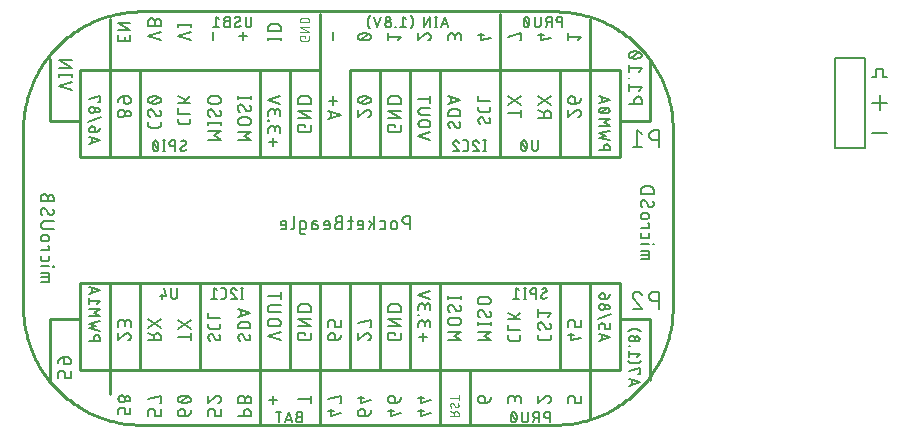
<source format=gbr>
G04 EAGLE Gerber RS-274X export*
G75*
%MOMM*%
%FSLAX34Y34*%
%LPD*%
%INSilkscreen Bottom*%
%IPPOS*%
%AMOC8*
5,1,8,0,0,1.08239X$1,22.5*%
G01*
%ADD10C,0.254000*%
%ADD11C,0.152400*%
%ADD12C,0.127000*%
%ADD13C,0.101600*%
%ADD14C,0.203200*%


D10*
X474130Y108470D02*
X124130Y108470D01*
X121714Y108499D01*
X119299Y108587D01*
X116887Y108733D01*
X114479Y108937D01*
X112076Y109199D01*
X109681Y109519D01*
X107294Y109897D01*
X104917Y110333D01*
X102552Y110826D01*
X100198Y111376D01*
X97859Y111982D01*
X95535Y112645D01*
X93228Y113364D01*
X90939Y114139D01*
X88670Y114968D01*
X86421Y115853D01*
X84194Y116791D01*
X81990Y117783D01*
X79811Y118827D01*
X77658Y119924D01*
X75532Y121073D01*
X73434Y122273D01*
X71366Y123523D01*
X69329Y124823D01*
X67324Y126172D01*
X65351Y127568D01*
X63414Y129012D01*
X61511Y130503D01*
X59646Y132038D01*
X57818Y133619D01*
X56028Y135243D01*
X54279Y136910D01*
X52570Y138619D01*
X50903Y140368D01*
X49279Y142158D01*
X47698Y143986D01*
X46163Y145851D01*
X44672Y147754D01*
X43228Y149691D01*
X41832Y151664D01*
X40483Y153669D01*
X39183Y155706D01*
X37933Y157774D01*
X36733Y159872D01*
X35584Y161998D01*
X34487Y164151D01*
X33443Y166330D01*
X32451Y168534D01*
X31513Y170761D01*
X30628Y173010D01*
X29799Y175279D01*
X29024Y177568D01*
X28305Y179875D01*
X27642Y182199D01*
X27036Y184538D01*
X26486Y186892D01*
X25993Y189257D01*
X25557Y191634D01*
X25179Y194021D01*
X24859Y196416D01*
X24597Y198819D01*
X24393Y201227D01*
X24247Y203639D01*
X24159Y206054D01*
X24130Y208470D01*
X24130Y358470D01*
X24159Y360886D01*
X24247Y363301D01*
X24393Y365713D01*
X24597Y368121D01*
X24859Y370524D01*
X25179Y372919D01*
X25557Y375306D01*
X25993Y377683D01*
X26486Y380048D01*
X27036Y382402D01*
X27642Y384741D01*
X28305Y387065D01*
X29024Y389372D01*
X29799Y391661D01*
X30628Y393930D01*
X31513Y396179D01*
X32451Y398406D01*
X33443Y400610D01*
X34487Y402789D01*
X35584Y404942D01*
X36733Y407068D01*
X37933Y409166D01*
X39183Y411234D01*
X40483Y413271D01*
X41832Y415276D01*
X43228Y417249D01*
X44672Y419186D01*
X46163Y421089D01*
X47698Y422954D01*
X49279Y424782D01*
X50903Y426572D01*
X52570Y428321D01*
X54279Y430030D01*
X56028Y431697D01*
X57818Y433321D01*
X59646Y434902D01*
X61511Y436437D01*
X63414Y437928D01*
X65351Y439372D01*
X67324Y440768D01*
X69329Y442117D01*
X71366Y443417D01*
X73434Y444667D01*
X75532Y445867D01*
X77658Y447016D01*
X79811Y448113D01*
X81990Y449157D01*
X84194Y450149D01*
X86421Y451087D01*
X88670Y451972D01*
X90939Y452801D01*
X93228Y453576D01*
X95535Y454295D01*
X97859Y454958D01*
X100198Y455564D01*
X102552Y456114D01*
X104917Y456607D01*
X107294Y457043D01*
X109681Y457421D01*
X112076Y457741D01*
X114479Y458003D01*
X116887Y458207D01*
X119299Y458353D01*
X121714Y458441D01*
X124130Y458470D01*
X474130Y458470D01*
X476546Y458441D01*
X478961Y458353D01*
X481373Y458207D01*
X483781Y458003D01*
X486184Y457741D01*
X488579Y457421D01*
X490966Y457043D01*
X493343Y456607D01*
X495708Y456114D01*
X498062Y455564D01*
X500401Y454958D01*
X502725Y454295D01*
X505032Y453576D01*
X507321Y452801D01*
X509590Y451972D01*
X511839Y451087D01*
X514066Y450149D01*
X516270Y449157D01*
X518449Y448113D01*
X520602Y447016D01*
X522728Y445867D01*
X524826Y444667D01*
X526894Y443417D01*
X528931Y442117D01*
X530936Y440768D01*
X532909Y439372D01*
X534846Y437928D01*
X536749Y436437D01*
X538614Y434902D01*
X540442Y433321D01*
X542232Y431697D01*
X543981Y430030D01*
X545690Y428321D01*
X547357Y426572D01*
X548981Y424782D01*
X550562Y422954D01*
X552097Y421089D01*
X553588Y419186D01*
X555032Y417249D01*
X556428Y415276D01*
X557777Y413271D01*
X559077Y411234D01*
X560327Y409166D01*
X561527Y407068D01*
X562676Y404942D01*
X563773Y402789D01*
X564817Y400610D01*
X565809Y398406D01*
X566747Y396179D01*
X567632Y393930D01*
X568461Y391661D01*
X569236Y389372D01*
X569955Y387065D01*
X570618Y384741D01*
X571224Y382402D01*
X571774Y380048D01*
X572267Y377683D01*
X572703Y375306D01*
X573081Y372919D01*
X573401Y370524D01*
X573663Y368121D01*
X573867Y365713D01*
X574013Y363301D01*
X574101Y360886D01*
X574130Y358470D01*
X574130Y208470D01*
X574101Y206054D01*
X574013Y203639D01*
X573867Y201227D01*
X573663Y198819D01*
X573401Y196416D01*
X573081Y194021D01*
X572703Y191634D01*
X572267Y189257D01*
X571774Y186892D01*
X571224Y184538D01*
X570618Y182199D01*
X569955Y179875D01*
X569236Y177568D01*
X568461Y175279D01*
X567632Y173010D01*
X566747Y170761D01*
X565809Y168534D01*
X564817Y166330D01*
X563773Y164151D01*
X562676Y161998D01*
X561527Y159872D01*
X560327Y157774D01*
X559077Y155706D01*
X557777Y153669D01*
X556428Y151664D01*
X555032Y149691D01*
X553588Y147754D01*
X552097Y145851D01*
X550562Y143986D01*
X548981Y142158D01*
X547357Y140368D01*
X545690Y138619D01*
X543981Y136910D01*
X542232Y135243D01*
X540442Y133619D01*
X538614Y132038D01*
X536749Y130503D01*
X534846Y129012D01*
X532909Y127568D01*
X530936Y126172D01*
X528931Y124823D01*
X526894Y123523D01*
X524826Y122273D01*
X522728Y121073D01*
X520602Y119924D01*
X518449Y118827D01*
X516270Y117783D01*
X514066Y116791D01*
X511839Y115853D01*
X509590Y114968D01*
X507321Y114139D01*
X505032Y113364D01*
X502725Y112645D01*
X500401Y111982D01*
X498062Y111376D01*
X495708Y110826D01*
X493343Y110333D01*
X490966Y109897D01*
X488579Y109519D01*
X486184Y109199D01*
X483781Y108937D01*
X481373Y108733D01*
X478961Y108587D01*
X476546Y108499D01*
X474130Y108470D01*
D11*
X351451Y273812D02*
X351451Y284988D01*
X348347Y284988D01*
X348236Y284986D01*
X348126Y284980D01*
X348015Y284970D01*
X347905Y284956D01*
X347796Y284939D01*
X347687Y284917D01*
X347579Y284892D01*
X347473Y284862D01*
X347367Y284829D01*
X347262Y284792D01*
X347159Y284752D01*
X347058Y284707D01*
X346958Y284660D01*
X346859Y284608D01*
X346763Y284553D01*
X346669Y284495D01*
X346577Y284434D01*
X346487Y284369D01*
X346399Y284301D01*
X346314Y284230D01*
X346232Y284156D01*
X346152Y284079D01*
X346075Y283999D01*
X346001Y283917D01*
X345930Y283832D01*
X345862Y283744D01*
X345797Y283654D01*
X345736Y283562D01*
X345678Y283468D01*
X345623Y283372D01*
X345571Y283273D01*
X345524Y283173D01*
X345479Y283072D01*
X345439Y282969D01*
X345402Y282864D01*
X345369Y282758D01*
X345339Y282652D01*
X345314Y282544D01*
X345292Y282435D01*
X345275Y282326D01*
X345261Y282216D01*
X345251Y282105D01*
X345245Y281995D01*
X345243Y281884D01*
X345245Y281773D01*
X345251Y281663D01*
X345261Y281552D01*
X345275Y281442D01*
X345292Y281333D01*
X345314Y281224D01*
X345339Y281116D01*
X345369Y281010D01*
X345402Y280904D01*
X345439Y280799D01*
X345479Y280696D01*
X345524Y280595D01*
X345571Y280495D01*
X345623Y280396D01*
X345678Y280300D01*
X345736Y280206D01*
X345797Y280114D01*
X345862Y280024D01*
X345930Y279936D01*
X346001Y279851D01*
X346075Y279769D01*
X346152Y279689D01*
X346232Y279612D01*
X346314Y279538D01*
X346399Y279467D01*
X346487Y279399D01*
X346577Y279334D01*
X346669Y279273D01*
X346763Y279215D01*
X346859Y279160D01*
X346958Y279108D01*
X347058Y279061D01*
X347159Y279016D01*
X347262Y278976D01*
X347367Y278939D01*
X347473Y278906D01*
X347579Y278876D01*
X347687Y278851D01*
X347796Y278829D01*
X347905Y278812D01*
X348015Y278798D01*
X348126Y278788D01*
X348236Y278782D01*
X348347Y278780D01*
X348347Y278779D02*
X351451Y278779D01*
X340755Y278779D02*
X340755Y276296D01*
X340755Y278779D02*
X340753Y278878D01*
X340747Y278976D01*
X340737Y279075D01*
X340724Y279172D01*
X340706Y279270D01*
X340685Y279366D01*
X340659Y279462D01*
X340630Y279556D01*
X340598Y279649D01*
X340561Y279741D01*
X340521Y279831D01*
X340477Y279920D01*
X340430Y280007D01*
X340380Y280092D01*
X340326Y280174D01*
X340269Y280255D01*
X340209Y280333D01*
X340145Y280409D01*
X340079Y280482D01*
X340010Y280553D01*
X339938Y280621D01*
X339863Y280685D01*
X339786Y280747D01*
X339707Y280806D01*
X339625Y280861D01*
X339541Y280914D01*
X339456Y280962D01*
X339368Y281008D01*
X339278Y281050D01*
X339187Y281088D01*
X339095Y281122D01*
X339001Y281153D01*
X338906Y281180D01*
X338810Y281204D01*
X338713Y281223D01*
X338616Y281239D01*
X338518Y281251D01*
X338419Y281259D01*
X338320Y281263D01*
X338222Y281263D01*
X338123Y281259D01*
X338024Y281251D01*
X337926Y281239D01*
X337829Y281223D01*
X337732Y281204D01*
X337636Y281180D01*
X337541Y281153D01*
X337447Y281122D01*
X337355Y281088D01*
X337264Y281050D01*
X337174Y281008D01*
X337086Y280962D01*
X337001Y280914D01*
X336917Y280861D01*
X336835Y280806D01*
X336756Y280747D01*
X336679Y280685D01*
X336604Y280621D01*
X336532Y280553D01*
X336463Y280482D01*
X336397Y280409D01*
X336333Y280333D01*
X336273Y280255D01*
X336216Y280174D01*
X336162Y280092D01*
X336112Y280007D01*
X336065Y279920D01*
X336021Y279831D01*
X335981Y279741D01*
X335944Y279649D01*
X335912Y279556D01*
X335883Y279462D01*
X335857Y279366D01*
X335836Y279270D01*
X335818Y279172D01*
X335805Y279075D01*
X335795Y278976D01*
X335789Y278878D01*
X335787Y278779D01*
X335788Y278779D02*
X335788Y276296D01*
X335787Y276296D02*
X335789Y276197D01*
X335795Y276099D01*
X335805Y276000D01*
X335818Y275903D01*
X335836Y275805D01*
X335857Y275709D01*
X335883Y275613D01*
X335912Y275519D01*
X335944Y275426D01*
X335981Y275334D01*
X336021Y275244D01*
X336065Y275155D01*
X336112Y275068D01*
X336162Y274983D01*
X336216Y274901D01*
X336273Y274820D01*
X336333Y274742D01*
X336397Y274666D01*
X336463Y274593D01*
X336532Y274522D01*
X336604Y274454D01*
X336679Y274390D01*
X336756Y274328D01*
X336835Y274269D01*
X336917Y274214D01*
X337001Y274161D01*
X337086Y274113D01*
X337174Y274067D01*
X337264Y274025D01*
X337355Y273987D01*
X337447Y273953D01*
X337541Y273922D01*
X337636Y273895D01*
X337732Y273871D01*
X337829Y273852D01*
X337926Y273836D01*
X338024Y273824D01*
X338123Y273816D01*
X338222Y273812D01*
X338320Y273812D01*
X338419Y273816D01*
X338518Y273824D01*
X338616Y273836D01*
X338713Y273852D01*
X338810Y273871D01*
X338906Y273895D01*
X339001Y273922D01*
X339095Y273953D01*
X339187Y273987D01*
X339278Y274025D01*
X339368Y274067D01*
X339456Y274113D01*
X339541Y274161D01*
X339625Y274214D01*
X339707Y274269D01*
X339786Y274328D01*
X339863Y274390D01*
X339938Y274454D01*
X340010Y274522D01*
X340079Y274593D01*
X340145Y274666D01*
X340209Y274742D01*
X340269Y274820D01*
X340326Y274901D01*
X340380Y274983D01*
X340430Y275068D01*
X340477Y275155D01*
X340521Y275244D01*
X340561Y275334D01*
X340598Y275426D01*
X340630Y275519D01*
X340659Y275613D01*
X340685Y275709D01*
X340706Y275805D01*
X340724Y275903D01*
X340737Y276000D01*
X340747Y276099D01*
X340753Y276197D01*
X340755Y276296D01*
X328970Y273812D02*
X326486Y273812D01*
X328970Y273812D02*
X329054Y273814D01*
X329137Y273820D01*
X329220Y273829D01*
X329303Y273842D01*
X329385Y273859D01*
X329466Y273879D01*
X329546Y273903D01*
X329625Y273931D01*
X329702Y273962D01*
X329778Y273996D01*
X329853Y274034D01*
X329926Y274076D01*
X329996Y274120D01*
X330065Y274168D01*
X330132Y274218D01*
X330196Y274272D01*
X330257Y274328D01*
X330317Y274388D01*
X330373Y274449D01*
X330427Y274513D01*
X330477Y274580D01*
X330525Y274649D01*
X330569Y274719D01*
X330611Y274792D01*
X330649Y274867D01*
X330683Y274943D01*
X330714Y275020D01*
X330742Y275099D01*
X330766Y275179D01*
X330786Y275260D01*
X330803Y275342D01*
X330816Y275425D01*
X330826Y275508D01*
X330831Y275591D01*
X330833Y275675D01*
X330832Y275675D02*
X330832Y279400D01*
X330833Y279400D02*
X330831Y279484D01*
X330826Y279567D01*
X330816Y279650D01*
X330803Y279733D01*
X330786Y279815D01*
X330766Y279896D01*
X330742Y279976D01*
X330714Y280055D01*
X330683Y280132D01*
X330649Y280208D01*
X330611Y280283D01*
X330569Y280356D01*
X330525Y280426D01*
X330477Y280495D01*
X330427Y280562D01*
X330373Y280626D01*
X330317Y280687D01*
X330257Y280747D01*
X330196Y280803D01*
X330132Y280857D01*
X330065Y280907D01*
X329996Y280955D01*
X329926Y280999D01*
X329853Y281041D01*
X329778Y281079D01*
X329702Y281113D01*
X329625Y281144D01*
X329546Y281172D01*
X329466Y281196D01*
X329385Y281216D01*
X329303Y281233D01*
X329220Y281246D01*
X329137Y281256D01*
X329054Y281261D01*
X328970Y281263D01*
X326486Y281263D01*
X321536Y284988D02*
X321536Y273812D01*
X321536Y277537D02*
X316568Y281263D01*
X319362Y279090D02*
X316568Y273812D01*
X310317Y273812D02*
X307213Y273812D01*
X310317Y273812D02*
X310401Y273814D01*
X310484Y273820D01*
X310567Y273829D01*
X310650Y273842D01*
X310732Y273859D01*
X310813Y273879D01*
X310893Y273903D01*
X310972Y273931D01*
X311049Y273962D01*
X311125Y273996D01*
X311200Y274034D01*
X311273Y274076D01*
X311343Y274120D01*
X311412Y274168D01*
X311479Y274218D01*
X311543Y274272D01*
X311604Y274328D01*
X311664Y274388D01*
X311720Y274449D01*
X311774Y274513D01*
X311824Y274580D01*
X311872Y274649D01*
X311916Y274719D01*
X311958Y274792D01*
X311996Y274867D01*
X312030Y274943D01*
X312061Y275020D01*
X312089Y275099D01*
X312113Y275179D01*
X312133Y275260D01*
X312150Y275342D01*
X312163Y275425D01*
X312173Y275508D01*
X312178Y275591D01*
X312180Y275675D01*
X312180Y278779D01*
X312178Y278878D01*
X312172Y278976D01*
X312162Y279075D01*
X312149Y279172D01*
X312131Y279270D01*
X312110Y279366D01*
X312084Y279462D01*
X312055Y279556D01*
X312023Y279649D01*
X311986Y279741D01*
X311946Y279831D01*
X311902Y279920D01*
X311855Y280007D01*
X311805Y280092D01*
X311751Y280174D01*
X311694Y280255D01*
X311634Y280333D01*
X311570Y280409D01*
X311504Y280482D01*
X311435Y280553D01*
X311363Y280621D01*
X311288Y280685D01*
X311211Y280747D01*
X311132Y280806D01*
X311050Y280861D01*
X310966Y280914D01*
X310881Y280962D01*
X310793Y281008D01*
X310703Y281050D01*
X310612Y281088D01*
X310520Y281122D01*
X310426Y281153D01*
X310331Y281180D01*
X310235Y281204D01*
X310138Y281223D01*
X310041Y281239D01*
X309943Y281251D01*
X309844Y281259D01*
X309745Y281263D01*
X309647Y281263D01*
X309548Y281259D01*
X309449Y281251D01*
X309351Y281239D01*
X309254Y281223D01*
X309157Y281204D01*
X309061Y281180D01*
X308966Y281153D01*
X308872Y281122D01*
X308780Y281088D01*
X308689Y281050D01*
X308599Y281008D01*
X308511Y280962D01*
X308426Y280914D01*
X308342Y280861D01*
X308260Y280806D01*
X308181Y280747D01*
X308104Y280685D01*
X308029Y280621D01*
X307957Y280553D01*
X307888Y280482D01*
X307822Y280409D01*
X307758Y280333D01*
X307698Y280255D01*
X307641Y280174D01*
X307587Y280092D01*
X307537Y280007D01*
X307490Y279920D01*
X307446Y279831D01*
X307406Y279741D01*
X307369Y279649D01*
X307337Y279556D01*
X307308Y279462D01*
X307282Y279366D01*
X307261Y279270D01*
X307243Y279172D01*
X307230Y279075D01*
X307220Y278976D01*
X307214Y278878D01*
X307212Y278779D01*
X307213Y278779D02*
X307213Y277537D01*
X312180Y277537D01*
X303292Y281263D02*
X299567Y281263D01*
X302051Y284988D02*
X302051Y275675D01*
X302049Y275591D01*
X302043Y275508D01*
X302034Y275425D01*
X302021Y275342D01*
X302004Y275260D01*
X301984Y275179D01*
X301960Y275099D01*
X301932Y275020D01*
X301901Y274943D01*
X301867Y274867D01*
X301829Y274792D01*
X301787Y274719D01*
X301743Y274649D01*
X301695Y274580D01*
X301645Y274513D01*
X301591Y274449D01*
X301535Y274388D01*
X301475Y274328D01*
X301414Y274272D01*
X301350Y274218D01*
X301283Y274168D01*
X301214Y274120D01*
X301144Y274076D01*
X301071Y274034D01*
X300996Y273996D01*
X300920Y273962D01*
X300843Y273931D01*
X300764Y273903D01*
X300684Y273879D01*
X300603Y273859D01*
X300521Y273842D01*
X300438Y273829D01*
X300355Y273819D01*
X300272Y273814D01*
X300188Y273812D01*
X299567Y273812D01*
X294301Y280021D02*
X291197Y280021D01*
X291197Y280020D02*
X291086Y280018D01*
X290976Y280012D01*
X290865Y280002D01*
X290755Y279988D01*
X290646Y279971D01*
X290537Y279949D01*
X290429Y279924D01*
X290323Y279894D01*
X290217Y279861D01*
X290112Y279824D01*
X290009Y279784D01*
X289908Y279739D01*
X289808Y279692D01*
X289709Y279640D01*
X289613Y279585D01*
X289519Y279527D01*
X289427Y279466D01*
X289337Y279401D01*
X289249Y279333D01*
X289164Y279262D01*
X289082Y279188D01*
X289002Y279111D01*
X288925Y279031D01*
X288851Y278949D01*
X288780Y278864D01*
X288712Y278776D01*
X288647Y278686D01*
X288586Y278594D01*
X288528Y278500D01*
X288473Y278404D01*
X288421Y278305D01*
X288374Y278205D01*
X288329Y278104D01*
X288289Y278001D01*
X288252Y277896D01*
X288219Y277790D01*
X288189Y277684D01*
X288164Y277576D01*
X288142Y277467D01*
X288125Y277358D01*
X288111Y277248D01*
X288101Y277137D01*
X288095Y277027D01*
X288093Y276916D01*
X288095Y276805D01*
X288101Y276695D01*
X288111Y276584D01*
X288125Y276474D01*
X288142Y276365D01*
X288164Y276256D01*
X288189Y276148D01*
X288219Y276042D01*
X288252Y275936D01*
X288289Y275831D01*
X288329Y275728D01*
X288374Y275627D01*
X288421Y275527D01*
X288473Y275428D01*
X288528Y275332D01*
X288586Y275238D01*
X288647Y275146D01*
X288712Y275056D01*
X288780Y274968D01*
X288851Y274883D01*
X288925Y274801D01*
X289002Y274721D01*
X289082Y274644D01*
X289164Y274570D01*
X289249Y274499D01*
X289337Y274431D01*
X289427Y274366D01*
X289519Y274305D01*
X289613Y274247D01*
X289709Y274192D01*
X289808Y274140D01*
X289908Y274093D01*
X290009Y274048D01*
X290112Y274008D01*
X290217Y273971D01*
X290323Y273938D01*
X290429Y273908D01*
X290537Y273883D01*
X290646Y273861D01*
X290755Y273844D01*
X290865Y273830D01*
X290976Y273820D01*
X291086Y273814D01*
X291197Y273812D01*
X294301Y273812D01*
X294301Y284988D01*
X291197Y284988D01*
X291098Y284986D01*
X291000Y284980D01*
X290901Y284970D01*
X290804Y284957D01*
X290706Y284939D01*
X290610Y284918D01*
X290514Y284892D01*
X290420Y284863D01*
X290327Y284831D01*
X290235Y284794D01*
X290145Y284754D01*
X290056Y284710D01*
X289969Y284663D01*
X289884Y284613D01*
X289802Y284559D01*
X289721Y284502D01*
X289643Y284442D01*
X289567Y284378D01*
X289494Y284312D01*
X289423Y284243D01*
X289355Y284171D01*
X289291Y284096D01*
X289229Y284019D01*
X289170Y283940D01*
X289115Y283858D01*
X289062Y283774D01*
X289014Y283689D01*
X288968Y283601D01*
X288926Y283511D01*
X288888Y283420D01*
X288854Y283328D01*
X288823Y283234D01*
X288796Y283139D01*
X288772Y283043D01*
X288753Y282946D01*
X288737Y282849D01*
X288725Y282751D01*
X288717Y282652D01*
X288713Y282553D01*
X288713Y282455D01*
X288717Y282356D01*
X288725Y282257D01*
X288737Y282159D01*
X288753Y282062D01*
X288772Y281965D01*
X288796Y281869D01*
X288823Y281774D01*
X288854Y281680D01*
X288888Y281588D01*
X288926Y281497D01*
X288968Y281407D01*
X289014Y281319D01*
X289062Y281234D01*
X289115Y281150D01*
X289170Y281068D01*
X289229Y280989D01*
X289291Y280912D01*
X289355Y280837D01*
X289423Y280765D01*
X289494Y280696D01*
X289567Y280630D01*
X289643Y280566D01*
X289721Y280506D01*
X289802Y280449D01*
X289884Y280395D01*
X289969Y280345D01*
X290056Y280298D01*
X290145Y280254D01*
X290235Y280214D01*
X290327Y280177D01*
X290420Y280145D01*
X290514Y280116D01*
X290610Y280090D01*
X290706Y280069D01*
X290804Y280051D01*
X290901Y280038D01*
X291000Y280028D01*
X291098Y280022D01*
X291197Y280020D01*
X281742Y273812D02*
X278638Y273812D01*
X281742Y273812D02*
X281826Y273814D01*
X281909Y273820D01*
X281992Y273829D01*
X282075Y273842D01*
X282157Y273859D01*
X282238Y273879D01*
X282318Y273903D01*
X282397Y273931D01*
X282474Y273962D01*
X282550Y273996D01*
X282625Y274034D01*
X282698Y274076D01*
X282768Y274120D01*
X282837Y274168D01*
X282904Y274218D01*
X282968Y274272D01*
X283029Y274328D01*
X283089Y274388D01*
X283145Y274449D01*
X283199Y274513D01*
X283249Y274580D01*
X283297Y274649D01*
X283341Y274719D01*
X283383Y274792D01*
X283421Y274867D01*
X283455Y274943D01*
X283486Y275020D01*
X283514Y275099D01*
X283538Y275179D01*
X283558Y275260D01*
X283575Y275342D01*
X283588Y275425D01*
X283598Y275508D01*
X283603Y275591D01*
X283605Y275675D01*
X283605Y278779D01*
X283603Y278878D01*
X283597Y278976D01*
X283587Y279075D01*
X283574Y279172D01*
X283556Y279270D01*
X283535Y279366D01*
X283509Y279462D01*
X283480Y279556D01*
X283448Y279649D01*
X283411Y279741D01*
X283371Y279831D01*
X283327Y279920D01*
X283280Y280007D01*
X283230Y280092D01*
X283176Y280174D01*
X283119Y280255D01*
X283059Y280333D01*
X282995Y280409D01*
X282929Y280482D01*
X282860Y280553D01*
X282788Y280621D01*
X282713Y280685D01*
X282636Y280747D01*
X282557Y280806D01*
X282475Y280861D01*
X282391Y280914D01*
X282306Y280962D01*
X282218Y281008D01*
X282128Y281050D01*
X282037Y281088D01*
X281945Y281122D01*
X281851Y281153D01*
X281756Y281180D01*
X281660Y281204D01*
X281563Y281223D01*
X281466Y281239D01*
X281368Y281251D01*
X281269Y281259D01*
X281170Y281263D01*
X281072Y281263D01*
X280973Y281259D01*
X280874Y281251D01*
X280776Y281239D01*
X280679Y281223D01*
X280582Y281204D01*
X280486Y281180D01*
X280391Y281153D01*
X280297Y281122D01*
X280205Y281088D01*
X280114Y281050D01*
X280024Y281008D01*
X279936Y280962D01*
X279851Y280914D01*
X279767Y280861D01*
X279685Y280806D01*
X279606Y280747D01*
X279529Y280685D01*
X279454Y280621D01*
X279382Y280553D01*
X279313Y280482D01*
X279247Y280409D01*
X279183Y280333D01*
X279123Y280255D01*
X279066Y280174D01*
X279012Y280092D01*
X278962Y280007D01*
X278915Y279920D01*
X278871Y279831D01*
X278831Y279741D01*
X278794Y279649D01*
X278762Y279556D01*
X278733Y279462D01*
X278707Y279366D01*
X278686Y279270D01*
X278668Y279172D01*
X278655Y279075D01*
X278645Y278976D01*
X278639Y278878D01*
X278637Y278779D01*
X278638Y278779D02*
X278638Y277537D01*
X283605Y277537D01*
X271600Y278158D02*
X268806Y278158D01*
X271600Y278158D02*
X271692Y278156D01*
X271784Y278150D01*
X271876Y278140D01*
X271967Y278127D01*
X272058Y278109D01*
X272148Y278088D01*
X272236Y278063D01*
X272324Y278034D01*
X272410Y278001D01*
X272495Y277965D01*
X272578Y277925D01*
X272660Y277882D01*
X272739Y277835D01*
X272817Y277785D01*
X272892Y277732D01*
X272965Y277676D01*
X273036Y277616D01*
X273104Y277554D01*
X273169Y277489D01*
X273231Y277421D01*
X273291Y277350D01*
X273347Y277277D01*
X273400Y277202D01*
X273450Y277124D01*
X273497Y277045D01*
X273540Y276963D01*
X273580Y276880D01*
X273616Y276795D01*
X273649Y276709D01*
X273678Y276621D01*
X273703Y276533D01*
X273724Y276443D01*
X273742Y276352D01*
X273755Y276261D01*
X273765Y276169D01*
X273771Y276077D01*
X273773Y275985D01*
X273771Y275893D01*
X273765Y275801D01*
X273755Y275709D01*
X273742Y275618D01*
X273724Y275527D01*
X273703Y275437D01*
X273678Y275349D01*
X273649Y275261D01*
X273616Y275175D01*
X273580Y275090D01*
X273540Y275007D01*
X273497Y274925D01*
X273450Y274846D01*
X273400Y274768D01*
X273347Y274693D01*
X273291Y274620D01*
X273231Y274549D01*
X273169Y274481D01*
X273104Y274416D01*
X273036Y274354D01*
X272965Y274294D01*
X272892Y274238D01*
X272817Y274185D01*
X272739Y274135D01*
X272660Y274088D01*
X272578Y274045D01*
X272495Y274005D01*
X272410Y273969D01*
X272324Y273936D01*
X272236Y273907D01*
X272148Y273882D01*
X272058Y273861D01*
X271967Y273843D01*
X271876Y273830D01*
X271784Y273820D01*
X271692Y273814D01*
X271600Y273812D01*
X268806Y273812D01*
X268806Y279400D01*
X268805Y279400D02*
X268807Y279484D01*
X268813Y279567D01*
X268822Y279650D01*
X268835Y279733D01*
X268852Y279815D01*
X268872Y279896D01*
X268896Y279976D01*
X268924Y280055D01*
X268955Y280132D01*
X268989Y280208D01*
X269027Y280283D01*
X269069Y280356D01*
X269113Y280426D01*
X269161Y280495D01*
X269211Y280562D01*
X269265Y280626D01*
X269321Y280687D01*
X269381Y280747D01*
X269442Y280803D01*
X269506Y280857D01*
X269573Y280907D01*
X269642Y280955D01*
X269712Y280999D01*
X269785Y281041D01*
X269860Y281079D01*
X269936Y281113D01*
X270013Y281144D01*
X270092Y281172D01*
X270172Y281196D01*
X270253Y281216D01*
X270335Y281233D01*
X270418Y281246D01*
X270501Y281256D01*
X270584Y281261D01*
X270668Y281263D01*
X273152Y281263D01*
X261623Y273812D02*
X258519Y273812D01*
X261623Y273812D02*
X261707Y273814D01*
X261790Y273820D01*
X261873Y273829D01*
X261956Y273842D01*
X262038Y273859D01*
X262119Y273879D01*
X262199Y273903D01*
X262278Y273931D01*
X262355Y273962D01*
X262431Y273996D01*
X262506Y274034D01*
X262579Y274076D01*
X262649Y274120D01*
X262718Y274168D01*
X262785Y274218D01*
X262849Y274272D01*
X262910Y274328D01*
X262970Y274388D01*
X263026Y274449D01*
X263080Y274513D01*
X263130Y274580D01*
X263178Y274649D01*
X263222Y274719D01*
X263264Y274792D01*
X263302Y274867D01*
X263336Y274943D01*
X263367Y275020D01*
X263395Y275099D01*
X263419Y275179D01*
X263439Y275260D01*
X263456Y275342D01*
X263469Y275425D01*
X263479Y275508D01*
X263484Y275591D01*
X263486Y275675D01*
X263486Y279400D01*
X263484Y279484D01*
X263479Y279567D01*
X263469Y279650D01*
X263456Y279733D01*
X263439Y279815D01*
X263419Y279896D01*
X263395Y279976D01*
X263367Y280055D01*
X263336Y280132D01*
X263302Y280208D01*
X263264Y280283D01*
X263222Y280356D01*
X263178Y280426D01*
X263130Y280495D01*
X263080Y280562D01*
X263026Y280626D01*
X262970Y280687D01*
X262910Y280747D01*
X262849Y280803D01*
X262785Y280857D01*
X262718Y280907D01*
X262649Y280955D01*
X262579Y280999D01*
X262506Y281041D01*
X262431Y281079D01*
X262355Y281113D01*
X262278Y281144D01*
X262199Y281172D01*
X262119Y281196D01*
X262038Y281216D01*
X261956Y281233D01*
X261873Y281246D01*
X261790Y281256D01*
X261707Y281261D01*
X261623Y281263D01*
X258519Y281263D01*
X258519Y271949D01*
X258518Y271949D02*
X258520Y271865D01*
X258525Y271782D01*
X258535Y271699D01*
X258548Y271616D01*
X258565Y271534D01*
X258585Y271453D01*
X258609Y271373D01*
X258637Y271294D01*
X258668Y271217D01*
X258702Y271141D01*
X258740Y271066D01*
X258782Y270993D01*
X258826Y270923D01*
X258874Y270854D01*
X258924Y270787D01*
X258978Y270723D01*
X259034Y270662D01*
X259094Y270602D01*
X259155Y270546D01*
X259219Y270492D01*
X259286Y270442D01*
X259355Y270394D01*
X259425Y270350D01*
X259498Y270308D01*
X259573Y270270D01*
X259649Y270236D01*
X259726Y270205D01*
X259805Y270177D01*
X259885Y270153D01*
X259966Y270133D01*
X260048Y270116D01*
X260131Y270103D01*
X260214Y270093D01*
X260297Y270088D01*
X260381Y270086D01*
X260381Y270087D02*
X262865Y270087D01*
X253033Y275675D02*
X253033Y284988D01*
X253034Y275675D02*
X253032Y275589D01*
X253026Y275503D01*
X253016Y275418D01*
X253002Y275333D01*
X252985Y275248D01*
X252963Y275165D01*
X252937Y275083D01*
X252908Y275002D01*
X252875Y274923D01*
X252839Y274845D01*
X252799Y274768D01*
X252755Y274694D01*
X252708Y274622D01*
X252658Y274552D01*
X252604Y274485D01*
X252548Y274420D01*
X252488Y274358D01*
X252426Y274298D01*
X252361Y274242D01*
X252294Y274188D01*
X252224Y274138D01*
X252152Y274091D01*
X252078Y274047D01*
X252001Y274007D01*
X251924Y273971D01*
X251844Y273938D01*
X251763Y273909D01*
X251681Y273883D01*
X251598Y273861D01*
X251513Y273844D01*
X251428Y273830D01*
X251343Y273820D01*
X251257Y273814D01*
X251171Y273812D01*
X245166Y273812D02*
X242062Y273812D01*
X245166Y273812D02*
X245250Y273814D01*
X245333Y273820D01*
X245416Y273829D01*
X245499Y273842D01*
X245581Y273859D01*
X245662Y273879D01*
X245742Y273903D01*
X245821Y273931D01*
X245898Y273962D01*
X245974Y273996D01*
X246049Y274034D01*
X246122Y274076D01*
X246192Y274120D01*
X246261Y274168D01*
X246328Y274218D01*
X246392Y274272D01*
X246453Y274328D01*
X246513Y274388D01*
X246569Y274449D01*
X246623Y274513D01*
X246673Y274580D01*
X246721Y274649D01*
X246765Y274719D01*
X246807Y274792D01*
X246845Y274867D01*
X246879Y274943D01*
X246910Y275020D01*
X246938Y275099D01*
X246962Y275179D01*
X246982Y275260D01*
X246999Y275342D01*
X247012Y275425D01*
X247022Y275508D01*
X247027Y275591D01*
X247029Y275675D01*
X247029Y278779D01*
X247030Y278779D02*
X247028Y278878D01*
X247022Y278976D01*
X247012Y279075D01*
X246999Y279172D01*
X246981Y279270D01*
X246960Y279366D01*
X246934Y279462D01*
X246905Y279556D01*
X246873Y279649D01*
X246836Y279741D01*
X246796Y279831D01*
X246752Y279920D01*
X246705Y280007D01*
X246655Y280092D01*
X246601Y280174D01*
X246544Y280255D01*
X246484Y280333D01*
X246420Y280409D01*
X246354Y280482D01*
X246285Y280553D01*
X246213Y280621D01*
X246138Y280685D01*
X246061Y280747D01*
X245982Y280806D01*
X245900Y280861D01*
X245816Y280914D01*
X245731Y280962D01*
X245643Y281008D01*
X245553Y281050D01*
X245462Y281088D01*
X245370Y281122D01*
X245276Y281153D01*
X245181Y281180D01*
X245085Y281204D01*
X244988Y281223D01*
X244891Y281239D01*
X244793Y281251D01*
X244694Y281259D01*
X244595Y281263D01*
X244497Y281263D01*
X244398Y281259D01*
X244299Y281251D01*
X244201Y281239D01*
X244104Y281223D01*
X244007Y281204D01*
X243911Y281180D01*
X243816Y281153D01*
X243722Y281122D01*
X243630Y281088D01*
X243539Y281050D01*
X243449Y281008D01*
X243361Y280962D01*
X243276Y280914D01*
X243192Y280861D01*
X243110Y280806D01*
X243031Y280747D01*
X242954Y280685D01*
X242879Y280621D01*
X242807Y280553D01*
X242738Y280482D01*
X242672Y280409D01*
X242608Y280333D01*
X242548Y280255D01*
X242491Y280174D01*
X242437Y280092D01*
X242387Y280007D01*
X242340Y279920D01*
X242296Y279831D01*
X242256Y279741D01*
X242219Y279649D01*
X242187Y279556D01*
X242158Y279462D01*
X242132Y279366D01*
X242111Y279270D01*
X242093Y279172D01*
X242080Y279075D01*
X242070Y278976D01*
X242064Y278878D01*
X242062Y278779D01*
X242062Y277537D01*
X247029Y277537D01*
X46313Y229651D02*
X38862Y229651D01*
X46313Y229651D02*
X46313Y235239D01*
X46311Y235323D01*
X46306Y235406D01*
X46296Y235489D01*
X46283Y235572D01*
X46266Y235654D01*
X46246Y235735D01*
X46222Y235815D01*
X46194Y235894D01*
X46163Y235971D01*
X46129Y236047D01*
X46091Y236122D01*
X46049Y236195D01*
X46005Y236265D01*
X45957Y236334D01*
X45907Y236401D01*
X45853Y236465D01*
X45797Y236526D01*
X45737Y236586D01*
X45676Y236642D01*
X45612Y236696D01*
X45545Y236746D01*
X45476Y236794D01*
X45406Y236838D01*
X45333Y236880D01*
X45258Y236918D01*
X45182Y236952D01*
X45105Y236983D01*
X45026Y237011D01*
X44946Y237035D01*
X44865Y237055D01*
X44783Y237072D01*
X44700Y237085D01*
X44617Y237095D01*
X44534Y237100D01*
X44450Y237102D01*
X38862Y237102D01*
X38862Y233377D02*
X46313Y233377D01*
X46313Y242521D02*
X38862Y242521D01*
X49417Y242210D02*
X50038Y242210D01*
X50038Y242831D01*
X49417Y242831D01*
X49417Y242210D01*
X38862Y249155D02*
X38862Y251639D01*
X38862Y249155D02*
X38864Y249071D01*
X38869Y248988D01*
X38879Y248905D01*
X38892Y248822D01*
X38909Y248740D01*
X38929Y248659D01*
X38953Y248579D01*
X38981Y248500D01*
X39012Y248423D01*
X39046Y248347D01*
X39084Y248272D01*
X39126Y248199D01*
X39170Y248129D01*
X39218Y248060D01*
X39268Y247993D01*
X39322Y247929D01*
X39378Y247868D01*
X39438Y247808D01*
X39499Y247752D01*
X39563Y247698D01*
X39630Y247648D01*
X39699Y247600D01*
X39769Y247556D01*
X39842Y247514D01*
X39917Y247476D01*
X39993Y247442D01*
X40070Y247411D01*
X40149Y247383D01*
X40229Y247359D01*
X40310Y247339D01*
X40392Y247322D01*
X40475Y247309D01*
X40558Y247299D01*
X40641Y247294D01*
X40725Y247292D01*
X40725Y247293D02*
X44450Y247293D01*
X44450Y247292D02*
X44534Y247294D01*
X44617Y247300D01*
X44700Y247309D01*
X44783Y247322D01*
X44865Y247339D01*
X44946Y247359D01*
X45026Y247383D01*
X45105Y247411D01*
X45182Y247442D01*
X45258Y247476D01*
X45333Y247514D01*
X45406Y247556D01*
X45476Y247600D01*
X45545Y247648D01*
X45612Y247698D01*
X45676Y247752D01*
X45737Y247808D01*
X45797Y247868D01*
X45853Y247929D01*
X45907Y247993D01*
X45957Y248060D01*
X46005Y248129D01*
X46049Y248199D01*
X46091Y248272D01*
X46129Y248347D01*
X46163Y248423D01*
X46194Y248500D01*
X46222Y248579D01*
X46246Y248659D01*
X46266Y248740D01*
X46283Y248822D01*
X46296Y248905D01*
X46306Y248988D01*
X46311Y249071D01*
X46313Y249155D01*
X46313Y251639D01*
X46313Y256503D02*
X38862Y256503D01*
X46313Y256503D02*
X46313Y260228D01*
X45071Y260228D01*
X43829Y264040D02*
X41346Y264040D01*
X43829Y264040D02*
X43928Y264042D01*
X44026Y264048D01*
X44125Y264058D01*
X44222Y264071D01*
X44320Y264089D01*
X44416Y264110D01*
X44512Y264136D01*
X44606Y264165D01*
X44699Y264197D01*
X44791Y264234D01*
X44881Y264274D01*
X44970Y264318D01*
X45057Y264365D01*
X45142Y264415D01*
X45224Y264469D01*
X45305Y264526D01*
X45383Y264586D01*
X45459Y264650D01*
X45532Y264716D01*
X45603Y264785D01*
X45671Y264857D01*
X45735Y264932D01*
X45797Y265009D01*
X45856Y265088D01*
X45911Y265170D01*
X45964Y265254D01*
X46012Y265339D01*
X46058Y265427D01*
X46100Y265517D01*
X46138Y265608D01*
X46172Y265700D01*
X46203Y265794D01*
X46230Y265889D01*
X46254Y265985D01*
X46273Y266082D01*
X46289Y266179D01*
X46301Y266277D01*
X46309Y266376D01*
X46313Y266475D01*
X46313Y266573D01*
X46309Y266672D01*
X46301Y266771D01*
X46289Y266869D01*
X46273Y266966D01*
X46254Y267063D01*
X46230Y267159D01*
X46203Y267254D01*
X46172Y267348D01*
X46138Y267440D01*
X46100Y267531D01*
X46058Y267621D01*
X46012Y267709D01*
X45964Y267794D01*
X45911Y267878D01*
X45856Y267960D01*
X45797Y268039D01*
X45735Y268116D01*
X45671Y268191D01*
X45603Y268263D01*
X45532Y268332D01*
X45459Y268398D01*
X45383Y268462D01*
X45305Y268522D01*
X45224Y268579D01*
X45142Y268633D01*
X45057Y268683D01*
X44970Y268730D01*
X44881Y268774D01*
X44791Y268814D01*
X44699Y268851D01*
X44606Y268883D01*
X44512Y268912D01*
X44416Y268938D01*
X44320Y268959D01*
X44222Y268977D01*
X44125Y268990D01*
X44026Y269000D01*
X43928Y269006D01*
X43829Y269008D01*
X43829Y269007D02*
X41346Y269007D01*
X41346Y269008D02*
X41247Y269006D01*
X41149Y269000D01*
X41050Y268990D01*
X40953Y268977D01*
X40855Y268959D01*
X40759Y268938D01*
X40663Y268912D01*
X40569Y268883D01*
X40476Y268851D01*
X40384Y268814D01*
X40294Y268774D01*
X40205Y268730D01*
X40118Y268683D01*
X40033Y268633D01*
X39951Y268579D01*
X39870Y268522D01*
X39792Y268462D01*
X39716Y268398D01*
X39643Y268332D01*
X39572Y268263D01*
X39504Y268191D01*
X39440Y268116D01*
X39378Y268039D01*
X39319Y267960D01*
X39264Y267878D01*
X39211Y267794D01*
X39163Y267709D01*
X39117Y267621D01*
X39075Y267531D01*
X39037Y267440D01*
X39003Y267348D01*
X38972Y267254D01*
X38945Y267159D01*
X38921Y267063D01*
X38902Y266966D01*
X38886Y266869D01*
X38874Y266771D01*
X38866Y266672D01*
X38862Y266573D01*
X38862Y266475D01*
X38866Y266376D01*
X38874Y266277D01*
X38886Y266179D01*
X38902Y266082D01*
X38921Y265985D01*
X38945Y265889D01*
X38972Y265794D01*
X39003Y265700D01*
X39037Y265608D01*
X39075Y265517D01*
X39117Y265427D01*
X39163Y265339D01*
X39211Y265254D01*
X39264Y265170D01*
X39319Y265088D01*
X39378Y265009D01*
X39440Y264932D01*
X39504Y264857D01*
X39572Y264785D01*
X39643Y264716D01*
X39716Y264650D01*
X39792Y264586D01*
X39870Y264526D01*
X39951Y264469D01*
X40033Y264415D01*
X40118Y264365D01*
X40205Y264318D01*
X40294Y264274D01*
X40384Y264234D01*
X40476Y264197D01*
X40569Y264165D01*
X40663Y264136D01*
X40759Y264110D01*
X40855Y264089D01*
X40953Y264071D01*
X41050Y264058D01*
X41149Y264048D01*
X41247Y264042D01*
X41346Y264040D01*
X41966Y274468D02*
X50038Y274468D01*
X41966Y274469D02*
X41855Y274471D01*
X41745Y274477D01*
X41634Y274487D01*
X41524Y274501D01*
X41415Y274518D01*
X41306Y274540D01*
X41198Y274565D01*
X41092Y274595D01*
X40986Y274628D01*
X40881Y274665D01*
X40778Y274705D01*
X40677Y274750D01*
X40577Y274797D01*
X40478Y274849D01*
X40382Y274904D01*
X40288Y274962D01*
X40196Y275023D01*
X40106Y275088D01*
X40018Y275156D01*
X39933Y275227D01*
X39851Y275301D01*
X39771Y275378D01*
X39694Y275458D01*
X39620Y275540D01*
X39549Y275625D01*
X39481Y275713D01*
X39416Y275803D01*
X39355Y275895D01*
X39297Y275989D01*
X39242Y276085D01*
X39190Y276184D01*
X39143Y276284D01*
X39098Y276385D01*
X39058Y276488D01*
X39021Y276593D01*
X38988Y276699D01*
X38958Y276805D01*
X38933Y276913D01*
X38911Y277022D01*
X38894Y277131D01*
X38880Y277241D01*
X38870Y277352D01*
X38864Y277462D01*
X38862Y277573D01*
X38864Y277684D01*
X38870Y277794D01*
X38880Y277905D01*
X38894Y278015D01*
X38911Y278124D01*
X38933Y278233D01*
X38958Y278341D01*
X38988Y278447D01*
X39021Y278553D01*
X39058Y278658D01*
X39098Y278761D01*
X39143Y278862D01*
X39190Y278962D01*
X39242Y279061D01*
X39297Y279157D01*
X39355Y279251D01*
X39416Y279343D01*
X39481Y279433D01*
X39549Y279521D01*
X39620Y279606D01*
X39694Y279688D01*
X39771Y279768D01*
X39851Y279845D01*
X39933Y279919D01*
X40018Y279990D01*
X40106Y280058D01*
X40196Y280123D01*
X40288Y280184D01*
X40382Y280242D01*
X40478Y280297D01*
X40577Y280349D01*
X40677Y280396D01*
X40778Y280441D01*
X40881Y280481D01*
X40986Y280518D01*
X41092Y280551D01*
X41198Y280581D01*
X41306Y280606D01*
X41415Y280628D01*
X41524Y280645D01*
X41634Y280659D01*
X41745Y280669D01*
X41855Y280675D01*
X41966Y280677D01*
X50038Y280677D01*
X38862Y289623D02*
X38864Y289721D01*
X38870Y289818D01*
X38879Y289915D01*
X38893Y290012D01*
X38910Y290108D01*
X38931Y290203D01*
X38955Y290297D01*
X38984Y290391D01*
X39016Y290483D01*
X39051Y290574D01*
X39090Y290663D01*
X39133Y290751D01*
X39179Y290837D01*
X39228Y290921D01*
X39281Y291003D01*
X39336Y291083D01*
X39395Y291161D01*
X39457Y291236D01*
X39522Y291309D01*
X39590Y291379D01*
X39660Y291447D01*
X39733Y291512D01*
X39808Y291574D01*
X39886Y291633D01*
X39966Y291688D01*
X40048Y291741D01*
X40132Y291790D01*
X40218Y291836D01*
X40306Y291879D01*
X40395Y291918D01*
X40486Y291953D01*
X40578Y291985D01*
X40672Y292014D01*
X40766Y292038D01*
X40861Y292059D01*
X40957Y292076D01*
X41054Y292090D01*
X41151Y292099D01*
X41248Y292105D01*
X41346Y292107D01*
X38862Y289623D02*
X38864Y289480D01*
X38870Y289337D01*
X38879Y289195D01*
X38893Y289053D01*
X38911Y288911D01*
X38932Y288770D01*
X38957Y288629D01*
X38986Y288489D01*
X39019Y288350D01*
X39055Y288212D01*
X39096Y288075D01*
X39140Y287939D01*
X39187Y287805D01*
X39239Y287671D01*
X39293Y287540D01*
X39352Y287409D01*
X39414Y287281D01*
X39479Y287154D01*
X39548Y287029D01*
X39621Y286905D01*
X39696Y286784D01*
X39775Y286665D01*
X39857Y286548D01*
X39943Y286434D01*
X40031Y286322D01*
X40122Y286212D01*
X40217Y286105D01*
X40314Y286000D01*
X40414Y285898D01*
X47554Y286208D02*
X47652Y286210D01*
X47749Y286216D01*
X47846Y286225D01*
X47943Y286239D01*
X48039Y286256D01*
X48134Y286277D01*
X48228Y286301D01*
X48322Y286330D01*
X48414Y286362D01*
X48505Y286397D01*
X48594Y286436D01*
X48682Y286479D01*
X48768Y286525D01*
X48852Y286574D01*
X48934Y286627D01*
X49014Y286682D01*
X49092Y286741D01*
X49167Y286803D01*
X49240Y286868D01*
X49310Y286936D01*
X49378Y287006D01*
X49443Y287079D01*
X49505Y287154D01*
X49564Y287232D01*
X49619Y287312D01*
X49672Y287394D01*
X49721Y287478D01*
X49767Y287564D01*
X49810Y287652D01*
X49849Y287741D01*
X49884Y287832D01*
X49916Y287924D01*
X49945Y288018D01*
X49969Y288112D01*
X49990Y288207D01*
X50007Y288303D01*
X50021Y288400D01*
X50030Y288497D01*
X50036Y288594D01*
X50038Y288692D01*
X50036Y288822D01*
X50031Y288952D01*
X50022Y289082D01*
X50009Y289212D01*
X49993Y289341D01*
X49973Y289470D01*
X49949Y289598D01*
X49922Y289726D01*
X49891Y289852D01*
X49857Y289978D01*
X49819Y290103D01*
X49778Y290226D01*
X49733Y290349D01*
X49685Y290470D01*
X49634Y290590D01*
X49579Y290708D01*
X49521Y290824D01*
X49460Y290939D01*
X49395Y291053D01*
X49328Y291164D01*
X49257Y291273D01*
X49183Y291381D01*
X49107Y291486D01*
X45381Y287451D02*
X45432Y287368D01*
X45486Y287287D01*
X45543Y287209D01*
X45603Y287133D01*
X45666Y287059D01*
X45732Y286988D01*
X45800Y286919D01*
X45871Y286853D01*
X45944Y286789D01*
X46020Y286729D01*
X46098Y286672D01*
X46179Y286617D01*
X46261Y286566D01*
X46345Y286518D01*
X46431Y286473D01*
X46519Y286431D01*
X46608Y286393D01*
X46698Y286359D01*
X46790Y286327D01*
X46883Y286300D01*
X46977Y286276D01*
X47072Y286255D01*
X47168Y286239D01*
X47264Y286226D01*
X47360Y286216D01*
X47457Y286211D01*
X47554Y286209D01*
X43519Y290865D02*
X43468Y290948D01*
X43414Y291029D01*
X43357Y291107D01*
X43297Y291183D01*
X43234Y291257D01*
X43168Y291328D01*
X43100Y291397D01*
X43029Y291463D01*
X42956Y291527D01*
X42880Y291587D01*
X42802Y291644D01*
X42721Y291699D01*
X42639Y291750D01*
X42555Y291798D01*
X42469Y291843D01*
X42381Y291885D01*
X42292Y291923D01*
X42202Y291957D01*
X42110Y291989D01*
X42017Y292016D01*
X41923Y292040D01*
X41828Y292061D01*
X41732Y292077D01*
X41636Y292090D01*
X41540Y292100D01*
X41443Y292105D01*
X41346Y292107D01*
X43519Y290865D02*
X45381Y287450D01*
X45071Y297540D02*
X45071Y300644D01*
X45070Y300644D02*
X45068Y300755D01*
X45062Y300865D01*
X45052Y300976D01*
X45038Y301086D01*
X45021Y301195D01*
X44999Y301304D01*
X44974Y301412D01*
X44944Y301518D01*
X44911Y301624D01*
X44874Y301729D01*
X44834Y301832D01*
X44789Y301933D01*
X44742Y302033D01*
X44690Y302132D01*
X44635Y302228D01*
X44577Y302322D01*
X44516Y302414D01*
X44451Y302504D01*
X44383Y302592D01*
X44312Y302677D01*
X44238Y302759D01*
X44161Y302839D01*
X44081Y302916D01*
X43999Y302990D01*
X43914Y303061D01*
X43826Y303129D01*
X43736Y303194D01*
X43644Y303255D01*
X43550Y303313D01*
X43454Y303368D01*
X43355Y303420D01*
X43255Y303467D01*
X43154Y303512D01*
X43051Y303552D01*
X42946Y303589D01*
X42840Y303622D01*
X42734Y303652D01*
X42626Y303677D01*
X42517Y303699D01*
X42408Y303716D01*
X42298Y303730D01*
X42187Y303740D01*
X42077Y303746D01*
X41966Y303748D01*
X41855Y303746D01*
X41745Y303740D01*
X41634Y303730D01*
X41524Y303716D01*
X41415Y303699D01*
X41306Y303677D01*
X41198Y303652D01*
X41092Y303622D01*
X40986Y303589D01*
X40881Y303552D01*
X40778Y303512D01*
X40677Y303467D01*
X40577Y303420D01*
X40478Y303368D01*
X40382Y303313D01*
X40288Y303255D01*
X40196Y303194D01*
X40106Y303129D01*
X40018Y303061D01*
X39933Y302990D01*
X39851Y302916D01*
X39771Y302839D01*
X39694Y302759D01*
X39620Y302677D01*
X39549Y302592D01*
X39481Y302504D01*
X39416Y302414D01*
X39355Y302322D01*
X39297Y302228D01*
X39242Y302132D01*
X39190Y302033D01*
X39143Y301933D01*
X39098Y301832D01*
X39058Y301729D01*
X39021Y301624D01*
X38988Y301518D01*
X38958Y301412D01*
X38933Y301304D01*
X38911Y301195D01*
X38894Y301086D01*
X38880Y300976D01*
X38870Y300865D01*
X38864Y300755D01*
X38862Y300644D01*
X38862Y297540D01*
X50038Y297540D01*
X50038Y300644D01*
X50036Y300743D01*
X50030Y300841D01*
X50020Y300940D01*
X50007Y301037D01*
X49989Y301135D01*
X49968Y301231D01*
X49942Y301327D01*
X49913Y301421D01*
X49881Y301514D01*
X49844Y301606D01*
X49804Y301696D01*
X49760Y301785D01*
X49713Y301872D01*
X49663Y301957D01*
X49609Y302039D01*
X49552Y302120D01*
X49492Y302198D01*
X49428Y302274D01*
X49362Y302347D01*
X49293Y302418D01*
X49221Y302486D01*
X49146Y302550D01*
X49069Y302612D01*
X48990Y302671D01*
X48908Y302726D01*
X48824Y302779D01*
X48739Y302827D01*
X48651Y302873D01*
X48561Y302915D01*
X48470Y302953D01*
X48378Y302987D01*
X48284Y303018D01*
X48189Y303045D01*
X48093Y303069D01*
X47996Y303088D01*
X47899Y303104D01*
X47801Y303116D01*
X47702Y303124D01*
X47603Y303128D01*
X47505Y303128D01*
X47406Y303124D01*
X47307Y303116D01*
X47209Y303104D01*
X47112Y303088D01*
X47015Y303069D01*
X46919Y303045D01*
X46824Y303018D01*
X46730Y302987D01*
X46638Y302953D01*
X46547Y302915D01*
X46457Y302873D01*
X46369Y302827D01*
X46284Y302779D01*
X46200Y302726D01*
X46118Y302671D01*
X46039Y302612D01*
X45962Y302550D01*
X45887Y302486D01*
X45815Y302418D01*
X45746Y302347D01*
X45680Y302274D01*
X45616Y302198D01*
X45556Y302120D01*
X45499Y302039D01*
X45445Y301957D01*
X45395Y301872D01*
X45348Y301785D01*
X45304Y301696D01*
X45264Y301606D01*
X45227Y301514D01*
X45195Y301421D01*
X45166Y301327D01*
X45140Y301231D01*
X45119Y301135D01*
X45101Y301037D01*
X45088Y300940D01*
X45078Y300841D01*
X45072Y300743D01*
X45070Y300644D01*
X546862Y248553D02*
X554313Y248553D01*
X554313Y254141D01*
X554311Y254225D01*
X554306Y254308D01*
X554296Y254391D01*
X554283Y254474D01*
X554266Y254556D01*
X554246Y254637D01*
X554222Y254717D01*
X554194Y254796D01*
X554163Y254873D01*
X554129Y254949D01*
X554091Y255024D01*
X554049Y255097D01*
X554005Y255167D01*
X553957Y255236D01*
X553907Y255303D01*
X553853Y255367D01*
X553797Y255428D01*
X553737Y255488D01*
X553676Y255544D01*
X553612Y255598D01*
X553545Y255648D01*
X553476Y255696D01*
X553406Y255740D01*
X553333Y255782D01*
X553258Y255820D01*
X553182Y255854D01*
X553105Y255885D01*
X553026Y255913D01*
X552946Y255937D01*
X552865Y255957D01*
X552783Y255974D01*
X552700Y255987D01*
X552617Y255997D01*
X552534Y256002D01*
X552450Y256004D01*
X546862Y256004D01*
X546862Y252278D02*
X554313Y252278D01*
X554313Y261422D02*
X546862Y261422D01*
X557417Y261112D02*
X558038Y261112D01*
X558038Y261733D01*
X557417Y261733D01*
X557417Y261112D01*
X546862Y268057D02*
X546862Y270541D01*
X546862Y268057D02*
X546864Y267973D01*
X546869Y267890D01*
X546879Y267807D01*
X546892Y267724D01*
X546909Y267642D01*
X546929Y267561D01*
X546953Y267481D01*
X546981Y267402D01*
X547012Y267325D01*
X547046Y267249D01*
X547084Y267174D01*
X547126Y267101D01*
X547170Y267031D01*
X547218Y266962D01*
X547268Y266895D01*
X547322Y266831D01*
X547378Y266770D01*
X547438Y266710D01*
X547499Y266654D01*
X547563Y266600D01*
X547630Y266550D01*
X547699Y266502D01*
X547769Y266458D01*
X547842Y266416D01*
X547917Y266378D01*
X547993Y266344D01*
X548070Y266313D01*
X548149Y266285D01*
X548229Y266261D01*
X548310Y266241D01*
X548392Y266224D01*
X548475Y266211D01*
X548558Y266201D01*
X548641Y266196D01*
X548725Y266194D01*
X548725Y266195D02*
X552450Y266195D01*
X552450Y266194D02*
X552534Y266196D01*
X552617Y266202D01*
X552700Y266211D01*
X552783Y266224D01*
X552865Y266241D01*
X552946Y266261D01*
X553026Y266285D01*
X553105Y266313D01*
X553182Y266344D01*
X553258Y266378D01*
X553333Y266416D01*
X553406Y266458D01*
X553476Y266502D01*
X553545Y266550D01*
X553612Y266600D01*
X553676Y266654D01*
X553737Y266710D01*
X553797Y266770D01*
X553853Y266831D01*
X553907Y266895D01*
X553957Y266962D01*
X554005Y267031D01*
X554049Y267101D01*
X554091Y267174D01*
X554129Y267249D01*
X554163Y267325D01*
X554194Y267402D01*
X554222Y267481D01*
X554246Y267561D01*
X554266Y267642D01*
X554283Y267724D01*
X554296Y267807D01*
X554306Y267890D01*
X554311Y267973D01*
X554313Y268057D01*
X554313Y270541D01*
X554313Y275405D02*
X546862Y275405D01*
X554313Y275405D02*
X554313Y279130D01*
X553071Y279130D01*
X551829Y282942D02*
X549346Y282942D01*
X551829Y282941D02*
X551928Y282943D01*
X552026Y282949D01*
X552125Y282959D01*
X552222Y282972D01*
X552320Y282990D01*
X552416Y283011D01*
X552512Y283037D01*
X552606Y283066D01*
X552699Y283098D01*
X552791Y283135D01*
X552881Y283175D01*
X552970Y283219D01*
X553057Y283266D01*
X553142Y283316D01*
X553224Y283370D01*
X553305Y283427D01*
X553383Y283487D01*
X553459Y283551D01*
X553532Y283617D01*
X553603Y283686D01*
X553671Y283758D01*
X553735Y283833D01*
X553797Y283910D01*
X553856Y283989D01*
X553911Y284071D01*
X553964Y284155D01*
X554012Y284240D01*
X554058Y284328D01*
X554100Y284418D01*
X554138Y284509D01*
X554172Y284601D01*
X554203Y284695D01*
X554230Y284790D01*
X554254Y284886D01*
X554273Y284983D01*
X554289Y285080D01*
X554301Y285178D01*
X554309Y285277D01*
X554313Y285376D01*
X554313Y285474D01*
X554309Y285573D01*
X554301Y285672D01*
X554289Y285770D01*
X554273Y285867D01*
X554254Y285964D01*
X554230Y286060D01*
X554203Y286155D01*
X554172Y286249D01*
X554138Y286341D01*
X554100Y286432D01*
X554058Y286522D01*
X554012Y286610D01*
X553964Y286695D01*
X553911Y286779D01*
X553856Y286861D01*
X553797Y286940D01*
X553735Y287017D01*
X553671Y287092D01*
X553603Y287164D01*
X553532Y287233D01*
X553459Y287299D01*
X553383Y287363D01*
X553305Y287423D01*
X553224Y287480D01*
X553142Y287534D01*
X553057Y287584D01*
X552970Y287631D01*
X552881Y287675D01*
X552791Y287715D01*
X552699Y287752D01*
X552606Y287784D01*
X552512Y287813D01*
X552416Y287839D01*
X552320Y287860D01*
X552222Y287878D01*
X552125Y287891D01*
X552026Y287901D01*
X551928Y287907D01*
X551829Y287909D01*
X549346Y287909D01*
X549247Y287907D01*
X549149Y287901D01*
X549050Y287891D01*
X548953Y287878D01*
X548855Y287860D01*
X548759Y287839D01*
X548663Y287813D01*
X548569Y287784D01*
X548476Y287752D01*
X548384Y287715D01*
X548294Y287675D01*
X548205Y287631D01*
X548118Y287584D01*
X548033Y287534D01*
X547951Y287480D01*
X547870Y287423D01*
X547792Y287363D01*
X547716Y287299D01*
X547643Y287233D01*
X547572Y287164D01*
X547504Y287092D01*
X547440Y287017D01*
X547378Y286940D01*
X547319Y286861D01*
X547264Y286779D01*
X547211Y286695D01*
X547163Y286610D01*
X547117Y286522D01*
X547075Y286432D01*
X547037Y286341D01*
X547003Y286249D01*
X546972Y286155D01*
X546945Y286060D01*
X546921Y285964D01*
X546902Y285867D01*
X546886Y285770D01*
X546874Y285672D01*
X546866Y285573D01*
X546862Y285474D01*
X546862Y285376D01*
X546866Y285277D01*
X546874Y285178D01*
X546886Y285080D01*
X546902Y284983D01*
X546921Y284886D01*
X546945Y284790D01*
X546972Y284695D01*
X547003Y284601D01*
X547037Y284509D01*
X547075Y284418D01*
X547117Y284328D01*
X547163Y284240D01*
X547211Y284155D01*
X547264Y284071D01*
X547319Y283989D01*
X547378Y283910D01*
X547440Y283833D01*
X547504Y283758D01*
X547572Y283686D01*
X547643Y283617D01*
X547716Y283551D01*
X547792Y283487D01*
X547870Y283427D01*
X547951Y283370D01*
X548033Y283316D01*
X548118Y283266D01*
X548205Y283219D01*
X548294Y283175D01*
X548384Y283135D01*
X548476Y283098D01*
X548569Y283066D01*
X548663Y283037D01*
X548759Y283011D01*
X548855Y282990D01*
X548953Y282972D01*
X549050Y282959D01*
X549149Y282949D01*
X549247Y282943D01*
X549346Y282941D01*
X546862Y296333D02*
X546864Y296431D01*
X546870Y296528D01*
X546879Y296625D01*
X546893Y296722D01*
X546910Y296818D01*
X546931Y296913D01*
X546955Y297007D01*
X546984Y297101D01*
X547016Y297193D01*
X547051Y297284D01*
X547090Y297373D01*
X547133Y297461D01*
X547179Y297547D01*
X547228Y297631D01*
X547281Y297713D01*
X547336Y297793D01*
X547395Y297871D01*
X547457Y297946D01*
X547522Y298019D01*
X547590Y298089D01*
X547660Y298157D01*
X547733Y298222D01*
X547808Y298284D01*
X547886Y298343D01*
X547966Y298398D01*
X548048Y298451D01*
X548132Y298500D01*
X548218Y298546D01*
X548306Y298589D01*
X548395Y298628D01*
X548486Y298663D01*
X548578Y298695D01*
X548672Y298724D01*
X548766Y298748D01*
X548861Y298769D01*
X548957Y298786D01*
X549054Y298800D01*
X549151Y298809D01*
X549248Y298815D01*
X549346Y298817D01*
X546862Y296333D02*
X546864Y296190D01*
X546870Y296047D01*
X546879Y295905D01*
X546893Y295763D01*
X546911Y295621D01*
X546932Y295480D01*
X546957Y295339D01*
X546986Y295199D01*
X547019Y295060D01*
X547055Y294922D01*
X547096Y294785D01*
X547140Y294649D01*
X547187Y294515D01*
X547239Y294381D01*
X547293Y294250D01*
X547352Y294119D01*
X547414Y293991D01*
X547479Y293864D01*
X547548Y293739D01*
X547621Y293615D01*
X547696Y293494D01*
X547775Y293375D01*
X547857Y293258D01*
X547943Y293144D01*
X548031Y293032D01*
X548122Y292922D01*
X548217Y292815D01*
X548314Y292710D01*
X548414Y292608D01*
X555554Y292918D02*
X555652Y292920D01*
X555749Y292926D01*
X555846Y292935D01*
X555943Y292949D01*
X556039Y292966D01*
X556134Y292987D01*
X556228Y293011D01*
X556322Y293040D01*
X556414Y293072D01*
X556505Y293107D01*
X556594Y293146D01*
X556682Y293189D01*
X556768Y293235D01*
X556852Y293284D01*
X556934Y293337D01*
X557014Y293392D01*
X557092Y293451D01*
X557167Y293513D01*
X557240Y293578D01*
X557310Y293646D01*
X557378Y293716D01*
X557443Y293789D01*
X557505Y293864D01*
X557564Y293942D01*
X557619Y294022D01*
X557672Y294104D01*
X557721Y294188D01*
X557767Y294274D01*
X557810Y294362D01*
X557849Y294451D01*
X557884Y294542D01*
X557916Y294634D01*
X557945Y294728D01*
X557969Y294822D01*
X557990Y294917D01*
X558007Y295013D01*
X558021Y295110D01*
X558030Y295207D01*
X558036Y295304D01*
X558038Y295402D01*
X558036Y295532D01*
X558031Y295662D01*
X558022Y295792D01*
X558009Y295922D01*
X557993Y296051D01*
X557973Y296180D01*
X557949Y296308D01*
X557922Y296436D01*
X557891Y296562D01*
X557857Y296688D01*
X557819Y296813D01*
X557778Y296936D01*
X557733Y297059D01*
X557685Y297180D01*
X557634Y297300D01*
X557579Y297418D01*
X557521Y297534D01*
X557460Y297649D01*
X557395Y297763D01*
X557328Y297874D01*
X557257Y297983D01*
X557183Y298091D01*
X557107Y298196D01*
X553381Y294161D02*
X553432Y294078D01*
X553486Y293997D01*
X553543Y293919D01*
X553603Y293843D01*
X553666Y293769D01*
X553732Y293698D01*
X553800Y293629D01*
X553871Y293563D01*
X553944Y293499D01*
X554020Y293439D01*
X554098Y293382D01*
X554179Y293327D01*
X554261Y293276D01*
X554345Y293228D01*
X554431Y293183D01*
X554519Y293141D01*
X554608Y293103D01*
X554698Y293069D01*
X554790Y293037D01*
X554883Y293010D01*
X554977Y292986D01*
X555072Y292965D01*
X555168Y292949D01*
X555264Y292936D01*
X555360Y292926D01*
X555457Y292921D01*
X555554Y292919D01*
X551519Y297574D02*
X551468Y297657D01*
X551414Y297738D01*
X551357Y297816D01*
X551297Y297892D01*
X551234Y297966D01*
X551168Y298037D01*
X551100Y298106D01*
X551029Y298172D01*
X550956Y298236D01*
X550880Y298296D01*
X550802Y298353D01*
X550721Y298408D01*
X550639Y298459D01*
X550555Y298507D01*
X550469Y298552D01*
X550381Y298594D01*
X550292Y298632D01*
X550202Y298666D01*
X550110Y298698D01*
X550017Y298725D01*
X549923Y298749D01*
X549828Y298770D01*
X549732Y298786D01*
X549636Y298799D01*
X549540Y298809D01*
X549443Y298814D01*
X549346Y298816D01*
X551519Y297575D02*
X553381Y294160D01*
X558038Y304038D02*
X546862Y304038D01*
X558038Y304038D02*
X558038Y307142D01*
X558036Y307253D01*
X558030Y307363D01*
X558020Y307474D01*
X558006Y307584D01*
X557989Y307693D01*
X557967Y307802D01*
X557942Y307910D01*
X557912Y308016D01*
X557879Y308122D01*
X557842Y308227D01*
X557802Y308330D01*
X557757Y308431D01*
X557710Y308531D01*
X557658Y308630D01*
X557603Y308726D01*
X557545Y308820D01*
X557484Y308912D01*
X557419Y309002D01*
X557351Y309090D01*
X557280Y309175D01*
X557206Y309257D01*
X557129Y309337D01*
X557049Y309414D01*
X556967Y309488D01*
X556882Y309559D01*
X556794Y309627D01*
X556704Y309692D01*
X556612Y309753D01*
X556518Y309811D01*
X556422Y309866D01*
X556323Y309918D01*
X556223Y309965D01*
X556122Y310010D01*
X556019Y310050D01*
X555914Y310087D01*
X555808Y310120D01*
X555702Y310150D01*
X555594Y310175D01*
X555485Y310197D01*
X555376Y310214D01*
X555266Y310228D01*
X555155Y310238D01*
X555045Y310244D01*
X554934Y310246D01*
X554934Y310247D02*
X549966Y310247D01*
X549966Y310246D02*
X549855Y310244D01*
X549745Y310238D01*
X549634Y310228D01*
X549524Y310214D01*
X549415Y310197D01*
X549306Y310175D01*
X549198Y310150D01*
X549092Y310120D01*
X548986Y310087D01*
X548881Y310050D01*
X548778Y310010D01*
X548677Y309965D01*
X548577Y309918D01*
X548478Y309866D01*
X548382Y309811D01*
X548288Y309753D01*
X548196Y309692D01*
X548106Y309627D01*
X548018Y309559D01*
X547933Y309488D01*
X547851Y309414D01*
X547771Y309337D01*
X547694Y309257D01*
X547620Y309175D01*
X547549Y309090D01*
X547481Y309002D01*
X547416Y308912D01*
X547355Y308820D01*
X547297Y308726D01*
X547242Y308630D01*
X547190Y308531D01*
X547143Y308431D01*
X547098Y308330D01*
X547058Y308227D01*
X547021Y308122D01*
X546988Y308016D01*
X546958Y307910D01*
X546933Y307802D01*
X546911Y307693D01*
X546894Y307584D01*
X546880Y307474D01*
X546870Y307363D01*
X546864Y307253D01*
X546862Y307142D01*
X546862Y304038D01*
D10*
X275082Y409194D02*
X249682Y409194D01*
X224282Y409194D01*
X122682Y409194D01*
X97282Y409194D01*
X300482Y409194D02*
X300482Y335534D01*
X300482Y409194D02*
X325882Y409194D01*
X351282Y409194D01*
X376682Y409194D01*
X427482Y409194D01*
X478282Y409194D01*
X503682Y409194D01*
X275082Y155194D02*
X249682Y155194D01*
X224282Y155194D01*
X173482Y155194D01*
X122682Y155194D01*
X275082Y155194D02*
X300482Y155194D01*
X325882Y155194D01*
X351282Y155194D01*
X376682Y155194D01*
X402082Y155194D01*
X478282Y155194D01*
X503682Y155194D01*
X97282Y409194D02*
X97282Y452120D01*
X275082Y455930D02*
X275082Y409194D01*
X427482Y409194D02*
X427482Y455930D01*
X503682Y452120D02*
X503682Y409194D01*
X478282Y409194D02*
X478282Y335534D01*
X427482Y335534D02*
X427482Y409194D01*
X376682Y409194D02*
X376682Y335534D01*
X275082Y335534D02*
X275082Y409194D01*
X122682Y409194D02*
X122682Y335534D01*
X122682Y228854D02*
X122682Y155194D01*
X173482Y155194D02*
X173482Y228854D01*
X224282Y228854D02*
X224282Y155194D01*
X275082Y155194D02*
X275082Y228854D01*
X224282Y155194D02*
X224282Y108204D01*
X275082Y108204D02*
X275082Y155194D01*
X503682Y155194D02*
X503682Y113284D01*
X402082Y108204D02*
X402082Y155194D01*
X376682Y155194D02*
X376682Y228854D01*
X478282Y228854D02*
X478282Y155194D01*
X325882Y335534D02*
X325882Y409194D01*
X325882Y228854D02*
X325882Y155194D01*
D12*
X384002Y445135D02*
X381038Y454025D01*
X378075Y445135D01*
X378816Y447358D02*
X383261Y447358D01*
X373723Y445135D02*
X373723Y454025D01*
X374711Y445135D02*
X372735Y445135D01*
X372735Y454025D02*
X374711Y454025D01*
X368573Y454025D02*
X368573Y445135D01*
X363634Y445135D02*
X368573Y454025D01*
X363634Y454025D02*
X363634Y445135D01*
X354259Y449580D02*
X354257Y449783D01*
X354249Y449987D01*
X354237Y450190D01*
X354220Y450393D01*
X354198Y450595D01*
X354171Y450796D01*
X354139Y450997D01*
X354103Y451197D01*
X354062Y451397D01*
X354016Y451595D01*
X353965Y451792D01*
X353909Y451988D01*
X353849Y452182D01*
X353784Y452375D01*
X353714Y452566D01*
X353640Y452755D01*
X353562Y452943D01*
X353479Y453129D01*
X353391Y453312D01*
X353299Y453494D01*
X353203Y453673D01*
X353102Y453850D01*
X352997Y454024D01*
X352888Y454196D01*
X352775Y454365D01*
X352658Y454531D01*
X352537Y454695D01*
X352412Y454855D01*
X352283Y455013D01*
X354259Y449580D02*
X354257Y449377D01*
X354249Y449173D01*
X354237Y448970D01*
X354220Y448767D01*
X354198Y448565D01*
X354171Y448364D01*
X354139Y448163D01*
X354103Y447963D01*
X354062Y447763D01*
X354016Y447565D01*
X353965Y447368D01*
X353909Y447172D01*
X353849Y446978D01*
X353784Y446785D01*
X353714Y446594D01*
X353640Y446405D01*
X353562Y446217D01*
X353479Y446031D01*
X353391Y445848D01*
X353299Y445666D01*
X353203Y445487D01*
X353102Y445310D01*
X352997Y445136D01*
X352888Y444964D01*
X352775Y444795D01*
X352658Y444629D01*
X352537Y444465D01*
X352412Y444305D01*
X352283Y444147D01*
X348456Y452049D02*
X345987Y454025D01*
X345987Y445135D01*
X348456Y445135D02*
X343517Y445135D01*
X339833Y445135D02*
X339833Y445629D01*
X339339Y445629D01*
X339339Y445135D01*
X339833Y445135D01*
X335654Y447604D02*
X335652Y447702D01*
X335646Y447800D01*
X335636Y447898D01*
X335623Y447995D01*
X335605Y448092D01*
X335584Y448188D01*
X335559Y448282D01*
X335530Y448376D01*
X335498Y448469D01*
X335461Y448560D01*
X335422Y448650D01*
X335378Y448738D01*
X335331Y448824D01*
X335281Y448909D01*
X335228Y448991D01*
X335171Y449071D01*
X335111Y449149D01*
X335048Y449224D01*
X334982Y449297D01*
X334913Y449367D01*
X334842Y449434D01*
X334768Y449499D01*
X334691Y449560D01*
X334612Y449619D01*
X334531Y449674D01*
X334448Y449726D01*
X334362Y449774D01*
X334275Y449819D01*
X334186Y449861D01*
X334096Y449899D01*
X334004Y449933D01*
X333911Y449964D01*
X333816Y449991D01*
X333721Y450014D01*
X333624Y450034D01*
X333528Y450049D01*
X333430Y450061D01*
X333332Y450069D01*
X333234Y450073D01*
X333136Y450073D01*
X333038Y450069D01*
X332940Y450061D01*
X332842Y450049D01*
X332746Y450034D01*
X332649Y450014D01*
X332554Y449991D01*
X332459Y449964D01*
X332366Y449933D01*
X332274Y449899D01*
X332184Y449861D01*
X332095Y449819D01*
X332008Y449774D01*
X331922Y449726D01*
X331839Y449674D01*
X331758Y449619D01*
X331679Y449560D01*
X331602Y449499D01*
X331528Y449434D01*
X331457Y449367D01*
X331388Y449297D01*
X331322Y449224D01*
X331259Y449149D01*
X331199Y449071D01*
X331142Y448991D01*
X331089Y448909D01*
X331039Y448824D01*
X330992Y448738D01*
X330948Y448650D01*
X330909Y448560D01*
X330872Y448469D01*
X330840Y448376D01*
X330811Y448282D01*
X330786Y448188D01*
X330765Y448092D01*
X330747Y447995D01*
X330734Y447898D01*
X330724Y447800D01*
X330718Y447702D01*
X330716Y447604D01*
X330718Y447506D01*
X330724Y447408D01*
X330734Y447310D01*
X330747Y447213D01*
X330765Y447116D01*
X330786Y447020D01*
X330811Y446926D01*
X330840Y446832D01*
X330872Y446739D01*
X330909Y446648D01*
X330948Y446558D01*
X330992Y446470D01*
X331039Y446384D01*
X331089Y446299D01*
X331142Y446217D01*
X331199Y446137D01*
X331259Y446059D01*
X331322Y445984D01*
X331388Y445911D01*
X331457Y445841D01*
X331528Y445774D01*
X331602Y445709D01*
X331679Y445648D01*
X331758Y445589D01*
X331839Y445534D01*
X331922Y445482D01*
X332008Y445434D01*
X332095Y445389D01*
X332184Y445347D01*
X332274Y445309D01*
X332366Y445275D01*
X332459Y445244D01*
X332554Y445217D01*
X332649Y445194D01*
X332746Y445174D01*
X332842Y445159D01*
X332940Y445147D01*
X333038Y445139D01*
X333136Y445135D01*
X333234Y445135D01*
X333332Y445139D01*
X333430Y445147D01*
X333528Y445159D01*
X333624Y445174D01*
X333721Y445194D01*
X333816Y445217D01*
X333911Y445244D01*
X334004Y445275D01*
X334096Y445309D01*
X334186Y445347D01*
X334275Y445389D01*
X334362Y445434D01*
X334448Y445482D01*
X334531Y445534D01*
X334612Y445589D01*
X334691Y445648D01*
X334768Y445709D01*
X334842Y445774D01*
X334913Y445841D01*
X334982Y445911D01*
X335048Y445984D01*
X335111Y446059D01*
X335171Y446137D01*
X335228Y446217D01*
X335281Y446299D01*
X335331Y446384D01*
X335378Y446470D01*
X335422Y446558D01*
X335461Y446648D01*
X335498Y446739D01*
X335530Y446832D01*
X335559Y446926D01*
X335584Y447020D01*
X335605Y447116D01*
X335623Y447213D01*
X335636Y447310D01*
X335646Y447408D01*
X335652Y447506D01*
X335654Y447604D01*
X335161Y452049D02*
X335159Y452136D01*
X335153Y452224D01*
X335144Y452311D01*
X335130Y452397D01*
X335113Y452483D01*
X335092Y452567D01*
X335067Y452651D01*
X335038Y452734D01*
X335006Y452815D01*
X334971Y452895D01*
X334932Y452973D01*
X334889Y453050D01*
X334843Y453124D01*
X334794Y453196D01*
X334742Y453266D01*
X334686Y453334D01*
X334628Y453399D01*
X334567Y453462D01*
X334503Y453521D01*
X334436Y453578D01*
X334368Y453632D01*
X334296Y453683D01*
X334223Y453730D01*
X334148Y453775D01*
X334070Y453816D01*
X333991Y453853D01*
X333911Y453887D01*
X333829Y453917D01*
X333746Y453944D01*
X333661Y453967D01*
X333576Y453986D01*
X333490Y454001D01*
X333403Y454013D01*
X333316Y454021D01*
X333229Y454025D01*
X333141Y454025D01*
X333054Y454021D01*
X332967Y454013D01*
X332880Y454001D01*
X332794Y453986D01*
X332709Y453967D01*
X332624Y453944D01*
X332541Y453917D01*
X332459Y453887D01*
X332379Y453853D01*
X332300Y453816D01*
X332222Y453775D01*
X332147Y453730D01*
X332074Y453683D01*
X332002Y453632D01*
X331934Y453578D01*
X331867Y453521D01*
X331803Y453462D01*
X331742Y453399D01*
X331684Y453334D01*
X331628Y453266D01*
X331576Y453196D01*
X331527Y453124D01*
X331481Y453050D01*
X331438Y452973D01*
X331399Y452895D01*
X331364Y452815D01*
X331332Y452734D01*
X331303Y452651D01*
X331278Y452567D01*
X331257Y452483D01*
X331240Y452397D01*
X331226Y452311D01*
X331217Y452224D01*
X331211Y452136D01*
X331209Y452049D01*
X331211Y451962D01*
X331217Y451874D01*
X331226Y451787D01*
X331240Y451701D01*
X331257Y451615D01*
X331278Y451531D01*
X331303Y451447D01*
X331332Y451364D01*
X331364Y451283D01*
X331399Y451203D01*
X331438Y451125D01*
X331481Y451048D01*
X331527Y450974D01*
X331576Y450902D01*
X331628Y450832D01*
X331684Y450764D01*
X331742Y450699D01*
X331803Y450636D01*
X331867Y450577D01*
X331934Y450520D01*
X332002Y450466D01*
X332074Y450415D01*
X332147Y450368D01*
X332222Y450323D01*
X332300Y450282D01*
X332379Y450245D01*
X332459Y450211D01*
X332541Y450181D01*
X332624Y450154D01*
X332709Y450131D01*
X332794Y450112D01*
X332880Y450097D01*
X332967Y450085D01*
X333054Y450077D01*
X333141Y450073D01*
X333229Y450073D01*
X333316Y450077D01*
X333403Y450085D01*
X333490Y450097D01*
X333576Y450112D01*
X333661Y450131D01*
X333746Y450154D01*
X333829Y450181D01*
X333911Y450211D01*
X333991Y450245D01*
X334070Y450282D01*
X334148Y450323D01*
X334223Y450368D01*
X334296Y450415D01*
X334368Y450466D01*
X334436Y450520D01*
X334503Y450577D01*
X334567Y450636D01*
X334628Y450699D01*
X334686Y450764D01*
X334742Y450832D01*
X334794Y450902D01*
X334843Y450974D01*
X334889Y451048D01*
X334932Y451125D01*
X334971Y451203D01*
X335006Y451283D01*
X335038Y451364D01*
X335067Y451447D01*
X335092Y451531D01*
X335113Y451615D01*
X335130Y451701D01*
X335144Y451787D01*
X335153Y451874D01*
X335159Y451962D01*
X335161Y452049D01*
X327004Y454025D02*
X324041Y445135D01*
X321078Y454025D01*
X315768Y449580D02*
X315770Y449377D01*
X315778Y449173D01*
X315790Y448970D01*
X315807Y448767D01*
X315829Y448565D01*
X315856Y448364D01*
X315888Y448163D01*
X315924Y447963D01*
X315965Y447763D01*
X316011Y447565D01*
X316062Y447368D01*
X316118Y447172D01*
X316178Y446978D01*
X316243Y446785D01*
X316313Y446594D01*
X316387Y446405D01*
X316465Y446217D01*
X316548Y446031D01*
X316636Y445848D01*
X316728Y445666D01*
X316824Y445487D01*
X316925Y445310D01*
X317030Y445136D01*
X317139Y444964D01*
X317252Y444795D01*
X317369Y444629D01*
X317490Y444465D01*
X317615Y444305D01*
X317744Y444147D01*
X315768Y449580D02*
X315770Y449783D01*
X315778Y449987D01*
X315790Y450190D01*
X315807Y450393D01*
X315829Y450595D01*
X315856Y450796D01*
X315888Y450997D01*
X315924Y451197D01*
X315965Y451397D01*
X316011Y451595D01*
X316062Y451792D01*
X316118Y451988D01*
X316178Y452182D01*
X316243Y452375D01*
X316313Y452566D01*
X316387Y452755D01*
X316465Y452943D01*
X316548Y453129D01*
X316636Y453312D01*
X316728Y453494D01*
X316824Y453673D01*
X316925Y453850D01*
X317030Y454024D01*
X317139Y454196D01*
X317252Y454365D01*
X317369Y454531D01*
X317490Y454695D01*
X317615Y454855D01*
X317744Y455013D01*
D13*
X385699Y115931D02*
X392811Y115931D01*
X392811Y117907D01*
X392809Y117994D01*
X392803Y118082D01*
X392794Y118169D01*
X392780Y118255D01*
X392763Y118341D01*
X392742Y118425D01*
X392717Y118509D01*
X392688Y118592D01*
X392656Y118673D01*
X392621Y118753D01*
X392582Y118831D01*
X392539Y118908D01*
X392493Y118982D01*
X392444Y119054D01*
X392392Y119124D01*
X392336Y119192D01*
X392278Y119257D01*
X392217Y119320D01*
X392153Y119379D01*
X392086Y119436D01*
X392018Y119490D01*
X391946Y119541D01*
X391873Y119588D01*
X391798Y119633D01*
X391720Y119674D01*
X391641Y119711D01*
X391561Y119745D01*
X391479Y119775D01*
X391396Y119802D01*
X391311Y119825D01*
X391226Y119844D01*
X391140Y119859D01*
X391053Y119871D01*
X390966Y119879D01*
X390879Y119883D01*
X390791Y119883D01*
X390704Y119879D01*
X390617Y119871D01*
X390530Y119859D01*
X390444Y119844D01*
X390359Y119825D01*
X390274Y119802D01*
X390191Y119775D01*
X390109Y119745D01*
X390029Y119711D01*
X389950Y119674D01*
X389872Y119633D01*
X389797Y119588D01*
X389724Y119541D01*
X389652Y119490D01*
X389584Y119436D01*
X389517Y119379D01*
X389453Y119320D01*
X389392Y119257D01*
X389334Y119192D01*
X389278Y119124D01*
X389226Y119054D01*
X389177Y118982D01*
X389131Y118908D01*
X389088Y118831D01*
X389049Y118753D01*
X389014Y118673D01*
X388982Y118592D01*
X388953Y118509D01*
X388928Y118425D01*
X388907Y118341D01*
X388890Y118255D01*
X388876Y118169D01*
X388867Y118082D01*
X388861Y117994D01*
X388859Y117907D01*
X388860Y117907D02*
X388860Y115931D01*
X388860Y118302D02*
X385699Y119882D01*
X385699Y125313D02*
X385701Y125391D01*
X385707Y125468D01*
X385716Y125545D01*
X385729Y125621D01*
X385746Y125697D01*
X385767Y125772D01*
X385791Y125845D01*
X385819Y125918D01*
X385851Y125989D01*
X385886Y126058D01*
X385924Y126125D01*
X385965Y126191D01*
X386010Y126254D01*
X386058Y126315D01*
X386108Y126374D01*
X386162Y126430D01*
X386218Y126484D01*
X386277Y126534D01*
X386338Y126582D01*
X386401Y126627D01*
X386467Y126668D01*
X386534Y126706D01*
X386603Y126741D01*
X386674Y126773D01*
X386747Y126801D01*
X386820Y126825D01*
X386895Y126846D01*
X386971Y126863D01*
X387047Y126876D01*
X387124Y126885D01*
X387201Y126891D01*
X387279Y126893D01*
X385699Y125313D02*
X385701Y125198D01*
X385707Y125084D01*
X385717Y124970D01*
X385730Y124856D01*
X385748Y124743D01*
X385770Y124630D01*
X385795Y124518D01*
X385824Y124408D01*
X385857Y124298D01*
X385894Y124189D01*
X385934Y124082D01*
X385978Y123976D01*
X386026Y123872D01*
X386077Y123769D01*
X386132Y123669D01*
X386190Y123570D01*
X386252Y123473D01*
X386316Y123379D01*
X386384Y123286D01*
X386456Y123196D01*
X386530Y123109D01*
X386607Y123024D01*
X386687Y122942D01*
X391231Y123140D02*
X391309Y123142D01*
X391386Y123148D01*
X391463Y123157D01*
X391539Y123170D01*
X391615Y123187D01*
X391690Y123208D01*
X391763Y123232D01*
X391836Y123260D01*
X391907Y123292D01*
X391976Y123327D01*
X392043Y123365D01*
X392109Y123406D01*
X392172Y123451D01*
X392233Y123499D01*
X392292Y123549D01*
X392348Y123603D01*
X392402Y123659D01*
X392452Y123718D01*
X392500Y123779D01*
X392545Y123842D01*
X392586Y123908D01*
X392624Y123975D01*
X392659Y124044D01*
X392691Y124115D01*
X392719Y124188D01*
X392743Y124261D01*
X392764Y124336D01*
X392781Y124412D01*
X392794Y124488D01*
X392803Y124565D01*
X392809Y124643D01*
X392811Y124720D01*
X392809Y124826D01*
X392803Y124932D01*
X392794Y125037D01*
X392781Y125142D01*
X392764Y125247D01*
X392743Y125351D01*
X392719Y125454D01*
X392691Y125556D01*
X392659Y125657D01*
X392624Y125757D01*
X392585Y125855D01*
X392542Y125953D01*
X392497Y126048D01*
X392448Y126142D01*
X392395Y126234D01*
X392339Y126324D01*
X392280Y126412D01*
X392218Y126498D01*
X389848Y123930D02*
X389890Y123863D01*
X389935Y123798D01*
X389984Y123735D01*
X390035Y123674D01*
X390090Y123617D01*
X390147Y123562D01*
X390207Y123509D01*
X390269Y123460D01*
X390334Y123414D01*
X390400Y123372D01*
X390469Y123332D01*
X390540Y123296D01*
X390613Y123264D01*
X390687Y123235D01*
X390762Y123210D01*
X390838Y123189D01*
X390916Y123171D01*
X390994Y123158D01*
X391073Y123148D01*
X391152Y123142D01*
X391231Y123140D01*
X388662Y126103D02*
X388620Y126170D01*
X388575Y126235D01*
X388526Y126298D01*
X388475Y126359D01*
X388420Y126416D01*
X388363Y126471D01*
X388303Y126524D01*
X388241Y126573D01*
X388176Y126619D01*
X388110Y126661D01*
X388041Y126701D01*
X387970Y126737D01*
X387897Y126769D01*
X387823Y126798D01*
X387748Y126823D01*
X387672Y126844D01*
X387594Y126862D01*
X387516Y126875D01*
X387437Y126885D01*
X387358Y126891D01*
X387279Y126893D01*
X388662Y126103D02*
X389848Y123930D01*
X392811Y131501D02*
X385699Y131501D01*
X392811Y129526D02*
X392811Y133477D01*
D11*
X293243Y370671D02*
X282067Y366945D01*
X282067Y374396D02*
X293243Y370671D01*
X284861Y373465D02*
X284861Y367877D01*
X286413Y379137D02*
X286413Y386588D01*
X282688Y382863D02*
X290139Y382863D01*
X315849Y375158D02*
X315953Y375156D01*
X316058Y375150D01*
X316162Y375140D01*
X316265Y375127D01*
X316368Y375109D01*
X316471Y375088D01*
X316572Y375063D01*
X316673Y375034D01*
X316772Y375001D01*
X316870Y374965D01*
X316966Y374925D01*
X317061Y374881D01*
X317155Y374834D01*
X317246Y374784D01*
X317335Y374730D01*
X317423Y374673D01*
X317508Y374612D01*
X317591Y374548D01*
X317671Y374482D01*
X317749Y374412D01*
X317825Y374340D01*
X317897Y374264D01*
X317967Y374186D01*
X318033Y374106D01*
X318097Y374023D01*
X318158Y373938D01*
X318215Y373850D01*
X318269Y373761D01*
X318319Y373670D01*
X318366Y373576D01*
X318410Y373481D01*
X318450Y373385D01*
X318486Y373287D01*
X318519Y373188D01*
X318548Y373087D01*
X318573Y372986D01*
X318594Y372883D01*
X318612Y372780D01*
X318625Y372677D01*
X318635Y372573D01*
X318641Y372468D01*
X318643Y372364D01*
X318644Y372364D02*
X318642Y372245D01*
X318636Y372127D01*
X318626Y372008D01*
X318613Y371890D01*
X318595Y371773D01*
X318573Y371656D01*
X318548Y371540D01*
X318519Y371425D01*
X318486Y371310D01*
X318449Y371197D01*
X318409Y371086D01*
X318365Y370975D01*
X318317Y370867D01*
X318266Y370760D01*
X318211Y370654D01*
X318152Y370551D01*
X318091Y370449D01*
X318026Y370350D01*
X317957Y370252D01*
X317886Y370158D01*
X317811Y370065D01*
X317734Y369975D01*
X317653Y369888D01*
X317570Y369803D01*
X317484Y369721D01*
X317395Y369642D01*
X317304Y369566D01*
X317210Y369493D01*
X317114Y369424D01*
X317015Y369357D01*
X316915Y369294D01*
X316812Y369234D01*
X316708Y369177D01*
X316601Y369125D01*
X316493Y369075D01*
X316384Y369029D01*
X316272Y368987D01*
X316160Y368949D01*
X313676Y374227D02*
X313750Y374302D01*
X313827Y374374D01*
X313906Y374444D01*
X313988Y374511D01*
X314072Y374575D01*
X314158Y374636D01*
X314246Y374694D01*
X314337Y374749D01*
X314429Y374801D01*
X314523Y374849D01*
X314618Y374894D01*
X314716Y374936D01*
X314814Y374974D01*
X314914Y375009D01*
X315015Y375040D01*
X315117Y375067D01*
X315220Y375091D01*
X315323Y375112D01*
X315428Y375128D01*
X315533Y375141D01*
X315638Y375151D01*
X315743Y375156D01*
X315849Y375158D01*
X313676Y374227D02*
X307467Y368949D01*
X307467Y375158D01*
X313055Y380379D02*
X313275Y380382D01*
X313495Y380389D01*
X313714Y380403D01*
X313933Y380421D01*
X314152Y380445D01*
X314370Y380473D01*
X314587Y380507D01*
X314803Y380546D01*
X315019Y380591D01*
X315233Y380640D01*
X315446Y380695D01*
X315658Y380754D01*
X315868Y380819D01*
X316076Y380889D01*
X316283Y380963D01*
X316488Y381043D01*
X316691Y381127D01*
X316892Y381216D01*
X317091Y381310D01*
X317091Y381311D02*
X317180Y381344D01*
X317268Y381380D01*
X317354Y381420D01*
X317439Y381463D01*
X317521Y381510D01*
X317602Y381561D01*
X317680Y381614D01*
X317756Y381671D01*
X317830Y381731D01*
X317901Y381794D01*
X317970Y381859D01*
X318036Y381928D01*
X318098Y381999D01*
X318158Y382073D01*
X318215Y382149D01*
X318269Y382227D01*
X318319Y382308D01*
X318366Y382390D01*
X318409Y382475D01*
X318449Y382561D01*
X318486Y382649D01*
X318518Y382738D01*
X318547Y382828D01*
X318573Y382920D01*
X318594Y383012D01*
X318612Y383106D01*
X318625Y383200D01*
X318635Y383294D01*
X318641Y383389D01*
X318643Y383484D01*
X318641Y383579D01*
X318635Y383674D01*
X318625Y383768D01*
X318612Y383862D01*
X318594Y383956D01*
X318573Y384048D01*
X318547Y384140D01*
X318518Y384230D01*
X318486Y384319D01*
X318449Y384407D01*
X318409Y384493D01*
X318366Y384578D01*
X318319Y384660D01*
X318269Y384741D01*
X318215Y384819D01*
X318158Y384895D01*
X318098Y384969D01*
X318036Y385040D01*
X317970Y385109D01*
X317901Y385174D01*
X317830Y385237D01*
X317756Y385297D01*
X317680Y385354D01*
X317602Y385407D01*
X317521Y385458D01*
X317438Y385505D01*
X317354Y385548D01*
X317268Y385588D01*
X317180Y385624D01*
X317091Y385657D01*
X316892Y385751D01*
X316691Y385840D01*
X316488Y385924D01*
X316283Y386004D01*
X316076Y386078D01*
X315868Y386148D01*
X315658Y386213D01*
X315446Y386272D01*
X315233Y386327D01*
X315019Y386376D01*
X314803Y386421D01*
X314587Y386460D01*
X314370Y386494D01*
X314152Y386522D01*
X313933Y386546D01*
X313714Y386564D01*
X313495Y386578D01*
X313275Y386585D01*
X313055Y386588D01*
X313055Y380379D02*
X312835Y380382D01*
X312615Y380389D01*
X312396Y380403D01*
X312177Y380421D01*
X311958Y380445D01*
X311740Y380473D01*
X311523Y380507D01*
X311307Y380546D01*
X311091Y380591D01*
X310877Y380640D01*
X310664Y380695D01*
X310453Y380754D01*
X310242Y380819D01*
X310034Y380889D01*
X309827Y380963D01*
X309622Y381043D01*
X309419Y381127D01*
X309218Y381216D01*
X309019Y381310D01*
X309019Y381311D02*
X308930Y381344D01*
X308842Y381380D01*
X308756Y381420D01*
X308671Y381463D01*
X308589Y381510D01*
X308508Y381561D01*
X308430Y381614D01*
X308354Y381671D01*
X308280Y381731D01*
X308209Y381794D01*
X308140Y381859D01*
X308074Y381928D01*
X308012Y381999D01*
X307952Y382073D01*
X307895Y382149D01*
X307841Y382227D01*
X307791Y382308D01*
X307744Y382390D01*
X307701Y382475D01*
X307661Y382561D01*
X307624Y382649D01*
X307592Y382738D01*
X307563Y382828D01*
X307537Y382920D01*
X307516Y383012D01*
X307498Y383106D01*
X307485Y383200D01*
X307475Y383294D01*
X307469Y383389D01*
X307467Y383484D01*
X309019Y385657D02*
X309218Y385751D01*
X309419Y385840D01*
X309622Y385924D01*
X309827Y386004D01*
X310034Y386078D01*
X310242Y386148D01*
X310452Y386213D01*
X310664Y386272D01*
X310877Y386327D01*
X311091Y386376D01*
X311307Y386421D01*
X311523Y386460D01*
X311740Y386494D01*
X311958Y386522D01*
X312177Y386546D01*
X312396Y386564D01*
X312615Y386578D01*
X312835Y386585D01*
X313055Y386588D01*
X309019Y385657D02*
X308930Y385624D01*
X308842Y385588D01*
X308756Y385548D01*
X308671Y385505D01*
X308589Y385458D01*
X308508Y385407D01*
X308430Y385354D01*
X308354Y385297D01*
X308280Y385237D01*
X308209Y385174D01*
X308140Y385109D01*
X308074Y385040D01*
X308012Y384969D01*
X307952Y384895D01*
X307895Y384819D01*
X307841Y384741D01*
X307791Y384660D01*
X307744Y384578D01*
X307701Y384493D01*
X307661Y384407D01*
X307624Y384319D01*
X307592Y384230D01*
X307563Y384140D01*
X307537Y384048D01*
X307516Y383956D01*
X307498Y383862D01*
X307485Y383768D01*
X307475Y383674D01*
X307469Y383579D01*
X307467Y383484D01*
X309951Y381000D02*
X316159Y385967D01*
X339076Y362204D02*
X339076Y360341D01*
X339076Y362204D02*
X332867Y362204D01*
X332867Y358479D01*
X332869Y358381D01*
X332875Y358284D01*
X332884Y358187D01*
X332898Y358090D01*
X332915Y357994D01*
X332936Y357899D01*
X332960Y357805D01*
X332989Y357711D01*
X333021Y357619D01*
X333056Y357528D01*
X333095Y357439D01*
X333138Y357351D01*
X333184Y357265D01*
X333233Y357181D01*
X333286Y357099D01*
X333341Y357019D01*
X333400Y356941D01*
X333462Y356866D01*
X333527Y356793D01*
X333595Y356723D01*
X333665Y356655D01*
X333738Y356590D01*
X333813Y356528D01*
X333891Y356469D01*
X333971Y356414D01*
X334053Y356361D01*
X334137Y356312D01*
X334223Y356266D01*
X334311Y356223D01*
X334400Y356184D01*
X334491Y356149D01*
X334583Y356117D01*
X334677Y356088D01*
X334771Y356064D01*
X334866Y356043D01*
X334962Y356026D01*
X335059Y356012D01*
X335156Y356003D01*
X335253Y355997D01*
X335351Y355995D01*
X341559Y355995D01*
X341657Y355997D01*
X341754Y356003D01*
X341851Y356012D01*
X341948Y356026D01*
X342044Y356043D01*
X342139Y356064D01*
X342233Y356088D01*
X342327Y356117D01*
X342419Y356149D01*
X342510Y356184D01*
X342599Y356223D01*
X342687Y356266D01*
X342773Y356312D01*
X342857Y356361D01*
X342939Y356414D01*
X343019Y356469D01*
X343097Y356528D01*
X343172Y356590D01*
X343245Y356655D01*
X343315Y356723D01*
X343383Y356793D01*
X343448Y356866D01*
X343510Y356941D01*
X343569Y357019D01*
X343624Y357099D01*
X343677Y357181D01*
X343726Y357265D01*
X343772Y357351D01*
X343815Y357439D01*
X343854Y357528D01*
X343889Y357619D01*
X343921Y357711D01*
X343950Y357805D01*
X343974Y357899D01*
X343995Y357994D01*
X344012Y358090D01*
X344026Y358187D01*
X344035Y358284D01*
X344041Y358381D01*
X344043Y358479D01*
X344043Y362204D01*
X344043Y368187D02*
X332867Y368187D01*
X332867Y374396D02*
X344043Y368187D01*
X344043Y374396D02*
X332867Y374396D01*
X332867Y380379D02*
X344043Y380379D01*
X344043Y383484D01*
X344041Y383595D01*
X344035Y383705D01*
X344025Y383816D01*
X344011Y383926D01*
X343994Y384035D01*
X343972Y384144D01*
X343947Y384252D01*
X343917Y384358D01*
X343884Y384464D01*
X343847Y384569D01*
X343807Y384672D01*
X343762Y384773D01*
X343715Y384873D01*
X343663Y384972D01*
X343608Y385068D01*
X343550Y385162D01*
X343489Y385254D01*
X343424Y385344D01*
X343356Y385432D01*
X343285Y385517D01*
X343211Y385599D01*
X343134Y385679D01*
X343054Y385756D01*
X342972Y385830D01*
X342887Y385901D01*
X342799Y385969D01*
X342709Y386034D01*
X342617Y386095D01*
X342523Y386153D01*
X342427Y386208D01*
X342328Y386260D01*
X342228Y386307D01*
X342127Y386352D01*
X342024Y386392D01*
X341919Y386429D01*
X341813Y386462D01*
X341707Y386492D01*
X341599Y386517D01*
X341490Y386539D01*
X341381Y386556D01*
X341271Y386570D01*
X341160Y386580D01*
X341050Y386586D01*
X340939Y386588D01*
X335971Y386588D01*
X335860Y386586D01*
X335750Y386580D01*
X335639Y386570D01*
X335529Y386556D01*
X335420Y386539D01*
X335311Y386517D01*
X335203Y386492D01*
X335097Y386462D01*
X334991Y386429D01*
X334886Y386392D01*
X334783Y386352D01*
X334682Y386307D01*
X334582Y386260D01*
X334483Y386208D01*
X334387Y386153D01*
X334293Y386095D01*
X334201Y386034D01*
X334111Y385969D01*
X334023Y385901D01*
X333938Y385830D01*
X333856Y385756D01*
X333776Y385679D01*
X333699Y385599D01*
X333625Y385517D01*
X333554Y385432D01*
X333486Y385344D01*
X333421Y385254D01*
X333360Y385162D01*
X333302Y385068D01*
X333247Y384972D01*
X333195Y384873D01*
X333148Y384773D01*
X333103Y384672D01*
X333063Y384569D01*
X333026Y384464D01*
X332993Y384358D01*
X332963Y384252D01*
X332938Y384144D01*
X332916Y384035D01*
X332899Y383926D01*
X332885Y383816D01*
X332875Y383705D01*
X332869Y383595D01*
X332867Y383484D01*
X332867Y380379D01*
D12*
X358775Y353032D02*
X368935Y349645D01*
X368935Y356419D02*
X358775Y353032D01*
X361597Y360497D02*
X366113Y360497D01*
X366219Y360499D01*
X366324Y360505D01*
X366429Y360515D01*
X366534Y360529D01*
X366638Y360546D01*
X366741Y360568D01*
X366843Y360593D01*
X366945Y360622D01*
X367045Y360655D01*
X367144Y360692D01*
X367241Y360732D01*
X367337Y360776D01*
X367432Y360824D01*
X367524Y360875D01*
X367614Y360930D01*
X367703Y360987D01*
X367789Y361048D01*
X367872Y361113D01*
X367954Y361180D01*
X368032Y361250D01*
X368108Y361324D01*
X368182Y361400D01*
X368252Y361478D01*
X368319Y361560D01*
X368384Y361643D01*
X368445Y361729D01*
X368502Y361818D01*
X368557Y361908D01*
X368608Y362000D01*
X368656Y362095D01*
X368700Y362191D01*
X368740Y362288D01*
X368777Y362387D01*
X368810Y362487D01*
X368839Y362589D01*
X368864Y362691D01*
X368886Y362794D01*
X368903Y362898D01*
X368917Y363003D01*
X368927Y363108D01*
X368933Y363213D01*
X368935Y363319D01*
X368933Y363425D01*
X368927Y363530D01*
X368917Y363635D01*
X368903Y363740D01*
X368886Y363844D01*
X368864Y363947D01*
X368839Y364049D01*
X368810Y364151D01*
X368777Y364251D01*
X368740Y364350D01*
X368700Y364447D01*
X368656Y364543D01*
X368608Y364638D01*
X368557Y364730D01*
X368502Y364820D01*
X368445Y364909D01*
X368384Y364995D01*
X368319Y365078D01*
X368252Y365160D01*
X368182Y365238D01*
X368108Y365314D01*
X368032Y365388D01*
X367954Y365458D01*
X367872Y365525D01*
X367789Y365590D01*
X367703Y365651D01*
X367614Y365708D01*
X367524Y365763D01*
X367432Y365814D01*
X367337Y365862D01*
X367241Y365906D01*
X367144Y365946D01*
X367045Y365983D01*
X366945Y366016D01*
X366843Y366045D01*
X366741Y366070D01*
X366638Y366092D01*
X366534Y366109D01*
X366429Y366123D01*
X366324Y366133D01*
X366219Y366139D01*
X366113Y366141D01*
X361597Y366141D01*
X361491Y366139D01*
X361386Y366133D01*
X361281Y366123D01*
X361176Y366109D01*
X361072Y366092D01*
X360969Y366070D01*
X360867Y366045D01*
X360765Y366016D01*
X360665Y365983D01*
X360566Y365946D01*
X360469Y365906D01*
X360373Y365862D01*
X360278Y365814D01*
X360186Y365763D01*
X360096Y365708D01*
X360007Y365651D01*
X359921Y365590D01*
X359838Y365525D01*
X359756Y365458D01*
X359678Y365388D01*
X359602Y365314D01*
X359528Y365238D01*
X359458Y365160D01*
X359391Y365078D01*
X359326Y364995D01*
X359265Y364909D01*
X359208Y364820D01*
X359153Y364730D01*
X359102Y364638D01*
X359054Y364543D01*
X359010Y364447D01*
X358970Y364350D01*
X358933Y364251D01*
X358900Y364151D01*
X358871Y364049D01*
X358846Y363947D01*
X358824Y363844D01*
X358807Y363740D01*
X358793Y363635D01*
X358783Y363530D01*
X358777Y363425D01*
X358775Y363319D01*
X358777Y363213D01*
X358783Y363108D01*
X358793Y363003D01*
X358807Y362898D01*
X358824Y362794D01*
X358846Y362691D01*
X358871Y362589D01*
X358900Y362487D01*
X358933Y362387D01*
X358970Y362288D01*
X359010Y362191D01*
X359054Y362095D01*
X359102Y362000D01*
X359153Y361908D01*
X359208Y361818D01*
X359265Y361729D01*
X359326Y361643D01*
X359391Y361560D01*
X359458Y361478D01*
X359528Y361400D01*
X359602Y361324D01*
X359678Y361250D01*
X359756Y361180D01*
X359838Y361113D01*
X359921Y361048D01*
X360007Y360987D01*
X360096Y360930D01*
X360186Y360875D01*
X360278Y360824D01*
X360373Y360776D01*
X360469Y360732D01*
X360566Y360692D01*
X360665Y360655D01*
X360765Y360622D01*
X360867Y360593D01*
X360969Y360568D01*
X361072Y360546D01*
X361176Y360529D01*
X361281Y360515D01*
X361386Y360505D01*
X361491Y360499D01*
X361597Y360497D01*
X361597Y371127D02*
X368935Y371127D01*
X361597Y371127D02*
X361491Y371129D01*
X361386Y371135D01*
X361281Y371145D01*
X361176Y371159D01*
X361072Y371176D01*
X360969Y371198D01*
X360867Y371223D01*
X360765Y371252D01*
X360665Y371285D01*
X360566Y371322D01*
X360469Y371362D01*
X360373Y371406D01*
X360278Y371454D01*
X360186Y371505D01*
X360096Y371560D01*
X360007Y371617D01*
X359921Y371678D01*
X359838Y371743D01*
X359756Y371810D01*
X359678Y371880D01*
X359602Y371954D01*
X359528Y372030D01*
X359458Y372108D01*
X359391Y372190D01*
X359326Y372273D01*
X359265Y372359D01*
X359208Y372448D01*
X359153Y372538D01*
X359102Y372630D01*
X359054Y372725D01*
X359010Y372821D01*
X358970Y372918D01*
X358933Y373017D01*
X358900Y373117D01*
X358871Y373219D01*
X358846Y373321D01*
X358824Y373424D01*
X358807Y373528D01*
X358793Y373633D01*
X358783Y373738D01*
X358777Y373843D01*
X358775Y373949D01*
X358777Y374055D01*
X358783Y374160D01*
X358793Y374265D01*
X358807Y374370D01*
X358824Y374474D01*
X358846Y374577D01*
X358871Y374679D01*
X358900Y374781D01*
X358933Y374881D01*
X358970Y374980D01*
X359010Y375077D01*
X359054Y375173D01*
X359102Y375268D01*
X359153Y375360D01*
X359208Y375450D01*
X359265Y375539D01*
X359326Y375625D01*
X359391Y375708D01*
X359458Y375790D01*
X359528Y375868D01*
X359602Y375944D01*
X359678Y376018D01*
X359756Y376088D01*
X359838Y376155D01*
X359921Y376220D01*
X360007Y376281D01*
X360096Y376338D01*
X360186Y376393D01*
X360278Y376444D01*
X360373Y376492D01*
X360469Y376536D01*
X360566Y376576D01*
X360665Y376613D01*
X360765Y376646D01*
X360867Y376675D01*
X360969Y376700D01*
X361072Y376722D01*
X361176Y376739D01*
X361281Y376753D01*
X361386Y376763D01*
X361491Y376769D01*
X361597Y376771D01*
X368935Y376771D01*
X368935Y383893D02*
X358775Y383893D01*
X368935Y381071D02*
X368935Y386715D01*
X386433Y365234D02*
X386340Y365232D01*
X386247Y365226D01*
X386154Y365217D01*
X386061Y365203D01*
X385970Y365186D01*
X385879Y365165D01*
X385789Y365140D01*
X385700Y365112D01*
X385612Y365080D01*
X385526Y365044D01*
X385441Y365005D01*
X385358Y364962D01*
X385277Y364916D01*
X385198Y364866D01*
X385121Y364814D01*
X385046Y364758D01*
X384974Y364699D01*
X384904Y364637D01*
X384836Y364573D01*
X384772Y364505D01*
X384710Y364435D01*
X384651Y364363D01*
X384595Y364288D01*
X384543Y364211D01*
X384493Y364132D01*
X384447Y364051D01*
X384404Y363968D01*
X384365Y363883D01*
X384329Y363797D01*
X384297Y363709D01*
X384269Y363620D01*
X384244Y363530D01*
X384223Y363439D01*
X384206Y363348D01*
X384192Y363255D01*
X384183Y363162D01*
X384177Y363069D01*
X384175Y362976D01*
X384177Y362842D01*
X384183Y362707D01*
X384192Y362573D01*
X384205Y362439D01*
X384222Y362306D01*
X384243Y362173D01*
X384268Y362041D01*
X384296Y361909D01*
X384328Y361778D01*
X384363Y361649D01*
X384403Y361520D01*
X384446Y361393D01*
X384492Y361266D01*
X384542Y361141D01*
X384595Y361018D01*
X384652Y360896D01*
X384713Y360776D01*
X384776Y360657D01*
X384843Y360541D01*
X384914Y360426D01*
X384987Y360314D01*
X385064Y360203D01*
X385144Y360095D01*
X385226Y359989D01*
X385312Y359885D01*
X385401Y359784D01*
X385492Y359685D01*
X385586Y359589D01*
X392077Y359871D02*
X392170Y359873D01*
X392263Y359879D01*
X392356Y359888D01*
X392449Y359902D01*
X392540Y359919D01*
X392631Y359940D01*
X392721Y359965D01*
X392810Y359993D01*
X392898Y360025D01*
X392984Y360061D01*
X393069Y360100D01*
X393152Y360143D01*
X393233Y360189D01*
X393312Y360239D01*
X393389Y360291D01*
X393464Y360347D01*
X393536Y360406D01*
X393606Y360468D01*
X393674Y360532D01*
X393738Y360600D01*
X393800Y360670D01*
X393859Y360742D01*
X393915Y360817D01*
X393967Y360894D01*
X394017Y360973D01*
X394063Y361054D01*
X394106Y361137D01*
X394145Y361222D01*
X394181Y361308D01*
X394213Y361396D01*
X394241Y361485D01*
X394266Y361575D01*
X394287Y361666D01*
X394304Y361757D01*
X394318Y361850D01*
X394327Y361943D01*
X394333Y362036D01*
X394335Y362129D01*
X394333Y362259D01*
X394327Y362388D01*
X394317Y362518D01*
X394303Y362647D01*
X394285Y362775D01*
X394264Y362903D01*
X394238Y363030D01*
X394208Y363156D01*
X394175Y363282D01*
X394138Y363406D01*
X394097Y363529D01*
X394052Y363651D01*
X394004Y363771D01*
X393951Y363890D01*
X393896Y364007D01*
X393836Y364122D01*
X393774Y364236D01*
X393707Y364347D01*
X393638Y364457D01*
X393565Y364564D01*
X393488Y364669D01*
X390102Y361001D02*
X390152Y360920D01*
X390205Y360841D01*
X390261Y360764D01*
X390321Y360690D01*
X390384Y360619D01*
X390450Y360550D01*
X390518Y360483D01*
X390589Y360420D01*
X390663Y360360D01*
X390739Y360303D01*
X390818Y360249D01*
X390898Y360198D01*
X390981Y360151D01*
X391066Y360107D01*
X391152Y360067D01*
X391240Y360030D01*
X391329Y359997D01*
X391420Y359968D01*
X391512Y359943D01*
X391604Y359921D01*
X391698Y359904D01*
X391792Y359890D01*
X391887Y359880D01*
X391982Y359874D01*
X392077Y359872D01*
X388409Y364105D02*
X388358Y364186D01*
X388305Y364265D01*
X388249Y364342D01*
X388189Y364416D01*
X388126Y364487D01*
X388060Y364556D01*
X387992Y364623D01*
X387921Y364686D01*
X387847Y364746D01*
X387771Y364803D01*
X387692Y364857D01*
X387612Y364908D01*
X387529Y364955D01*
X387444Y364999D01*
X387358Y365039D01*
X387270Y365076D01*
X387181Y365109D01*
X387090Y365138D01*
X386999Y365163D01*
X386906Y365185D01*
X386812Y365202D01*
X386718Y365216D01*
X386623Y365226D01*
X386528Y365232D01*
X386433Y365234D01*
X388408Y364105D02*
X390102Y361000D01*
X394335Y369876D02*
X384175Y369876D01*
X394335Y369876D02*
X394335Y372699D01*
X394333Y372805D01*
X394327Y372910D01*
X394317Y373015D01*
X394303Y373120D01*
X394286Y373224D01*
X394264Y373327D01*
X394239Y373429D01*
X394210Y373531D01*
X394177Y373631D01*
X394140Y373730D01*
X394100Y373828D01*
X394056Y373923D01*
X394008Y374018D01*
X393957Y374110D01*
X393902Y374200D01*
X393845Y374289D01*
X393784Y374375D01*
X393719Y374458D01*
X393652Y374540D01*
X393582Y374618D01*
X393508Y374694D01*
X393432Y374768D01*
X393354Y374838D01*
X393272Y374905D01*
X393189Y374970D01*
X393103Y375031D01*
X393014Y375088D01*
X392924Y375143D01*
X392832Y375194D01*
X392737Y375242D01*
X392641Y375286D01*
X392544Y375326D01*
X392445Y375363D01*
X392345Y375396D01*
X392243Y375425D01*
X392141Y375450D01*
X392038Y375472D01*
X391934Y375489D01*
X391829Y375503D01*
X391724Y375513D01*
X391618Y375519D01*
X391513Y375521D01*
X386997Y375521D01*
X386997Y375520D02*
X386891Y375518D01*
X386786Y375512D01*
X386681Y375502D01*
X386576Y375488D01*
X386472Y375471D01*
X386369Y375449D01*
X386267Y375424D01*
X386165Y375395D01*
X386065Y375362D01*
X385966Y375325D01*
X385869Y375285D01*
X385773Y375241D01*
X385678Y375193D01*
X385586Y375142D01*
X385496Y375087D01*
X385407Y375030D01*
X385321Y374969D01*
X385238Y374904D01*
X385156Y374837D01*
X385078Y374767D01*
X385002Y374693D01*
X384928Y374617D01*
X384858Y374539D01*
X384791Y374458D01*
X384726Y374374D01*
X384665Y374288D01*
X384608Y374199D01*
X384553Y374109D01*
X384502Y374017D01*
X384454Y373922D01*
X384410Y373827D01*
X384370Y373729D01*
X384333Y373630D01*
X384300Y373530D01*
X384271Y373428D01*
X384246Y373326D01*
X384224Y373223D01*
X384207Y373119D01*
X384193Y373014D01*
X384183Y372909D01*
X384177Y372804D01*
X384175Y372698D01*
X384175Y372699D02*
X384175Y369876D01*
X384175Y379942D02*
X394335Y383328D01*
X384175Y386715D01*
X386715Y385868D02*
X386715Y380788D01*
X409575Y366702D02*
X409577Y366795D01*
X409583Y366888D01*
X409592Y366981D01*
X409606Y367074D01*
X409623Y367165D01*
X409644Y367256D01*
X409669Y367346D01*
X409697Y367435D01*
X409729Y367523D01*
X409765Y367609D01*
X409804Y367694D01*
X409847Y367777D01*
X409893Y367858D01*
X409943Y367937D01*
X409995Y368014D01*
X410051Y368089D01*
X410110Y368161D01*
X410172Y368231D01*
X410236Y368299D01*
X410304Y368363D01*
X410374Y368425D01*
X410446Y368484D01*
X410521Y368540D01*
X410598Y368592D01*
X410677Y368642D01*
X410758Y368688D01*
X410841Y368731D01*
X410926Y368770D01*
X411012Y368806D01*
X411100Y368838D01*
X411189Y368866D01*
X411279Y368891D01*
X411370Y368912D01*
X411461Y368929D01*
X411554Y368943D01*
X411647Y368952D01*
X411740Y368958D01*
X411833Y368960D01*
X409575Y366702D02*
X409577Y366568D01*
X409583Y366433D01*
X409592Y366299D01*
X409605Y366165D01*
X409622Y366032D01*
X409643Y365899D01*
X409668Y365767D01*
X409696Y365635D01*
X409728Y365504D01*
X409763Y365375D01*
X409803Y365246D01*
X409846Y365119D01*
X409892Y364992D01*
X409942Y364867D01*
X409995Y364744D01*
X410052Y364622D01*
X410113Y364502D01*
X410176Y364383D01*
X410243Y364267D01*
X410314Y364152D01*
X410387Y364040D01*
X410464Y363929D01*
X410544Y363821D01*
X410626Y363715D01*
X410712Y363611D01*
X410801Y363510D01*
X410892Y363411D01*
X410986Y363315D01*
X417477Y363598D02*
X417570Y363600D01*
X417663Y363606D01*
X417756Y363615D01*
X417849Y363629D01*
X417940Y363646D01*
X418031Y363667D01*
X418121Y363692D01*
X418210Y363720D01*
X418298Y363752D01*
X418384Y363788D01*
X418469Y363827D01*
X418552Y363870D01*
X418633Y363916D01*
X418712Y363966D01*
X418789Y364018D01*
X418864Y364074D01*
X418936Y364133D01*
X419006Y364195D01*
X419074Y364259D01*
X419138Y364327D01*
X419200Y364397D01*
X419259Y364469D01*
X419315Y364544D01*
X419367Y364621D01*
X419417Y364700D01*
X419463Y364781D01*
X419506Y364864D01*
X419545Y364949D01*
X419581Y365035D01*
X419613Y365123D01*
X419641Y365212D01*
X419666Y365302D01*
X419687Y365393D01*
X419704Y365484D01*
X419718Y365577D01*
X419727Y365670D01*
X419733Y365763D01*
X419735Y365856D01*
X419733Y365986D01*
X419727Y366115D01*
X419717Y366245D01*
X419703Y366374D01*
X419685Y366502D01*
X419664Y366630D01*
X419638Y366757D01*
X419608Y366883D01*
X419575Y367009D01*
X419538Y367133D01*
X419497Y367256D01*
X419452Y367378D01*
X419404Y367498D01*
X419351Y367617D01*
X419296Y367734D01*
X419236Y367849D01*
X419174Y367963D01*
X419107Y368074D01*
X419038Y368184D01*
X418965Y368291D01*
X418888Y368396D01*
X415502Y364727D02*
X415552Y364646D01*
X415605Y364567D01*
X415661Y364490D01*
X415721Y364416D01*
X415784Y364345D01*
X415850Y364276D01*
X415918Y364209D01*
X415989Y364146D01*
X416063Y364086D01*
X416139Y364029D01*
X416218Y363975D01*
X416298Y363924D01*
X416381Y363877D01*
X416466Y363833D01*
X416552Y363793D01*
X416640Y363756D01*
X416729Y363723D01*
X416820Y363694D01*
X416912Y363669D01*
X417004Y363647D01*
X417098Y363630D01*
X417192Y363616D01*
X417287Y363606D01*
X417382Y363600D01*
X417477Y363598D01*
X413809Y367831D02*
X413758Y367912D01*
X413705Y367991D01*
X413649Y368068D01*
X413589Y368142D01*
X413526Y368213D01*
X413460Y368282D01*
X413392Y368349D01*
X413321Y368412D01*
X413247Y368472D01*
X413171Y368529D01*
X413092Y368583D01*
X413012Y368634D01*
X412929Y368681D01*
X412844Y368725D01*
X412758Y368765D01*
X412670Y368802D01*
X412581Y368835D01*
X412490Y368864D01*
X412399Y368889D01*
X412306Y368911D01*
X412212Y368928D01*
X412118Y368942D01*
X412023Y368952D01*
X411928Y368958D01*
X411833Y368960D01*
X413808Y367831D02*
X415502Y364727D01*
X409575Y375482D02*
X409575Y377740D01*
X409575Y375482D02*
X409577Y375389D01*
X409583Y375296D01*
X409592Y375203D01*
X409606Y375110D01*
X409623Y375019D01*
X409644Y374928D01*
X409669Y374838D01*
X409697Y374749D01*
X409729Y374661D01*
X409765Y374575D01*
X409804Y374490D01*
X409847Y374407D01*
X409893Y374326D01*
X409943Y374247D01*
X409995Y374170D01*
X410051Y374095D01*
X410110Y374023D01*
X410172Y373953D01*
X410236Y373885D01*
X410304Y373821D01*
X410374Y373759D01*
X410446Y373700D01*
X410521Y373644D01*
X410598Y373592D01*
X410677Y373542D01*
X410758Y373496D01*
X410841Y373453D01*
X410926Y373414D01*
X411012Y373378D01*
X411100Y373346D01*
X411189Y373318D01*
X411279Y373293D01*
X411370Y373272D01*
X411461Y373255D01*
X411554Y373241D01*
X411647Y373232D01*
X411740Y373226D01*
X411833Y373224D01*
X417477Y373224D01*
X417570Y373226D01*
X417663Y373232D01*
X417756Y373241D01*
X417849Y373255D01*
X417940Y373272D01*
X418031Y373293D01*
X418121Y373318D01*
X418210Y373346D01*
X418298Y373378D01*
X418384Y373414D01*
X418469Y373453D01*
X418552Y373496D01*
X418633Y373542D01*
X418712Y373592D01*
X418789Y373644D01*
X418864Y373700D01*
X418936Y373759D01*
X419006Y373821D01*
X419074Y373885D01*
X419138Y373953D01*
X419200Y374023D01*
X419259Y374095D01*
X419315Y374170D01*
X419367Y374247D01*
X419417Y374326D01*
X419463Y374407D01*
X419506Y374490D01*
X419545Y374575D01*
X419581Y374661D01*
X419613Y374749D01*
X419641Y374838D01*
X419666Y374928D01*
X419687Y375019D01*
X419704Y375110D01*
X419718Y375203D01*
X419727Y375296D01*
X419733Y375389D01*
X419735Y375482D01*
X419735Y377740D01*
X419735Y382199D02*
X409575Y382199D01*
X409575Y386715D01*
D11*
X434467Y372195D02*
X445643Y372195D01*
X445643Y375299D02*
X445643Y369090D01*
X434467Y379137D02*
X445643Y386588D01*
X445643Y379137D02*
X434467Y386588D01*
X459867Y368420D02*
X471043Y368420D01*
X471043Y371525D01*
X471041Y371636D01*
X471035Y371746D01*
X471025Y371857D01*
X471011Y371967D01*
X470994Y372076D01*
X470972Y372185D01*
X470947Y372293D01*
X470917Y372399D01*
X470884Y372505D01*
X470847Y372610D01*
X470807Y372713D01*
X470762Y372814D01*
X470715Y372914D01*
X470663Y373013D01*
X470608Y373109D01*
X470550Y373203D01*
X470489Y373295D01*
X470424Y373385D01*
X470356Y373473D01*
X470285Y373558D01*
X470211Y373640D01*
X470134Y373720D01*
X470054Y373797D01*
X469972Y373871D01*
X469887Y373942D01*
X469799Y374010D01*
X469709Y374075D01*
X469617Y374136D01*
X469523Y374194D01*
X469427Y374249D01*
X469328Y374301D01*
X469228Y374348D01*
X469127Y374393D01*
X469024Y374433D01*
X468919Y374470D01*
X468813Y374503D01*
X468707Y374533D01*
X468599Y374558D01*
X468490Y374580D01*
X468381Y374597D01*
X468271Y374611D01*
X468160Y374621D01*
X468050Y374627D01*
X467939Y374629D01*
X467828Y374627D01*
X467718Y374621D01*
X467607Y374611D01*
X467497Y374597D01*
X467388Y374580D01*
X467279Y374558D01*
X467171Y374533D01*
X467065Y374503D01*
X466959Y374470D01*
X466854Y374433D01*
X466751Y374393D01*
X466650Y374348D01*
X466550Y374301D01*
X466451Y374249D01*
X466355Y374194D01*
X466261Y374136D01*
X466169Y374075D01*
X466079Y374010D01*
X465991Y373942D01*
X465906Y373871D01*
X465824Y373797D01*
X465744Y373720D01*
X465667Y373640D01*
X465593Y373558D01*
X465522Y373473D01*
X465454Y373385D01*
X465389Y373295D01*
X465328Y373203D01*
X465270Y373109D01*
X465215Y373013D01*
X465163Y372914D01*
X465116Y372814D01*
X465071Y372713D01*
X465031Y372610D01*
X464994Y372505D01*
X464961Y372399D01*
X464931Y372293D01*
X464906Y372185D01*
X464884Y372076D01*
X464867Y371967D01*
X464853Y371857D01*
X464843Y371746D01*
X464837Y371636D01*
X464835Y371525D01*
X464834Y371525D02*
X464834Y368420D01*
X464834Y372146D02*
X459867Y374629D01*
X459867Y379137D02*
X471043Y386588D01*
X471043Y379137D02*
X459867Y386588D01*
X493649Y375158D02*
X493753Y375156D01*
X493858Y375150D01*
X493962Y375140D01*
X494065Y375127D01*
X494168Y375109D01*
X494271Y375088D01*
X494372Y375063D01*
X494473Y375034D01*
X494572Y375001D01*
X494670Y374965D01*
X494766Y374925D01*
X494861Y374881D01*
X494955Y374834D01*
X495046Y374784D01*
X495135Y374730D01*
X495223Y374673D01*
X495308Y374612D01*
X495391Y374548D01*
X495471Y374482D01*
X495549Y374412D01*
X495625Y374340D01*
X495697Y374264D01*
X495767Y374186D01*
X495833Y374106D01*
X495897Y374023D01*
X495958Y373938D01*
X496015Y373850D01*
X496069Y373761D01*
X496119Y373670D01*
X496166Y373576D01*
X496210Y373481D01*
X496250Y373385D01*
X496286Y373287D01*
X496319Y373188D01*
X496348Y373087D01*
X496373Y372986D01*
X496394Y372883D01*
X496412Y372780D01*
X496425Y372677D01*
X496435Y372573D01*
X496441Y372468D01*
X496443Y372364D01*
X496444Y372364D02*
X496442Y372245D01*
X496436Y372127D01*
X496426Y372008D01*
X496413Y371890D01*
X496395Y371773D01*
X496373Y371656D01*
X496348Y371540D01*
X496319Y371425D01*
X496286Y371310D01*
X496249Y371197D01*
X496209Y371086D01*
X496165Y370975D01*
X496117Y370867D01*
X496066Y370760D01*
X496011Y370654D01*
X495952Y370551D01*
X495891Y370449D01*
X495826Y370350D01*
X495757Y370252D01*
X495686Y370158D01*
X495611Y370065D01*
X495534Y369975D01*
X495453Y369888D01*
X495370Y369803D01*
X495284Y369721D01*
X495195Y369642D01*
X495104Y369566D01*
X495010Y369493D01*
X494914Y369424D01*
X494815Y369357D01*
X494715Y369294D01*
X494612Y369234D01*
X494508Y369177D01*
X494401Y369125D01*
X494293Y369075D01*
X494184Y369029D01*
X494072Y368987D01*
X493960Y368949D01*
X491476Y374227D02*
X491550Y374302D01*
X491627Y374374D01*
X491706Y374444D01*
X491788Y374511D01*
X491872Y374575D01*
X491958Y374636D01*
X492046Y374694D01*
X492137Y374749D01*
X492229Y374801D01*
X492323Y374849D01*
X492418Y374894D01*
X492516Y374936D01*
X492614Y374974D01*
X492714Y375009D01*
X492815Y375040D01*
X492917Y375067D01*
X493020Y375091D01*
X493123Y375112D01*
X493228Y375128D01*
X493333Y375141D01*
X493438Y375151D01*
X493543Y375156D01*
X493649Y375158D01*
X491476Y374227D02*
X485267Y368949D01*
X485267Y375158D01*
X491476Y380379D02*
X491476Y384104D01*
X491474Y384202D01*
X491468Y384299D01*
X491459Y384396D01*
X491445Y384493D01*
X491428Y384589D01*
X491407Y384684D01*
X491383Y384778D01*
X491354Y384872D01*
X491322Y384964D01*
X491287Y385055D01*
X491248Y385144D01*
X491205Y385232D01*
X491159Y385318D01*
X491110Y385402D01*
X491057Y385484D01*
X491002Y385564D01*
X490943Y385642D01*
X490881Y385717D01*
X490816Y385790D01*
X490748Y385860D01*
X490678Y385928D01*
X490605Y385993D01*
X490530Y386055D01*
X490452Y386114D01*
X490372Y386169D01*
X490290Y386222D01*
X490206Y386271D01*
X490120Y386317D01*
X490032Y386360D01*
X489943Y386399D01*
X489852Y386434D01*
X489760Y386466D01*
X489666Y386495D01*
X489572Y386519D01*
X489477Y386540D01*
X489381Y386557D01*
X489284Y386571D01*
X489187Y386580D01*
X489090Y386586D01*
X488992Y386588D01*
X488371Y386588D01*
X488260Y386586D01*
X488150Y386580D01*
X488039Y386570D01*
X487929Y386556D01*
X487820Y386539D01*
X487711Y386517D01*
X487603Y386492D01*
X487497Y386462D01*
X487391Y386429D01*
X487286Y386392D01*
X487183Y386352D01*
X487082Y386307D01*
X486982Y386260D01*
X486883Y386208D01*
X486787Y386153D01*
X486693Y386095D01*
X486601Y386034D01*
X486511Y385969D01*
X486423Y385901D01*
X486338Y385830D01*
X486256Y385756D01*
X486176Y385679D01*
X486099Y385599D01*
X486025Y385517D01*
X485954Y385432D01*
X485886Y385344D01*
X485821Y385254D01*
X485760Y385162D01*
X485702Y385068D01*
X485647Y384972D01*
X485595Y384873D01*
X485548Y384773D01*
X485503Y384672D01*
X485463Y384569D01*
X485426Y384464D01*
X485393Y384358D01*
X485363Y384252D01*
X485338Y384144D01*
X485316Y384035D01*
X485299Y383926D01*
X485285Y383816D01*
X485275Y383705D01*
X485269Y383595D01*
X485267Y383484D01*
X485269Y383373D01*
X485275Y383263D01*
X485285Y383152D01*
X485299Y383042D01*
X485316Y382933D01*
X485338Y382824D01*
X485363Y382716D01*
X485393Y382610D01*
X485426Y382504D01*
X485463Y382399D01*
X485503Y382296D01*
X485548Y382195D01*
X485595Y382095D01*
X485647Y381996D01*
X485702Y381900D01*
X485760Y381806D01*
X485821Y381714D01*
X485886Y381624D01*
X485954Y381536D01*
X486025Y381451D01*
X486099Y381369D01*
X486176Y381289D01*
X486256Y381212D01*
X486338Y381138D01*
X486423Y381067D01*
X486511Y380999D01*
X486601Y380934D01*
X486693Y380873D01*
X486787Y380815D01*
X486883Y380760D01*
X486982Y380708D01*
X487082Y380661D01*
X487183Y380616D01*
X487286Y380576D01*
X487391Y380539D01*
X487497Y380506D01*
X487603Y380476D01*
X487711Y380451D01*
X487820Y380429D01*
X487929Y380412D01*
X488039Y380398D01*
X488150Y380388D01*
X488260Y380382D01*
X488371Y380380D01*
X488371Y380379D02*
X491476Y380379D01*
X491615Y380381D01*
X491755Y380387D01*
X491893Y380397D01*
X492032Y380410D01*
X492170Y380428D01*
X492308Y380449D01*
X492445Y380474D01*
X492581Y380504D01*
X492717Y380536D01*
X492851Y380573D01*
X492984Y380614D01*
X493116Y380658D01*
X493247Y380706D01*
X493377Y380757D01*
X493505Y380812D01*
X493631Y380871D01*
X493756Y380933D01*
X493879Y380999D01*
X494000Y381068D01*
X494119Y381140D01*
X494236Y381216D01*
X494350Y381295D01*
X494463Y381377D01*
X494573Y381463D01*
X494681Y381551D01*
X494786Y381642D01*
X494888Y381737D01*
X494988Y381834D01*
X495085Y381934D01*
X495180Y382036D01*
X495271Y382141D01*
X495359Y382249D01*
X495445Y382359D01*
X495527Y382472D01*
X495606Y382586D01*
X495682Y382703D01*
X495754Y382822D01*
X495823Y382943D01*
X495889Y383066D01*
X495951Y383191D01*
X496010Y383317D01*
X496065Y383445D01*
X496116Y383575D01*
X496164Y383705D01*
X496208Y383838D01*
X496249Y383971D01*
X496286Y384105D01*
X496318Y384241D01*
X496348Y384377D01*
X496373Y384514D01*
X496394Y384652D01*
X496412Y384790D01*
X496425Y384928D01*
X496435Y385067D01*
X496441Y385207D01*
X496443Y385346D01*
X262876Y362204D02*
X262876Y360341D01*
X262876Y362204D02*
X256667Y362204D01*
X256667Y358479D01*
X256669Y358381D01*
X256675Y358284D01*
X256684Y358187D01*
X256698Y358090D01*
X256715Y357994D01*
X256736Y357899D01*
X256760Y357805D01*
X256789Y357711D01*
X256821Y357619D01*
X256856Y357528D01*
X256895Y357439D01*
X256938Y357351D01*
X256984Y357265D01*
X257033Y357181D01*
X257086Y357099D01*
X257141Y357019D01*
X257200Y356941D01*
X257262Y356866D01*
X257327Y356793D01*
X257395Y356723D01*
X257465Y356655D01*
X257538Y356590D01*
X257613Y356528D01*
X257691Y356469D01*
X257771Y356414D01*
X257853Y356361D01*
X257937Y356312D01*
X258023Y356266D01*
X258111Y356223D01*
X258200Y356184D01*
X258291Y356149D01*
X258383Y356117D01*
X258477Y356088D01*
X258571Y356064D01*
X258666Y356043D01*
X258762Y356026D01*
X258859Y356012D01*
X258956Y356003D01*
X259053Y355997D01*
X259151Y355995D01*
X265359Y355995D01*
X265457Y355997D01*
X265554Y356003D01*
X265651Y356012D01*
X265748Y356026D01*
X265844Y356043D01*
X265939Y356064D01*
X266033Y356088D01*
X266127Y356117D01*
X266219Y356149D01*
X266310Y356184D01*
X266399Y356223D01*
X266487Y356266D01*
X266573Y356312D01*
X266657Y356361D01*
X266739Y356414D01*
X266819Y356469D01*
X266897Y356528D01*
X266972Y356590D01*
X267045Y356655D01*
X267115Y356723D01*
X267183Y356793D01*
X267248Y356866D01*
X267310Y356941D01*
X267369Y357019D01*
X267424Y357099D01*
X267477Y357181D01*
X267526Y357265D01*
X267572Y357351D01*
X267615Y357439D01*
X267654Y357528D01*
X267689Y357619D01*
X267721Y357711D01*
X267750Y357805D01*
X267774Y357899D01*
X267795Y357994D01*
X267812Y358090D01*
X267826Y358187D01*
X267835Y358284D01*
X267841Y358381D01*
X267843Y358479D01*
X267843Y362204D01*
X267843Y368187D02*
X256667Y368187D01*
X256667Y374396D02*
X267843Y368187D01*
X267843Y374396D02*
X256667Y374396D01*
X256667Y380379D02*
X267843Y380379D01*
X267843Y383484D01*
X267841Y383595D01*
X267835Y383705D01*
X267825Y383816D01*
X267811Y383926D01*
X267794Y384035D01*
X267772Y384144D01*
X267747Y384252D01*
X267717Y384358D01*
X267684Y384464D01*
X267647Y384569D01*
X267607Y384672D01*
X267562Y384773D01*
X267515Y384873D01*
X267463Y384972D01*
X267408Y385068D01*
X267350Y385162D01*
X267289Y385254D01*
X267224Y385344D01*
X267156Y385432D01*
X267085Y385517D01*
X267011Y385599D01*
X266934Y385679D01*
X266854Y385756D01*
X266772Y385830D01*
X266687Y385901D01*
X266599Y385969D01*
X266509Y386034D01*
X266417Y386095D01*
X266323Y386153D01*
X266227Y386208D01*
X266128Y386260D01*
X266028Y386307D01*
X265927Y386352D01*
X265824Y386392D01*
X265719Y386429D01*
X265613Y386462D01*
X265507Y386492D01*
X265399Y386517D01*
X265290Y386539D01*
X265181Y386556D01*
X265071Y386570D01*
X264960Y386580D01*
X264850Y386586D01*
X264739Y386588D01*
X259771Y386588D01*
X259660Y386586D01*
X259550Y386580D01*
X259439Y386570D01*
X259329Y386556D01*
X259220Y386539D01*
X259111Y386517D01*
X259003Y386492D01*
X258897Y386462D01*
X258791Y386429D01*
X258686Y386392D01*
X258583Y386352D01*
X258482Y386307D01*
X258382Y386260D01*
X258283Y386208D01*
X258187Y386153D01*
X258093Y386095D01*
X258001Y386034D01*
X257911Y385969D01*
X257823Y385901D01*
X257738Y385830D01*
X257656Y385756D01*
X257576Y385679D01*
X257499Y385599D01*
X257425Y385517D01*
X257354Y385432D01*
X257286Y385344D01*
X257221Y385254D01*
X257160Y385162D01*
X257102Y385068D01*
X257047Y384972D01*
X256995Y384873D01*
X256948Y384773D01*
X256903Y384672D01*
X256863Y384569D01*
X256826Y384464D01*
X256793Y384358D01*
X256763Y384252D01*
X256738Y384144D01*
X256716Y384035D01*
X256699Y383926D01*
X256685Y383816D01*
X256675Y383705D01*
X256669Y383595D01*
X256667Y383484D01*
X256667Y380379D01*
D12*
X235726Y351054D02*
X235726Y344280D01*
X232339Y347667D02*
X239113Y347667D01*
X231775Y355817D02*
X231775Y358640D01*
X231777Y358746D01*
X231783Y358851D01*
X231793Y358956D01*
X231807Y359061D01*
X231824Y359165D01*
X231846Y359268D01*
X231871Y359370D01*
X231900Y359472D01*
X231933Y359572D01*
X231970Y359671D01*
X232010Y359768D01*
X232054Y359864D01*
X232102Y359959D01*
X232153Y360051D01*
X232208Y360141D01*
X232265Y360230D01*
X232326Y360316D01*
X232391Y360399D01*
X232458Y360481D01*
X232528Y360559D01*
X232602Y360635D01*
X232678Y360709D01*
X232756Y360779D01*
X232838Y360846D01*
X232921Y360911D01*
X233007Y360972D01*
X233096Y361029D01*
X233186Y361084D01*
X233278Y361135D01*
X233373Y361183D01*
X233469Y361227D01*
X233566Y361267D01*
X233665Y361304D01*
X233765Y361337D01*
X233867Y361366D01*
X233969Y361391D01*
X234072Y361413D01*
X234176Y361430D01*
X234281Y361444D01*
X234386Y361454D01*
X234491Y361460D01*
X234597Y361462D01*
X234703Y361460D01*
X234808Y361454D01*
X234913Y361444D01*
X235018Y361430D01*
X235122Y361413D01*
X235225Y361391D01*
X235327Y361366D01*
X235429Y361337D01*
X235529Y361304D01*
X235628Y361267D01*
X235725Y361227D01*
X235821Y361183D01*
X235916Y361135D01*
X236008Y361084D01*
X236098Y361029D01*
X236187Y360972D01*
X236273Y360911D01*
X236356Y360846D01*
X236438Y360779D01*
X236516Y360709D01*
X236592Y360635D01*
X236666Y360559D01*
X236736Y360481D01*
X236803Y360399D01*
X236868Y360316D01*
X236929Y360230D01*
X236986Y360141D01*
X237041Y360051D01*
X237092Y359959D01*
X237140Y359864D01*
X237184Y359768D01*
X237224Y359671D01*
X237261Y359572D01*
X237294Y359472D01*
X237323Y359370D01*
X237348Y359268D01*
X237370Y359165D01*
X237387Y359061D01*
X237401Y358956D01*
X237411Y358851D01*
X237417Y358746D01*
X237419Y358640D01*
X241935Y359204D02*
X241935Y355817D01*
X241935Y359204D02*
X241933Y359297D01*
X241927Y359390D01*
X241918Y359483D01*
X241904Y359576D01*
X241887Y359667D01*
X241866Y359758D01*
X241841Y359848D01*
X241813Y359937D01*
X241781Y360025D01*
X241745Y360111D01*
X241706Y360196D01*
X241663Y360279D01*
X241617Y360360D01*
X241567Y360439D01*
X241515Y360516D01*
X241459Y360591D01*
X241400Y360663D01*
X241338Y360733D01*
X241274Y360801D01*
X241206Y360865D01*
X241136Y360927D01*
X241064Y360986D01*
X240989Y361042D01*
X240912Y361094D01*
X240833Y361144D01*
X240752Y361190D01*
X240669Y361233D01*
X240584Y361272D01*
X240498Y361308D01*
X240410Y361340D01*
X240321Y361368D01*
X240231Y361393D01*
X240140Y361414D01*
X240049Y361431D01*
X239956Y361445D01*
X239863Y361454D01*
X239770Y361460D01*
X239677Y361462D01*
X239584Y361460D01*
X239491Y361454D01*
X239398Y361445D01*
X239305Y361431D01*
X239214Y361414D01*
X239123Y361393D01*
X239033Y361368D01*
X238944Y361340D01*
X238856Y361308D01*
X238770Y361272D01*
X238685Y361233D01*
X238602Y361190D01*
X238521Y361144D01*
X238442Y361094D01*
X238365Y361042D01*
X238290Y360986D01*
X238218Y360927D01*
X238148Y360865D01*
X238080Y360801D01*
X238016Y360733D01*
X237954Y360663D01*
X237895Y360591D01*
X237839Y360516D01*
X237787Y360439D01*
X237737Y360360D01*
X237691Y360279D01*
X237648Y360196D01*
X237609Y360111D01*
X237573Y360025D01*
X237541Y359937D01*
X237513Y359848D01*
X237488Y359758D01*
X237467Y359667D01*
X237450Y359576D01*
X237436Y359483D01*
X237427Y359390D01*
X237421Y359297D01*
X237419Y359204D01*
X237419Y356946D01*
X232339Y365558D02*
X231775Y365558D01*
X232339Y365558D02*
X232339Y366123D01*
X231775Y366123D01*
X231775Y365558D01*
X231775Y370219D02*
X231775Y373041D01*
X231777Y373147D01*
X231783Y373252D01*
X231793Y373357D01*
X231807Y373462D01*
X231824Y373566D01*
X231846Y373669D01*
X231871Y373771D01*
X231900Y373873D01*
X231933Y373973D01*
X231970Y374072D01*
X232010Y374169D01*
X232054Y374265D01*
X232102Y374360D01*
X232153Y374452D01*
X232208Y374542D01*
X232265Y374631D01*
X232326Y374717D01*
X232391Y374800D01*
X232458Y374882D01*
X232528Y374960D01*
X232602Y375036D01*
X232678Y375110D01*
X232756Y375180D01*
X232838Y375247D01*
X232921Y375312D01*
X233007Y375373D01*
X233096Y375430D01*
X233186Y375485D01*
X233278Y375536D01*
X233373Y375584D01*
X233469Y375628D01*
X233566Y375668D01*
X233665Y375705D01*
X233765Y375738D01*
X233867Y375767D01*
X233969Y375792D01*
X234072Y375814D01*
X234176Y375831D01*
X234281Y375845D01*
X234386Y375855D01*
X234491Y375861D01*
X234597Y375863D01*
X234703Y375861D01*
X234808Y375855D01*
X234913Y375845D01*
X235018Y375831D01*
X235122Y375814D01*
X235225Y375792D01*
X235327Y375767D01*
X235429Y375738D01*
X235529Y375705D01*
X235628Y375668D01*
X235725Y375628D01*
X235821Y375584D01*
X235916Y375536D01*
X236008Y375485D01*
X236098Y375430D01*
X236187Y375373D01*
X236273Y375312D01*
X236356Y375247D01*
X236438Y375180D01*
X236516Y375110D01*
X236592Y375036D01*
X236666Y374960D01*
X236736Y374882D01*
X236803Y374800D01*
X236868Y374717D01*
X236929Y374631D01*
X236986Y374542D01*
X237041Y374452D01*
X237092Y374360D01*
X237140Y374265D01*
X237184Y374169D01*
X237224Y374072D01*
X237261Y373973D01*
X237294Y373873D01*
X237323Y373771D01*
X237348Y373669D01*
X237370Y373566D01*
X237387Y373462D01*
X237401Y373357D01*
X237411Y373252D01*
X237417Y373147D01*
X237419Y373041D01*
X241935Y373606D02*
X241935Y370219D01*
X241935Y373606D02*
X241933Y373699D01*
X241927Y373792D01*
X241918Y373885D01*
X241904Y373978D01*
X241887Y374069D01*
X241866Y374160D01*
X241841Y374250D01*
X241813Y374339D01*
X241781Y374427D01*
X241745Y374513D01*
X241706Y374598D01*
X241663Y374681D01*
X241617Y374762D01*
X241567Y374841D01*
X241515Y374918D01*
X241459Y374993D01*
X241400Y375065D01*
X241338Y375135D01*
X241274Y375203D01*
X241206Y375267D01*
X241136Y375329D01*
X241064Y375388D01*
X240989Y375444D01*
X240912Y375496D01*
X240833Y375546D01*
X240752Y375592D01*
X240669Y375635D01*
X240584Y375674D01*
X240498Y375710D01*
X240410Y375742D01*
X240321Y375770D01*
X240231Y375795D01*
X240140Y375816D01*
X240049Y375833D01*
X239956Y375847D01*
X239863Y375856D01*
X239770Y375862D01*
X239677Y375864D01*
X239584Y375862D01*
X239491Y375856D01*
X239398Y375847D01*
X239305Y375833D01*
X239214Y375816D01*
X239123Y375795D01*
X239033Y375770D01*
X238944Y375742D01*
X238856Y375710D01*
X238770Y375674D01*
X238685Y375635D01*
X238602Y375592D01*
X238521Y375546D01*
X238442Y375496D01*
X238365Y375444D01*
X238290Y375388D01*
X238218Y375329D01*
X238148Y375267D01*
X238080Y375203D01*
X238016Y375135D01*
X237954Y375065D01*
X237895Y374993D01*
X237839Y374918D01*
X237787Y374841D01*
X237737Y374762D01*
X237691Y374681D01*
X237648Y374598D01*
X237609Y374513D01*
X237573Y374427D01*
X237541Y374339D01*
X237513Y374250D01*
X237488Y374160D01*
X237467Y374069D01*
X237450Y373978D01*
X237436Y373885D01*
X237427Y373792D01*
X237421Y373699D01*
X237419Y373606D01*
X237419Y371348D01*
X241935Y379942D02*
X231775Y383328D01*
X241935Y386715D01*
D11*
X217043Y349236D02*
X205867Y349236D01*
X210834Y352961D02*
X217043Y349236D01*
X210834Y352961D02*
X217043Y356687D01*
X205867Y356687D01*
X208971Y362430D02*
X213939Y362430D01*
X214050Y362432D01*
X214160Y362438D01*
X214271Y362448D01*
X214381Y362462D01*
X214490Y362479D01*
X214599Y362501D01*
X214707Y362526D01*
X214813Y362556D01*
X214919Y362589D01*
X215024Y362626D01*
X215127Y362666D01*
X215228Y362711D01*
X215328Y362758D01*
X215427Y362810D01*
X215523Y362865D01*
X215617Y362923D01*
X215709Y362984D01*
X215799Y363049D01*
X215887Y363117D01*
X215972Y363188D01*
X216054Y363262D01*
X216134Y363339D01*
X216211Y363419D01*
X216285Y363501D01*
X216356Y363586D01*
X216424Y363674D01*
X216489Y363764D01*
X216550Y363856D01*
X216608Y363950D01*
X216663Y364046D01*
X216715Y364145D01*
X216762Y364245D01*
X216807Y364346D01*
X216847Y364449D01*
X216884Y364554D01*
X216917Y364660D01*
X216947Y364766D01*
X216972Y364874D01*
X216994Y364983D01*
X217011Y365092D01*
X217025Y365202D01*
X217035Y365313D01*
X217041Y365423D01*
X217043Y365534D01*
X217041Y365645D01*
X217035Y365755D01*
X217025Y365866D01*
X217011Y365976D01*
X216994Y366085D01*
X216972Y366194D01*
X216947Y366302D01*
X216917Y366408D01*
X216884Y366514D01*
X216847Y366619D01*
X216807Y366722D01*
X216762Y366823D01*
X216715Y366923D01*
X216663Y367022D01*
X216608Y367118D01*
X216550Y367212D01*
X216489Y367304D01*
X216424Y367394D01*
X216356Y367482D01*
X216285Y367567D01*
X216211Y367649D01*
X216134Y367729D01*
X216054Y367806D01*
X215972Y367880D01*
X215887Y367951D01*
X215799Y368019D01*
X215709Y368084D01*
X215617Y368145D01*
X215523Y368203D01*
X215427Y368258D01*
X215328Y368310D01*
X215228Y368357D01*
X215127Y368402D01*
X215024Y368442D01*
X214919Y368479D01*
X214813Y368512D01*
X214707Y368542D01*
X214599Y368567D01*
X214490Y368589D01*
X214381Y368606D01*
X214271Y368620D01*
X214160Y368630D01*
X214050Y368636D01*
X213939Y368638D01*
X213939Y368639D02*
X208971Y368639D01*
X208971Y368638D02*
X208860Y368636D01*
X208750Y368630D01*
X208639Y368620D01*
X208529Y368606D01*
X208420Y368589D01*
X208311Y368567D01*
X208203Y368542D01*
X208097Y368512D01*
X207991Y368479D01*
X207886Y368442D01*
X207783Y368402D01*
X207682Y368357D01*
X207582Y368310D01*
X207483Y368258D01*
X207387Y368203D01*
X207293Y368145D01*
X207201Y368084D01*
X207111Y368019D01*
X207023Y367951D01*
X206938Y367880D01*
X206856Y367806D01*
X206776Y367729D01*
X206699Y367649D01*
X206625Y367567D01*
X206554Y367482D01*
X206486Y367394D01*
X206421Y367304D01*
X206360Y367212D01*
X206302Y367118D01*
X206247Y367022D01*
X206195Y366923D01*
X206148Y366823D01*
X206103Y366722D01*
X206063Y366619D01*
X206026Y366514D01*
X205993Y366408D01*
X205963Y366302D01*
X205938Y366194D01*
X205916Y366085D01*
X205899Y365976D01*
X205885Y365866D01*
X205875Y365755D01*
X205869Y365645D01*
X205867Y365534D01*
X205869Y365423D01*
X205875Y365313D01*
X205885Y365202D01*
X205899Y365092D01*
X205916Y364983D01*
X205938Y364874D01*
X205963Y364766D01*
X205993Y364660D01*
X206026Y364554D01*
X206063Y364449D01*
X206103Y364346D01*
X206148Y364245D01*
X206195Y364145D01*
X206247Y364046D01*
X206302Y363950D01*
X206360Y363856D01*
X206421Y363764D01*
X206486Y363674D01*
X206554Y363586D01*
X206625Y363501D01*
X206699Y363419D01*
X206776Y363339D01*
X206856Y363262D01*
X206938Y363188D01*
X207023Y363117D01*
X207111Y363049D01*
X207201Y362984D01*
X207293Y362923D01*
X207387Y362865D01*
X207483Y362810D01*
X207582Y362758D01*
X207682Y362711D01*
X207783Y362666D01*
X207886Y362626D01*
X207991Y362589D01*
X208097Y362556D01*
X208203Y362526D01*
X208311Y362501D01*
X208420Y362479D01*
X208529Y362462D01*
X208639Y362448D01*
X208750Y362438D01*
X208860Y362432D01*
X208971Y362430D01*
X205867Y377204D02*
X205869Y377302D01*
X205875Y377399D01*
X205884Y377496D01*
X205898Y377593D01*
X205915Y377689D01*
X205936Y377784D01*
X205960Y377878D01*
X205989Y377972D01*
X206021Y378064D01*
X206056Y378155D01*
X206095Y378244D01*
X206138Y378332D01*
X206184Y378418D01*
X206233Y378502D01*
X206286Y378584D01*
X206341Y378664D01*
X206400Y378742D01*
X206462Y378817D01*
X206527Y378890D01*
X206595Y378960D01*
X206665Y379028D01*
X206738Y379093D01*
X206813Y379155D01*
X206891Y379214D01*
X206971Y379269D01*
X207053Y379322D01*
X207137Y379371D01*
X207223Y379417D01*
X207311Y379460D01*
X207400Y379499D01*
X207491Y379534D01*
X207583Y379566D01*
X207677Y379595D01*
X207771Y379619D01*
X207866Y379640D01*
X207962Y379657D01*
X208059Y379671D01*
X208156Y379680D01*
X208253Y379686D01*
X208351Y379688D01*
X205867Y377204D02*
X205869Y377061D01*
X205875Y376918D01*
X205884Y376776D01*
X205898Y376634D01*
X205916Y376492D01*
X205937Y376351D01*
X205962Y376210D01*
X205991Y376070D01*
X206024Y375931D01*
X206060Y375793D01*
X206101Y375656D01*
X206145Y375520D01*
X206192Y375386D01*
X206244Y375252D01*
X206298Y375121D01*
X206357Y374990D01*
X206419Y374862D01*
X206484Y374735D01*
X206553Y374610D01*
X206626Y374486D01*
X206701Y374365D01*
X206780Y374246D01*
X206862Y374129D01*
X206948Y374015D01*
X207036Y373903D01*
X207127Y373793D01*
X207222Y373686D01*
X207319Y373581D01*
X207419Y373479D01*
X214559Y373789D02*
X214657Y373791D01*
X214754Y373797D01*
X214851Y373806D01*
X214948Y373820D01*
X215044Y373837D01*
X215139Y373858D01*
X215233Y373882D01*
X215327Y373911D01*
X215419Y373943D01*
X215510Y373978D01*
X215599Y374017D01*
X215687Y374060D01*
X215773Y374106D01*
X215857Y374155D01*
X215939Y374208D01*
X216019Y374263D01*
X216097Y374322D01*
X216172Y374384D01*
X216245Y374449D01*
X216315Y374517D01*
X216383Y374587D01*
X216448Y374660D01*
X216510Y374735D01*
X216569Y374813D01*
X216624Y374893D01*
X216677Y374975D01*
X216726Y375059D01*
X216772Y375145D01*
X216815Y375233D01*
X216854Y375322D01*
X216889Y375413D01*
X216921Y375505D01*
X216950Y375599D01*
X216974Y375693D01*
X216995Y375788D01*
X217012Y375884D01*
X217026Y375981D01*
X217035Y376078D01*
X217041Y376175D01*
X217043Y376273D01*
X217041Y376403D01*
X217036Y376533D01*
X217027Y376663D01*
X217014Y376793D01*
X216998Y376922D01*
X216978Y377051D01*
X216954Y377179D01*
X216927Y377307D01*
X216896Y377433D01*
X216862Y377559D01*
X216824Y377684D01*
X216783Y377807D01*
X216738Y377930D01*
X216690Y378051D01*
X216639Y378171D01*
X216584Y378289D01*
X216526Y378405D01*
X216465Y378520D01*
X216400Y378634D01*
X216333Y378745D01*
X216262Y378854D01*
X216188Y378962D01*
X216112Y379067D01*
X212386Y375032D02*
X212437Y374949D01*
X212491Y374868D01*
X212548Y374790D01*
X212608Y374714D01*
X212671Y374640D01*
X212737Y374569D01*
X212805Y374500D01*
X212876Y374434D01*
X212949Y374370D01*
X213025Y374310D01*
X213103Y374253D01*
X213184Y374198D01*
X213266Y374147D01*
X213350Y374099D01*
X213436Y374054D01*
X213524Y374012D01*
X213613Y373974D01*
X213703Y373940D01*
X213795Y373908D01*
X213888Y373881D01*
X213982Y373857D01*
X214077Y373836D01*
X214173Y373820D01*
X214269Y373807D01*
X214365Y373797D01*
X214462Y373792D01*
X214559Y373790D01*
X210524Y378445D02*
X210473Y378528D01*
X210419Y378609D01*
X210362Y378687D01*
X210302Y378763D01*
X210239Y378837D01*
X210173Y378908D01*
X210105Y378977D01*
X210034Y379043D01*
X209961Y379107D01*
X209885Y379167D01*
X209807Y379224D01*
X209726Y379279D01*
X209644Y379330D01*
X209560Y379378D01*
X209474Y379423D01*
X209386Y379465D01*
X209297Y379503D01*
X209207Y379537D01*
X209115Y379569D01*
X209022Y379596D01*
X208928Y379620D01*
X208833Y379641D01*
X208737Y379657D01*
X208641Y379670D01*
X208545Y379680D01*
X208448Y379685D01*
X208351Y379687D01*
X210524Y378446D02*
X212386Y375031D01*
X217043Y385346D02*
X205867Y385346D01*
X205867Y384104D02*
X205867Y386588D01*
X217043Y386588D02*
X217043Y384104D01*
X191643Y349659D02*
X180467Y349659D01*
X185434Y353385D02*
X191643Y349659D01*
X185434Y353385D02*
X191643Y357110D01*
X180467Y357110D01*
X180467Y363672D02*
X191643Y363672D01*
X180467Y362430D02*
X180467Y364913D01*
X191643Y364913D02*
X191643Y362430D01*
X180467Y373055D02*
X180469Y373153D01*
X180475Y373250D01*
X180484Y373347D01*
X180498Y373444D01*
X180515Y373540D01*
X180536Y373635D01*
X180560Y373729D01*
X180589Y373823D01*
X180621Y373915D01*
X180656Y374006D01*
X180695Y374095D01*
X180738Y374183D01*
X180784Y374269D01*
X180833Y374353D01*
X180886Y374435D01*
X180941Y374515D01*
X181000Y374593D01*
X181062Y374668D01*
X181127Y374741D01*
X181195Y374811D01*
X181265Y374879D01*
X181338Y374944D01*
X181413Y375006D01*
X181491Y375065D01*
X181571Y375120D01*
X181653Y375173D01*
X181737Y375222D01*
X181823Y375268D01*
X181911Y375311D01*
X182000Y375350D01*
X182091Y375385D01*
X182183Y375417D01*
X182277Y375446D01*
X182371Y375470D01*
X182466Y375491D01*
X182562Y375508D01*
X182659Y375522D01*
X182756Y375531D01*
X182853Y375537D01*
X182951Y375539D01*
X180467Y373055D02*
X180469Y372912D01*
X180475Y372769D01*
X180484Y372627D01*
X180498Y372485D01*
X180516Y372343D01*
X180537Y372202D01*
X180562Y372061D01*
X180591Y371921D01*
X180624Y371782D01*
X180660Y371644D01*
X180701Y371507D01*
X180745Y371371D01*
X180792Y371237D01*
X180844Y371103D01*
X180898Y370972D01*
X180957Y370841D01*
X181019Y370713D01*
X181084Y370586D01*
X181153Y370461D01*
X181226Y370337D01*
X181301Y370216D01*
X181380Y370097D01*
X181462Y369980D01*
X181548Y369866D01*
X181636Y369754D01*
X181727Y369644D01*
X181822Y369537D01*
X181919Y369432D01*
X182019Y369330D01*
X189159Y369640D02*
X189257Y369642D01*
X189354Y369648D01*
X189451Y369657D01*
X189548Y369671D01*
X189644Y369688D01*
X189739Y369709D01*
X189833Y369733D01*
X189927Y369762D01*
X190019Y369794D01*
X190110Y369829D01*
X190199Y369868D01*
X190287Y369911D01*
X190373Y369957D01*
X190457Y370006D01*
X190539Y370059D01*
X190619Y370114D01*
X190697Y370173D01*
X190772Y370235D01*
X190845Y370300D01*
X190915Y370368D01*
X190983Y370438D01*
X191048Y370511D01*
X191110Y370586D01*
X191169Y370664D01*
X191224Y370744D01*
X191277Y370826D01*
X191326Y370910D01*
X191372Y370996D01*
X191415Y371084D01*
X191454Y371173D01*
X191489Y371264D01*
X191521Y371356D01*
X191550Y371450D01*
X191574Y371544D01*
X191595Y371639D01*
X191612Y371735D01*
X191626Y371832D01*
X191635Y371929D01*
X191641Y372026D01*
X191643Y372124D01*
X191641Y372254D01*
X191636Y372384D01*
X191627Y372514D01*
X191614Y372644D01*
X191598Y372773D01*
X191578Y372902D01*
X191554Y373030D01*
X191527Y373158D01*
X191496Y373284D01*
X191462Y373410D01*
X191424Y373535D01*
X191383Y373658D01*
X191338Y373781D01*
X191290Y373902D01*
X191239Y374022D01*
X191184Y374140D01*
X191126Y374256D01*
X191065Y374371D01*
X191000Y374485D01*
X190933Y374596D01*
X190862Y374705D01*
X190788Y374813D01*
X190712Y374918D01*
X186986Y370883D02*
X187037Y370800D01*
X187091Y370719D01*
X187148Y370641D01*
X187208Y370565D01*
X187271Y370491D01*
X187337Y370420D01*
X187405Y370351D01*
X187476Y370285D01*
X187549Y370221D01*
X187625Y370161D01*
X187703Y370104D01*
X187784Y370049D01*
X187866Y369998D01*
X187950Y369950D01*
X188036Y369905D01*
X188124Y369863D01*
X188213Y369825D01*
X188303Y369791D01*
X188395Y369759D01*
X188488Y369732D01*
X188582Y369708D01*
X188677Y369687D01*
X188773Y369671D01*
X188869Y369658D01*
X188965Y369648D01*
X189062Y369643D01*
X189159Y369641D01*
X185124Y374297D02*
X185073Y374380D01*
X185019Y374461D01*
X184962Y374539D01*
X184902Y374615D01*
X184839Y374689D01*
X184773Y374760D01*
X184705Y374829D01*
X184634Y374895D01*
X184561Y374959D01*
X184485Y375019D01*
X184407Y375076D01*
X184326Y375131D01*
X184244Y375182D01*
X184160Y375230D01*
X184074Y375275D01*
X183986Y375317D01*
X183897Y375355D01*
X183807Y375389D01*
X183715Y375421D01*
X183622Y375448D01*
X183528Y375472D01*
X183433Y375493D01*
X183337Y375509D01*
X183241Y375522D01*
X183145Y375532D01*
X183048Y375537D01*
X182951Y375539D01*
X185124Y374297D02*
X186986Y370882D01*
X188539Y380379D02*
X183571Y380379D01*
X188539Y380380D02*
X188650Y380382D01*
X188760Y380388D01*
X188871Y380398D01*
X188981Y380412D01*
X189090Y380429D01*
X189199Y380451D01*
X189307Y380476D01*
X189413Y380506D01*
X189519Y380539D01*
X189624Y380576D01*
X189727Y380616D01*
X189828Y380661D01*
X189928Y380708D01*
X190027Y380760D01*
X190123Y380815D01*
X190217Y380873D01*
X190309Y380934D01*
X190399Y380999D01*
X190487Y381067D01*
X190572Y381138D01*
X190654Y381212D01*
X190734Y381289D01*
X190811Y381369D01*
X190885Y381451D01*
X190956Y381536D01*
X191024Y381624D01*
X191089Y381714D01*
X191150Y381806D01*
X191208Y381900D01*
X191263Y381996D01*
X191315Y382095D01*
X191362Y382195D01*
X191407Y382296D01*
X191447Y382399D01*
X191484Y382504D01*
X191517Y382610D01*
X191547Y382716D01*
X191572Y382824D01*
X191594Y382933D01*
X191611Y383042D01*
X191625Y383152D01*
X191635Y383263D01*
X191641Y383373D01*
X191643Y383484D01*
X191641Y383595D01*
X191635Y383705D01*
X191625Y383816D01*
X191611Y383926D01*
X191594Y384035D01*
X191572Y384144D01*
X191547Y384252D01*
X191517Y384358D01*
X191484Y384464D01*
X191447Y384569D01*
X191407Y384672D01*
X191362Y384773D01*
X191315Y384873D01*
X191263Y384972D01*
X191208Y385068D01*
X191150Y385162D01*
X191089Y385254D01*
X191024Y385344D01*
X190956Y385432D01*
X190885Y385517D01*
X190811Y385599D01*
X190734Y385679D01*
X190654Y385756D01*
X190572Y385830D01*
X190487Y385901D01*
X190399Y385969D01*
X190309Y386034D01*
X190217Y386095D01*
X190123Y386153D01*
X190027Y386208D01*
X189928Y386260D01*
X189828Y386307D01*
X189727Y386352D01*
X189624Y386392D01*
X189519Y386429D01*
X189413Y386462D01*
X189307Y386492D01*
X189199Y386517D01*
X189090Y386539D01*
X188981Y386556D01*
X188871Y386570D01*
X188760Y386580D01*
X188650Y386586D01*
X188539Y386588D01*
X183571Y386588D01*
X183460Y386586D01*
X183350Y386580D01*
X183239Y386570D01*
X183129Y386556D01*
X183020Y386539D01*
X182911Y386517D01*
X182803Y386492D01*
X182697Y386462D01*
X182591Y386429D01*
X182486Y386392D01*
X182383Y386352D01*
X182282Y386307D01*
X182182Y386260D01*
X182083Y386208D01*
X181987Y386153D01*
X181893Y386095D01*
X181801Y386034D01*
X181711Y385969D01*
X181623Y385901D01*
X181538Y385830D01*
X181456Y385756D01*
X181376Y385679D01*
X181299Y385599D01*
X181225Y385517D01*
X181154Y385432D01*
X181086Y385344D01*
X181021Y385254D01*
X180960Y385162D01*
X180902Y385068D01*
X180847Y384972D01*
X180795Y384873D01*
X180748Y384773D01*
X180703Y384672D01*
X180663Y384569D01*
X180626Y384464D01*
X180593Y384358D01*
X180563Y384252D01*
X180538Y384144D01*
X180516Y384035D01*
X180499Y383926D01*
X180485Y383816D01*
X180475Y383705D01*
X180469Y383595D01*
X180467Y383484D01*
X180469Y383373D01*
X180475Y383263D01*
X180485Y383152D01*
X180499Y383042D01*
X180516Y382933D01*
X180538Y382824D01*
X180563Y382716D01*
X180593Y382610D01*
X180626Y382504D01*
X180663Y382399D01*
X180703Y382296D01*
X180748Y382195D01*
X180795Y382095D01*
X180847Y381996D01*
X180902Y381900D01*
X180960Y381806D01*
X181021Y381714D01*
X181086Y381624D01*
X181154Y381536D01*
X181225Y381451D01*
X181299Y381369D01*
X181376Y381289D01*
X181456Y381212D01*
X181538Y381138D01*
X181623Y381067D01*
X181711Y380999D01*
X181801Y380934D01*
X181893Y380873D01*
X181987Y380815D01*
X182083Y380760D01*
X182182Y380708D01*
X182282Y380661D01*
X182383Y380616D01*
X182486Y380576D01*
X182591Y380539D01*
X182697Y380506D01*
X182803Y380476D01*
X182911Y380451D01*
X183020Y380429D01*
X183129Y380412D01*
X183239Y380398D01*
X183350Y380388D01*
X183460Y380382D01*
X183571Y380380D01*
D12*
X155575Y367538D02*
X155575Y365280D01*
X155577Y365187D01*
X155583Y365094D01*
X155592Y365001D01*
X155606Y364908D01*
X155623Y364817D01*
X155644Y364726D01*
X155669Y364636D01*
X155697Y364547D01*
X155729Y364459D01*
X155765Y364373D01*
X155804Y364288D01*
X155847Y364205D01*
X155893Y364124D01*
X155943Y364045D01*
X155995Y363968D01*
X156051Y363893D01*
X156110Y363821D01*
X156172Y363751D01*
X156236Y363683D01*
X156304Y363619D01*
X156374Y363557D01*
X156446Y363498D01*
X156521Y363442D01*
X156598Y363390D01*
X156677Y363340D01*
X156758Y363294D01*
X156841Y363251D01*
X156926Y363212D01*
X157012Y363176D01*
X157100Y363144D01*
X157189Y363116D01*
X157279Y363091D01*
X157370Y363070D01*
X157461Y363053D01*
X157554Y363039D01*
X157647Y363030D01*
X157740Y363024D01*
X157833Y363022D01*
X163477Y363022D01*
X163570Y363024D01*
X163663Y363030D01*
X163756Y363039D01*
X163849Y363053D01*
X163940Y363070D01*
X164031Y363091D01*
X164121Y363116D01*
X164210Y363144D01*
X164298Y363176D01*
X164384Y363212D01*
X164469Y363251D01*
X164552Y363294D01*
X164633Y363340D01*
X164712Y363390D01*
X164789Y363442D01*
X164864Y363498D01*
X164936Y363557D01*
X165006Y363619D01*
X165074Y363683D01*
X165138Y363751D01*
X165200Y363821D01*
X165259Y363893D01*
X165315Y363968D01*
X165367Y364045D01*
X165417Y364124D01*
X165463Y364205D01*
X165506Y364288D01*
X165545Y364373D01*
X165581Y364459D01*
X165613Y364547D01*
X165641Y364636D01*
X165666Y364726D01*
X165687Y364817D01*
X165704Y364908D01*
X165718Y365001D01*
X165727Y365094D01*
X165733Y365187D01*
X165735Y365280D01*
X165735Y367538D01*
X165735Y371997D02*
X155575Y371997D01*
X155575Y376513D01*
X155575Y381071D02*
X165735Y381071D01*
X165735Y386715D02*
X159526Y381071D01*
X161784Y383328D02*
X155575Y386715D01*
D11*
X129667Y365112D02*
X129667Y362628D01*
X129669Y362530D01*
X129675Y362433D01*
X129684Y362336D01*
X129698Y362239D01*
X129715Y362143D01*
X129736Y362048D01*
X129760Y361954D01*
X129789Y361860D01*
X129821Y361768D01*
X129856Y361677D01*
X129895Y361588D01*
X129938Y361500D01*
X129984Y361414D01*
X130033Y361330D01*
X130086Y361248D01*
X130141Y361168D01*
X130200Y361090D01*
X130262Y361015D01*
X130327Y360942D01*
X130395Y360872D01*
X130465Y360804D01*
X130538Y360739D01*
X130613Y360677D01*
X130691Y360618D01*
X130771Y360563D01*
X130853Y360510D01*
X130937Y360461D01*
X131023Y360415D01*
X131111Y360372D01*
X131200Y360333D01*
X131291Y360298D01*
X131383Y360266D01*
X131477Y360237D01*
X131571Y360213D01*
X131666Y360192D01*
X131762Y360175D01*
X131859Y360161D01*
X131956Y360152D01*
X132053Y360146D01*
X132151Y360144D01*
X132151Y360145D02*
X138359Y360145D01*
X138359Y360144D02*
X138457Y360146D01*
X138554Y360152D01*
X138651Y360161D01*
X138748Y360175D01*
X138844Y360192D01*
X138939Y360213D01*
X139033Y360237D01*
X139127Y360266D01*
X139219Y360298D01*
X139310Y360333D01*
X139399Y360372D01*
X139487Y360415D01*
X139573Y360461D01*
X139657Y360510D01*
X139739Y360563D01*
X139819Y360618D01*
X139897Y360677D01*
X139972Y360739D01*
X140045Y360804D01*
X140115Y360872D01*
X140183Y360942D01*
X140248Y361015D01*
X140310Y361090D01*
X140369Y361168D01*
X140424Y361248D01*
X140477Y361330D01*
X140526Y361414D01*
X140572Y361500D01*
X140615Y361588D01*
X140654Y361677D01*
X140689Y361768D01*
X140721Y361860D01*
X140750Y361954D01*
X140774Y362048D01*
X140795Y362143D01*
X140812Y362239D01*
X140826Y362336D01*
X140835Y362433D01*
X140841Y362530D01*
X140843Y362628D01*
X140843Y365112D01*
X132151Y375539D02*
X132053Y375537D01*
X131956Y375531D01*
X131859Y375522D01*
X131762Y375508D01*
X131666Y375491D01*
X131571Y375470D01*
X131477Y375446D01*
X131383Y375417D01*
X131291Y375385D01*
X131200Y375350D01*
X131111Y375311D01*
X131023Y375268D01*
X130937Y375222D01*
X130853Y375173D01*
X130771Y375120D01*
X130691Y375065D01*
X130613Y375006D01*
X130538Y374944D01*
X130465Y374879D01*
X130395Y374811D01*
X130327Y374741D01*
X130262Y374668D01*
X130200Y374593D01*
X130141Y374515D01*
X130086Y374435D01*
X130033Y374353D01*
X129984Y374269D01*
X129938Y374183D01*
X129895Y374095D01*
X129856Y374006D01*
X129821Y373915D01*
X129789Y373823D01*
X129760Y373729D01*
X129736Y373635D01*
X129715Y373540D01*
X129698Y373444D01*
X129684Y373347D01*
X129675Y373250D01*
X129669Y373153D01*
X129667Y373055D01*
X129669Y372912D01*
X129675Y372769D01*
X129684Y372627D01*
X129698Y372485D01*
X129716Y372343D01*
X129737Y372202D01*
X129762Y372061D01*
X129791Y371921D01*
X129824Y371782D01*
X129860Y371644D01*
X129901Y371507D01*
X129945Y371371D01*
X129992Y371237D01*
X130044Y371103D01*
X130098Y370972D01*
X130157Y370841D01*
X130219Y370713D01*
X130284Y370586D01*
X130353Y370461D01*
X130426Y370337D01*
X130501Y370216D01*
X130580Y370097D01*
X130662Y369980D01*
X130748Y369866D01*
X130836Y369754D01*
X130927Y369644D01*
X131022Y369537D01*
X131119Y369432D01*
X131219Y369330D01*
X138359Y369640D02*
X138457Y369642D01*
X138554Y369648D01*
X138651Y369657D01*
X138748Y369671D01*
X138844Y369688D01*
X138939Y369709D01*
X139033Y369733D01*
X139127Y369762D01*
X139219Y369794D01*
X139310Y369829D01*
X139399Y369868D01*
X139487Y369911D01*
X139573Y369957D01*
X139657Y370006D01*
X139739Y370059D01*
X139819Y370114D01*
X139897Y370173D01*
X139972Y370235D01*
X140045Y370300D01*
X140115Y370368D01*
X140183Y370438D01*
X140248Y370511D01*
X140310Y370586D01*
X140369Y370664D01*
X140424Y370744D01*
X140477Y370826D01*
X140526Y370910D01*
X140572Y370996D01*
X140615Y371084D01*
X140654Y371173D01*
X140689Y371264D01*
X140721Y371356D01*
X140750Y371450D01*
X140774Y371544D01*
X140795Y371639D01*
X140812Y371735D01*
X140826Y371832D01*
X140835Y371929D01*
X140841Y372026D01*
X140843Y372124D01*
X140841Y372254D01*
X140836Y372384D01*
X140827Y372514D01*
X140814Y372644D01*
X140798Y372773D01*
X140778Y372902D01*
X140754Y373030D01*
X140727Y373158D01*
X140696Y373284D01*
X140662Y373410D01*
X140624Y373535D01*
X140583Y373658D01*
X140538Y373781D01*
X140490Y373902D01*
X140439Y374022D01*
X140384Y374140D01*
X140326Y374256D01*
X140265Y374371D01*
X140200Y374485D01*
X140133Y374596D01*
X140062Y374705D01*
X139988Y374813D01*
X139912Y374918D01*
X136186Y370883D02*
X136237Y370800D01*
X136291Y370719D01*
X136348Y370641D01*
X136408Y370565D01*
X136471Y370491D01*
X136537Y370420D01*
X136605Y370351D01*
X136676Y370285D01*
X136749Y370221D01*
X136825Y370161D01*
X136903Y370104D01*
X136984Y370049D01*
X137066Y369998D01*
X137150Y369950D01*
X137236Y369905D01*
X137324Y369863D01*
X137413Y369825D01*
X137503Y369791D01*
X137595Y369759D01*
X137688Y369732D01*
X137782Y369708D01*
X137877Y369687D01*
X137973Y369671D01*
X138069Y369658D01*
X138165Y369648D01*
X138262Y369643D01*
X138359Y369641D01*
X134324Y374297D02*
X134273Y374380D01*
X134219Y374461D01*
X134162Y374539D01*
X134102Y374615D01*
X134039Y374689D01*
X133973Y374760D01*
X133905Y374829D01*
X133834Y374895D01*
X133761Y374959D01*
X133685Y375019D01*
X133607Y375076D01*
X133526Y375131D01*
X133444Y375182D01*
X133360Y375230D01*
X133274Y375275D01*
X133186Y375317D01*
X133097Y375355D01*
X133007Y375389D01*
X132915Y375421D01*
X132822Y375448D01*
X132728Y375472D01*
X132633Y375493D01*
X132537Y375509D01*
X132441Y375522D01*
X132345Y375532D01*
X132248Y375537D01*
X132151Y375539D01*
X134324Y374297D02*
X136186Y370882D01*
X135255Y380379D02*
X135475Y380382D01*
X135695Y380389D01*
X135914Y380403D01*
X136133Y380421D01*
X136352Y380445D01*
X136570Y380473D01*
X136787Y380507D01*
X137003Y380546D01*
X137219Y380591D01*
X137433Y380640D01*
X137646Y380695D01*
X137858Y380754D01*
X138068Y380819D01*
X138276Y380889D01*
X138483Y380963D01*
X138688Y381043D01*
X138891Y381127D01*
X139092Y381216D01*
X139291Y381310D01*
X139291Y381311D02*
X139380Y381344D01*
X139468Y381380D01*
X139554Y381420D01*
X139639Y381463D01*
X139721Y381510D01*
X139802Y381561D01*
X139880Y381614D01*
X139956Y381671D01*
X140030Y381731D01*
X140101Y381794D01*
X140170Y381859D01*
X140236Y381928D01*
X140298Y381999D01*
X140358Y382073D01*
X140415Y382149D01*
X140469Y382227D01*
X140519Y382308D01*
X140566Y382390D01*
X140609Y382475D01*
X140649Y382561D01*
X140686Y382649D01*
X140718Y382738D01*
X140747Y382828D01*
X140773Y382920D01*
X140794Y383012D01*
X140812Y383106D01*
X140825Y383200D01*
X140835Y383294D01*
X140841Y383389D01*
X140843Y383484D01*
X140841Y383579D01*
X140835Y383674D01*
X140825Y383768D01*
X140812Y383862D01*
X140794Y383956D01*
X140773Y384048D01*
X140747Y384140D01*
X140718Y384230D01*
X140686Y384319D01*
X140649Y384407D01*
X140609Y384493D01*
X140566Y384578D01*
X140519Y384660D01*
X140469Y384741D01*
X140415Y384819D01*
X140358Y384895D01*
X140298Y384969D01*
X140236Y385040D01*
X140170Y385109D01*
X140101Y385174D01*
X140030Y385237D01*
X139956Y385297D01*
X139880Y385354D01*
X139802Y385407D01*
X139721Y385458D01*
X139638Y385505D01*
X139554Y385548D01*
X139468Y385588D01*
X139380Y385624D01*
X139291Y385657D01*
X139092Y385751D01*
X138891Y385840D01*
X138688Y385924D01*
X138483Y386004D01*
X138276Y386078D01*
X138068Y386148D01*
X137858Y386213D01*
X137646Y386272D01*
X137433Y386327D01*
X137219Y386376D01*
X137003Y386421D01*
X136787Y386460D01*
X136570Y386494D01*
X136352Y386522D01*
X136133Y386546D01*
X135914Y386564D01*
X135695Y386578D01*
X135475Y386585D01*
X135255Y386588D01*
X135255Y380379D02*
X135035Y380382D01*
X134815Y380389D01*
X134596Y380403D01*
X134377Y380421D01*
X134158Y380445D01*
X133940Y380473D01*
X133723Y380507D01*
X133507Y380546D01*
X133291Y380591D01*
X133077Y380640D01*
X132864Y380695D01*
X132653Y380754D01*
X132442Y380819D01*
X132234Y380889D01*
X132027Y380963D01*
X131822Y381043D01*
X131619Y381127D01*
X131418Y381216D01*
X131219Y381310D01*
X131219Y381311D02*
X131130Y381344D01*
X131042Y381380D01*
X130956Y381420D01*
X130871Y381463D01*
X130789Y381510D01*
X130708Y381561D01*
X130630Y381614D01*
X130554Y381671D01*
X130480Y381731D01*
X130409Y381794D01*
X130340Y381859D01*
X130274Y381928D01*
X130212Y381999D01*
X130152Y382073D01*
X130095Y382149D01*
X130041Y382227D01*
X129991Y382308D01*
X129944Y382390D01*
X129901Y382475D01*
X129861Y382561D01*
X129824Y382649D01*
X129792Y382738D01*
X129763Y382828D01*
X129737Y382920D01*
X129716Y383012D01*
X129698Y383106D01*
X129685Y383200D01*
X129675Y383294D01*
X129669Y383389D01*
X129667Y383484D01*
X131219Y385657D02*
X131418Y385751D01*
X131619Y385840D01*
X131822Y385924D01*
X132027Y386004D01*
X132234Y386078D01*
X132442Y386148D01*
X132652Y386213D01*
X132864Y386272D01*
X133077Y386327D01*
X133291Y386376D01*
X133507Y386421D01*
X133723Y386460D01*
X133940Y386494D01*
X134158Y386522D01*
X134377Y386546D01*
X134596Y386564D01*
X134815Y386578D01*
X135035Y386585D01*
X135255Y386588D01*
X131219Y385657D02*
X131130Y385624D01*
X131042Y385588D01*
X130956Y385548D01*
X130871Y385505D01*
X130789Y385458D01*
X130708Y385407D01*
X130630Y385354D01*
X130554Y385297D01*
X130480Y385237D01*
X130409Y385174D01*
X130340Y385109D01*
X130274Y385040D01*
X130212Y384969D01*
X130152Y384895D01*
X130095Y384819D01*
X130041Y384741D01*
X129991Y384660D01*
X129944Y384578D01*
X129901Y384493D01*
X129861Y384407D01*
X129824Y384319D01*
X129792Y384230D01*
X129763Y384140D01*
X129737Y384048D01*
X129716Y383956D01*
X129698Y383862D01*
X129685Y383768D01*
X129675Y383674D01*
X129669Y383579D01*
X129667Y383484D01*
X132151Y381000D02*
X138359Y385967D01*
X107371Y375158D02*
X107482Y375156D01*
X107592Y375150D01*
X107703Y375140D01*
X107813Y375126D01*
X107922Y375109D01*
X108031Y375087D01*
X108139Y375062D01*
X108245Y375032D01*
X108351Y374999D01*
X108456Y374962D01*
X108559Y374922D01*
X108660Y374877D01*
X108760Y374830D01*
X108859Y374778D01*
X108955Y374723D01*
X109049Y374665D01*
X109141Y374604D01*
X109231Y374539D01*
X109319Y374471D01*
X109404Y374400D01*
X109486Y374326D01*
X109566Y374249D01*
X109643Y374169D01*
X109717Y374087D01*
X109788Y374002D01*
X109856Y373914D01*
X109921Y373824D01*
X109982Y373732D01*
X110040Y373638D01*
X110095Y373542D01*
X110147Y373443D01*
X110194Y373343D01*
X110239Y373242D01*
X110279Y373139D01*
X110316Y373034D01*
X110349Y372928D01*
X110379Y372822D01*
X110404Y372714D01*
X110426Y372605D01*
X110443Y372496D01*
X110457Y372386D01*
X110467Y372275D01*
X110473Y372165D01*
X110475Y372054D01*
X110473Y371943D01*
X110467Y371833D01*
X110457Y371722D01*
X110443Y371612D01*
X110426Y371503D01*
X110404Y371394D01*
X110379Y371286D01*
X110349Y371180D01*
X110316Y371074D01*
X110279Y370969D01*
X110239Y370866D01*
X110194Y370765D01*
X110147Y370665D01*
X110095Y370566D01*
X110040Y370470D01*
X109982Y370376D01*
X109921Y370284D01*
X109856Y370194D01*
X109788Y370106D01*
X109717Y370021D01*
X109643Y369939D01*
X109566Y369859D01*
X109486Y369782D01*
X109404Y369708D01*
X109319Y369637D01*
X109231Y369569D01*
X109141Y369504D01*
X109049Y369443D01*
X108955Y369385D01*
X108859Y369330D01*
X108760Y369278D01*
X108660Y369231D01*
X108559Y369186D01*
X108456Y369146D01*
X108351Y369109D01*
X108245Y369076D01*
X108139Y369046D01*
X108031Y369021D01*
X107922Y368999D01*
X107813Y368982D01*
X107703Y368968D01*
X107592Y368958D01*
X107482Y368952D01*
X107371Y368950D01*
X107260Y368952D01*
X107150Y368958D01*
X107039Y368968D01*
X106929Y368982D01*
X106820Y368999D01*
X106711Y369021D01*
X106603Y369046D01*
X106497Y369076D01*
X106391Y369109D01*
X106286Y369146D01*
X106183Y369186D01*
X106082Y369231D01*
X105982Y369278D01*
X105883Y369330D01*
X105787Y369385D01*
X105693Y369443D01*
X105601Y369504D01*
X105511Y369569D01*
X105423Y369637D01*
X105338Y369708D01*
X105256Y369782D01*
X105176Y369859D01*
X105099Y369939D01*
X105025Y370021D01*
X104954Y370106D01*
X104886Y370194D01*
X104821Y370284D01*
X104760Y370376D01*
X104702Y370470D01*
X104647Y370566D01*
X104595Y370665D01*
X104548Y370765D01*
X104503Y370866D01*
X104463Y370969D01*
X104426Y371074D01*
X104393Y371180D01*
X104363Y371286D01*
X104338Y371394D01*
X104316Y371503D01*
X104299Y371612D01*
X104285Y371722D01*
X104275Y371833D01*
X104269Y371943D01*
X104267Y372054D01*
X104269Y372165D01*
X104275Y372275D01*
X104285Y372386D01*
X104299Y372496D01*
X104316Y372605D01*
X104338Y372714D01*
X104363Y372822D01*
X104393Y372928D01*
X104426Y373034D01*
X104463Y373139D01*
X104503Y373242D01*
X104548Y373343D01*
X104595Y373443D01*
X104647Y373542D01*
X104702Y373638D01*
X104760Y373732D01*
X104821Y373824D01*
X104886Y373914D01*
X104954Y374002D01*
X105025Y374087D01*
X105099Y374169D01*
X105176Y374249D01*
X105256Y374326D01*
X105338Y374400D01*
X105423Y374471D01*
X105511Y374539D01*
X105601Y374604D01*
X105693Y374665D01*
X105787Y374723D01*
X105883Y374778D01*
X105982Y374830D01*
X106082Y374877D01*
X106183Y374922D01*
X106286Y374962D01*
X106391Y374999D01*
X106497Y375032D01*
X106603Y375062D01*
X106711Y375087D01*
X106820Y375109D01*
X106929Y375126D01*
X107039Y375140D01*
X107150Y375150D01*
X107260Y375156D01*
X107371Y375158D01*
X112959Y374538D02*
X113058Y374536D01*
X113156Y374530D01*
X113255Y374520D01*
X113352Y374507D01*
X113450Y374489D01*
X113546Y374468D01*
X113642Y374442D01*
X113736Y374413D01*
X113829Y374381D01*
X113921Y374344D01*
X114011Y374304D01*
X114100Y374260D01*
X114187Y374213D01*
X114272Y374163D01*
X114354Y374109D01*
X114435Y374052D01*
X114513Y373992D01*
X114589Y373928D01*
X114662Y373862D01*
X114733Y373793D01*
X114801Y373721D01*
X114865Y373646D01*
X114927Y373569D01*
X114986Y373490D01*
X115041Y373408D01*
X115094Y373324D01*
X115142Y373239D01*
X115188Y373151D01*
X115230Y373061D01*
X115268Y372970D01*
X115302Y372878D01*
X115333Y372784D01*
X115360Y372689D01*
X115384Y372593D01*
X115403Y372496D01*
X115419Y372399D01*
X115431Y372301D01*
X115439Y372202D01*
X115443Y372103D01*
X115443Y372005D01*
X115439Y371906D01*
X115431Y371807D01*
X115419Y371709D01*
X115403Y371612D01*
X115384Y371515D01*
X115360Y371419D01*
X115333Y371324D01*
X115302Y371230D01*
X115268Y371138D01*
X115230Y371047D01*
X115188Y370957D01*
X115142Y370869D01*
X115094Y370784D01*
X115041Y370700D01*
X114986Y370618D01*
X114927Y370539D01*
X114865Y370462D01*
X114801Y370387D01*
X114733Y370315D01*
X114662Y370246D01*
X114589Y370180D01*
X114513Y370116D01*
X114435Y370056D01*
X114354Y369999D01*
X114272Y369945D01*
X114187Y369895D01*
X114100Y369848D01*
X114011Y369804D01*
X113921Y369764D01*
X113829Y369727D01*
X113736Y369695D01*
X113642Y369666D01*
X113546Y369640D01*
X113450Y369619D01*
X113352Y369601D01*
X113255Y369588D01*
X113156Y369578D01*
X113058Y369572D01*
X112959Y369570D01*
X112860Y369572D01*
X112762Y369578D01*
X112663Y369588D01*
X112566Y369601D01*
X112468Y369619D01*
X112372Y369640D01*
X112276Y369666D01*
X112182Y369695D01*
X112089Y369727D01*
X111997Y369764D01*
X111907Y369804D01*
X111818Y369848D01*
X111731Y369895D01*
X111646Y369945D01*
X111564Y369999D01*
X111483Y370056D01*
X111405Y370116D01*
X111329Y370180D01*
X111256Y370246D01*
X111185Y370315D01*
X111117Y370387D01*
X111053Y370462D01*
X110991Y370539D01*
X110932Y370618D01*
X110877Y370700D01*
X110824Y370784D01*
X110776Y370869D01*
X110730Y370957D01*
X110688Y371047D01*
X110650Y371138D01*
X110616Y371230D01*
X110585Y371324D01*
X110558Y371419D01*
X110534Y371515D01*
X110515Y371612D01*
X110499Y371709D01*
X110487Y371807D01*
X110479Y371906D01*
X110475Y372005D01*
X110475Y372103D01*
X110479Y372202D01*
X110487Y372301D01*
X110499Y372399D01*
X110515Y372496D01*
X110534Y372593D01*
X110558Y372689D01*
X110585Y372784D01*
X110616Y372878D01*
X110650Y372970D01*
X110688Y373061D01*
X110730Y373151D01*
X110776Y373239D01*
X110824Y373324D01*
X110877Y373408D01*
X110932Y373490D01*
X110991Y373569D01*
X111053Y373646D01*
X111117Y373721D01*
X111185Y373793D01*
X111256Y373862D01*
X111329Y373928D01*
X111405Y373992D01*
X111483Y374052D01*
X111564Y374109D01*
X111646Y374163D01*
X111731Y374213D01*
X111818Y374260D01*
X111907Y374304D01*
X111997Y374344D01*
X112089Y374381D01*
X112182Y374413D01*
X112276Y374442D01*
X112372Y374468D01*
X112468Y374489D01*
X112566Y374507D01*
X112663Y374520D01*
X112762Y374530D01*
X112860Y374536D01*
X112959Y374538D01*
X109234Y382863D02*
X109234Y386588D01*
X109234Y382863D02*
X109236Y382765D01*
X109242Y382668D01*
X109251Y382571D01*
X109265Y382474D01*
X109282Y382378D01*
X109303Y382283D01*
X109327Y382189D01*
X109356Y382095D01*
X109388Y382003D01*
X109423Y381912D01*
X109462Y381823D01*
X109505Y381735D01*
X109551Y381649D01*
X109600Y381565D01*
X109653Y381483D01*
X109708Y381403D01*
X109767Y381325D01*
X109829Y381250D01*
X109894Y381177D01*
X109962Y381107D01*
X110032Y381039D01*
X110105Y380974D01*
X110180Y380912D01*
X110258Y380853D01*
X110338Y380798D01*
X110420Y380745D01*
X110504Y380696D01*
X110590Y380650D01*
X110678Y380607D01*
X110767Y380568D01*
X110858Y380533D01*
X110950Y380501D01*
X111044Y380472D01*
X111138Y380448D01*
X111233Y380427D01*
X111329Y380410D01*
X111426Y380396D01*
X111523Y380387D01*
X111620Y380381D01*
X111718Y380379D01*
X112339Y380379D01*
X112339Y380380D02*
X112450Y380382D01*
X112560Y380388D01*
X112671Y380398D01*
X112781Y380412D01*
X112890Y380429D01*
X112999Y380451D01*
X113107Y380476D01*
X113213Y380506D01*
X113319Y380539D01*
X113424Y380576D01*
X113527Y380616D01*
X113628Y380661D01*
X113728Y380708D01*
X113827Y380760D01*
X113923Y380815D01*
X114017Y380873D01*
X114109Y380934D01*
X114199Y380999D01*
X114287Y381067D01*
X114372Y381138D01*
X114454Y381212D01*
X114534Y381289D01*
X114611Y381369D01*
X114685Y381451D01*
X114756Y381536D01*
X114824Y381624D01*
X114889Y381714D01*
X114950Y381806D01*
X115008Y381900D01*
X115063Y381996D01*
X115115Y382095D01*
X115162Y382195D01*
X115207Y382296D01*
X115247Y382399D01*
X115284Y382504D01*
X115317Y382610D01*
X115347Y382716D01*
X115372Y382824D01*
X115394Y382933D01*
X115411Y383042D01*
X115425Y383152D01*
X115435Y383263D01*
X115441Y383373D01*
X115443Y383484D01*
X115441Y383595D01*
X115435Y383705D01*
X115425Y383816D01*
X115411Y383926D01*
X115394Y384035D01*
X115372Y384144D01*
X115347Y384252D01*
X115317Y384358D01*
X115284Y384464D01*
X115247Y384569D01*
X115207Y384672D01*
X115162Y384773D01*
X115115Y384873D01*
X115063Y384972D01*
X115008Y385068D01*
X114950Y385162D01*
X114889Y385254D01*
X114824Y385344D01*
X114756Y385432D01*
X114685Y385517D01*
X114611Y385599D01*
X114534Y385679D01*
X114454Y385756D01*
X114372Y385830D01*
X114287Y385901D01*
X114199Y385969D01*
X114109Y386034D01*
X114017Y386095D01*
X113923Y386153D01*
X113827Y386208D01*
X113728Y386260D01*
X113628Y386307D01*
X113527Y386352D01*
X113424Y386392D01*
X113319Y386429D01*
X113213Y386462D01*
X113107Y386492D01*
X112999Y386517D01*
X112890Y386539D01*
X112781Y386556D01*
X112671Y386570D01*
X112560Y386580D01*
X112450Y386586D01*
X112339Y386588D01*
X109234Y386588D01*
X109095Y386586D01*
X108955Y386580D01*
X108817Y386570D01*
X108678Y386557D01*
X108540Y386539D01*
X108402Y386518D01*
X108265Y386493D01*
X108129Y386463D01*
X107993Y386431D01*
X107859Y386394D01*
X107726Y386353D01*
X107594Y386309D01*
X107463Y386261D01*
X107333Y386210D01*
X107205Y386155D01*
X107079Y386096D01*
X106954Y386034D01*
X106831Y385968D01*
X106710Y385899D01*
X106591Y385827D01*
X106474Y385751D01*
X106360Y385672D01*
X106247Y385590D01*
X106137Y385504D01*
X106029Y385416D01*
X105924Y385325D01*
X105822Y385230D01*
X105722Y385133D01*
X105625Y385033D01*
X105530Y384931D01*
X105439Y384826D01*
X105351Y384718D01*
X105265Y384608D01*
X105183Y384495D01*
X105104Y384381D01*
X105028Y384264D01*
X104956Y384145D01*
X104887Y384024D01*
X104821Y383901D01*
X104759Y383776D01*
X104700Y383650D01*
X104645Y383522D01*
X104594Y383392D01*
X104546Y383261D01*
X104502Y383129D01*
X104461Y382996D01*
X104424Y382862D01*
X104392Y382726D01*
X104362Y382590D01*
X104337Y382453D01*
X104316Y382315D01*
X104298Y382177D01*
X104285Y382038D01*
X104275Y381900D01*
X104269Y381760D01*
X104267Y381621D01*
D12*
X88900Y349498D02*
X80010Y346535D01*
X80010Y352462D02*
X88900Y349498D01*
X82233Y351721D02*
X82233Y347276D01*
X84949Y356173D02*
X84949Y359136D01*
X84947Y359222D01*
X84941Y359308D01*
X84932Y359394D01*
X84919Y359479D01*
X84902Y359564D01*
X84882Y359647D01*
X84858Y359730D01*
X84830Y359812D01*
X84799Y359892D01*
X84764Y359971D01*
X84726Y360048D01*
X84684Y360124D01*
X84640Y360198D01*
X84592Y360269D01*
X84541Y360339D01*
X84487Y360406D01*
X84430Y360471D01*
X84370Y360533D01*
X84308Y360593D01*
X84243Y360650D01*
X84176Y360704D01*
X84106Y360755D01*
X84035Y360803D01*
X83961Y360847D01*
X83885Y360889D01*
X83808Y360927D01*
X83729Y360962D01*
X83649Y360993D01*
X83567Y361021D01*
X83484Y361045D01*
X83401Y361065D01*
X83316Y361082D01*
X83231Y361095D01*
X83145Y361104D01*
X83059Y361110D01*
X82973Y361112D01*
X82479Y361112D01*
X82479Y361111D02*
X82381Y361109D01*
X82283Y361103D01*
X82185Y361093D01*
X82088Y361080D01*
X81991Y361062D01*
X81895Y361041D01*
X81801Y361016D01*
X81707Y360987D01*
X81614Y360955D01*
X81523Y360918D01*
X81433Y360879D01*
X81345Y360835D01*
X81259Y360788D01*
X81174Y360738D01*
X81092Y360685D01*
X81012Y360628D01*
X80934Y360568D01*
X80859Y360505D01*
X80786Y360439D01*
X80716Y360370D01*
X80649Y360299D01*
X80584Y360225D01*
X80523Y360148D01*
X80464Y360069D01*
X80409Y359988D01*
X80357Y359905D01*
X80309Y359819D01*
X80264Y359732D01*
X80222Y359643D01*
X80184Y359553D01*
X80150Y359461D01*
X80119Y359368D01*
X80092Y359273D01*
X80069Y359178D01*
X80049Y359081D01*
X80034Y358985D01*
X80022Y358887D01*
X80014Y358789D01*
X80010Y358691D01*
X80010Y358593D01*
X80014Y358495D01*
X80022Y358397D01*
X80034Y358299D01*
X80049Y358203D01*
X80069Y358106D01*
X80092Y358011D01*
X80119Y357916D01*
X80150Y357823D01*
X80184Y357731D01*
X80222Y357641D01*
X80264Y357552D01*
X80309Y357465D01*
X80357Y357379D01*
X80409Y357296D01*
X80464Y357215D01*
X80523Y357136D01*
X80584Y357059D01*
X80649Y356985D01*
X80716Y356914D01*
X80786Y356845D01*
X80859Y356779D01*
X80934Y356716D01*
X81012Y356656D01*
X81092Y356599D01*
X81174Y356546D01*
X81259Y356496D01*
X81345Y356449D01*
X81433Y356405D01*
X81523Y356366D01*
X81614Y356329D01*
X81707Y356297D01*
X81801Y356268D01*
X81895Y356243D01*
X81991Y356222D01*
X82088Y356204D01*
X82185Y356191D01*
X82283Y356181D01*
X82381Y356175D01*
X82479Y356173D01*
X84949Y356173D01*
X85073Y356175D01*
X85197Y356181D01*
X85321Y356191D01*
X85444Y356204D01*
X85567Y356222D01*
X85689Y356243D01*
X85811Y356268D01*
X85932Y356297D01*
X86051Y356330D01*
X86170Y356366D01*
X86287Y356407D01*
X86403Y356450D01*
X86518Y356498D01*
X86631Y356549D01*
X86743Y356604D01*
X86852Y356662D01*
X86960Y356723D01*
X87066Y356788D01*
X87170Y356856D01*
X87271Y356928D01*
X87371Y357002D01*
X87467Y357080D01*
X87562Y357160D01*
X87654Y357244D01*
X87743Y357330D01*
X87829Y357419D01*
X87913Y357511D01*
X87993Y357606D01*
X88071Y357702D01*
X88145Y357802D01*
X88217Y357903D01*
X88285Y358007D01*
X88350Y358113D01*
X88411Y358221D01*
X88469Y358330D01*
X88524Y358442D01*
X88575Y358555D01*
X88623Y358670D01*
X88666Y358786D01*
X88707Y358903D01*
X88743Y359022D01*
X88776Y359141D01*
X88805Y359262D01*
X88830Y359384D01*
X88851Y359506D01*
X88869Y359629D01*
X88882Y359752D01*
X88892Y359876D01*
X88898Y360000D01*
X88900Y360124D01*
X89888Y368848D02*
X79022Y364896D01*
X82479Y372633D02*
X82577Y372635D01*
X82675Y372641D01*
X82773Y372651D01*
X82870Y372664D01*
X82967Y372682D01*
X83063Y372703D01*
X83157Y372728D01*
X83251Y372757D01*
X83344Y372789D01*
X83435Y372826D01*
X83525Y372865D01*
X83613Y372909D01*
X83699Y372956D01*
X83784Y373006D01*
X83866Y373059D01*
X83946Y373116D01*
X84024Y373176D01*
X84099Y373239D01*
X84172Y373305D01*
X84242Y373374D01*
X84309Y373445D01*
X84374Y373519D01*
X84435Y373596D01*
X84494Y373675D01*
X84549Y373756D01*
X84601Y373839D01*
X84649Y373925D01*
X84694Y374012D01*
X84736Y374101D01*
X84774Y374191D01*
X84808Y374283D01*
X84839Y374376D01*
X84866Y374471D01*
X84889Y374566D01*
X84909Y374663D01*
X84924Y374759D01*
X84936Y374857D01*
X84944Y374955D01*
X84948Y375053D01*
X84948Y375151D01*
X84944Y375249D01*
X84936Y375347D01*
X84924Y375445D01*
X84909Y375541D01*
X84889Y375638D01*
X84866Y375733D01*
X84839Y375828D01*
X84808Y375921D01*
X84774Y376013D01*
X84736Y376103D01*
X84694Y376192D01*
X84649Y376279D01*
X84601Y376365D01*
X84549Y376448D01*
X84494Y376529D01*
X84435Y376608D01*
X84374Y376685D01*
X84309Y376759D01*
X84242Y376830D01*
X84172Y376899D01*
X84099Y376965D01*
X84024Y377028D01*
X83946Y377088D01*
X83866Y377145D01*
X83784Y377198D01*
X83699Y377248D01*
X83613Y377295D01*
X83525Y377339D01*
X83435Y377378D01*
X83344Y377415D01*
X83251Y377447D01*
X83157Y377476D01*
X83063Y377501D01*
X82967Y377522D01*
X82870Y377540D01*
X82773Y377553D01*
X82675Y377563D01*
X82577Y377569D01*
X82479Y377571D01*
X82381Y377569D01*
X82283Y377563D01*
X82185Y377553D01*
X82088Y377540D01*
X81991Y377522D01*
X81895Y377501D01*
X81801Y377476D01*
X81707Y377447D01*
X81614Y377415D01*
X81523Y377378D01*
X81433Y377339D01*
X81345Y377295D01*
X81259Y377248D01*
X81174Y377198D01*
X81092Y377145D01*
X81012Y377088D01*
X80934Y377028D01*
X80859Y376965D01*
X80786Y376899D01*
X80716Y376830D01*
X80649Y376759D01*
X80584Y376685D01*
X80523Y376608D01*
X80464Y376529D01*
X80409Y376448D01*
X80357Y376365D01*
X80309Y376279D01*
X80264Y376192D01*
X80222Y376103D01*
X80184Y376013D01*
X80150Y375921D01*
X80119Y375828D01*
X80092Y375733D01*
X80069Y375638D01*
X80049Y375541D01*
X80034Y375445D01*
X80022Y375347D01*
X80014Y375249D01*
X80010Y375151D01*
X80010Y375053D01*
X80014Y374955D01*
X80022Y374857D01*
X80034Y374759D01*
X80049Y374663D01*
X80069Y374566D01*
X80092Y374471D01*
X80119Y374376D01*
X80150Y374283D01*
X80184Y374191D01*
X80222Y374101D01*
X80264Y374012D01*
X80309Y373925D01*
X80357Y373839D01*
X80409Y373756D01*
X80464Y373675D01*
X80523Y373596D01*
X80584Y373519D01*
X80649Y373445D01*
X80716Y373374D01*
X80786Y373305D01*
X80859Y373239D01*
X80934Y373176D01*
X81012Y373116D01*
X81092Y373059D01*
X81174Y373006D01*
X81259Y372956D01*
X81345Y372909D01*
X81433Y372865D01*
X81523Y372826D01*
X81614Y372789D01*
X81707Y372757D01*
X81801Y372728D01*
X81895Y372703D01*
X81991Y372682D01*
X82088Y372664D01*
X82185Y372651D01*
X82283Y372641D01*
X82381Y372635D01*
X82479Y372633D01*
X86924Y373126D02*
X87011Y373128D01*
X87099Y373134D01*
X87186Y373143D01*
X87272Y373157D01*
X87358Y373174D01*
X87442Y373195D01*
X87526Y373220D01*
X87609Y373249D01*
X87690Y373281D01*
X87770Y373316D01*
X87848Y373355D01*
X87925Y373398D01*
X87999Y373444D01*
X88071Y373493D01*
X88141Y373545D01*
X88209Y373601D01*
X88274Y373659D01*
X88337Y373720D01*
X88396Y373784D01*
X88453Y373851D01*
X88507Y373919D01*
X88558Y373991D01*
X88605Y374064D01*
X88650Y374139D01*
X88691Y374217D01*
X88728Y374296D01*
X88762Y374376D01*
X88792Y374458D01*
X88819Y374541D01*
X88842Y374626D01*
X88861Y374711D01*
X88876Y374797D01*
X88888Y374884D01*
X88896Y374971D01*
X88900Y375058D01*
X88900Y375146D01*
X88896Y375233D01*
X88888Y375320D01*
X88876Y375407D01*
X88861Y375493D01*
X88842Y375578D01*
X88819Y375663D01*
X88792Y375746D01*
X88762Y375828D01*
X88728Y375908D01*
X88691Y375987D01*
X88650Y376065D01*
X88605Y376140D01*
X88558Y376213D01*
X88507Y376285D01*
X88453Y376353D01*
X88396Y376420D01*
X88337Y376484D01*
X88274Y376545D01*
X88209Y376603D01*
X88141Y376659D01*
X88071Y376711D01*
X87999Y376760D01*
X87925Y376806D01*
X87848Y376849D01*
X87770Y376888D01*
X87690Y376923D01*
X87609Y376955D01*
X87526Y376984D01*
X87442Y377009D01*
X87358Y377030D01*
X87272Y377047D01*
X87186Y377061D01*
X87099Y377070D01*
X87011Y377076D01*
X86924Y377078D01*
X86837Y377076D01*
X86749Y377070D01*
X86662Y377061D01*
X86576Y377047D01*
X86490Y377030D01*
X86406Y377009D01*
X86322Y376984D01*
X86239Y376955D01*
X86158Y376923D01*
X86078Y376888D01*
X86000Y376849D01*
X85923Y376806D01*
X85849Y376760D01*
X85777Y376711D01*
X85707Y376659D01*
X85639Y376603D01*
X85574Y376545D01*
X85511Y376484D01*
X85452Y376420D01*
X85395Y376353D01*
X85341Y376285D01*
X85290Y376213D01*
X85243Y376140D01*
X85198Y376065D01*
X85157Y375987D01*
X85120Y375908D01*
X85086Y375828D01*
X85056Y375746D01*
X85029Y375663D01*
X85006Y375578D01*
X84987Y375493D01*
X84972Y375407D01*
X84960Y375320D01*
X84952Y375233D01*
X84948Y375146D01*
X84948Y375058D01*
X84952Y374971D01*
X84960Y374884D01*
X84972Y374797D01*
X84987Y374711D01*
X85006Y374626D01*
X85029Y374541D01*
X85056Y374458D01*
X85086Y374376D01*
X85120Y374296D01*
X85157Y374217D01*
X85198Y374139D01*
X85243Y374064D01*
X85290Y373991D01*
X85341Y373919D01*
X85395Y373851D01*
X85452Y373784D01*
X85511Y373720D01*
X85574Y373659D01*
X85639Y373601D01*
X85707Y373545D01*
X85777Y373493D01*
X85849Y373444D01*
X85923Y373398D01*
X86000Y373355D01*
X86078Y373316D01*
X86158Y373281D01*
X86239Y373249D01*
X86322Y373220D01*
X86406Y373195D01*
X86490Y373174D01*
X86576Y373157D01*
X86662Y373143D01*
X86749Y373134D01*
X86837Y373128D01*
X86924Y373126D01*
X87912Y381776D02*
X88900Y381776D01*
X88900Y386715D01*
X80010Y384246D01*
D11*
X360751Y115584D02*
X369443Y118068D01*
X360751Y115584D02*
X360751Y121793D01*
X363234Y119930D02*
X358267Y119930D01*
X360751Y127014D02*
X369443Y129498D01*
X360751Y127014D02*
X360751Y133223D01*
X363234Y131360D02*
X358267Y131360D01*
X344043Y118068D02*
X335351Y115584D01*
X335351Y121793D01*
X337834Y119930D02*
X332867Y119930D01*
X339076Y127014D02*
X339076Y130739D01*
X339074Y130837D01*
X339068Y130934D01*
X339059Y131031D01*
X339045Y131128D01*
X339028Y131224D01*
X339007Y131319D01*
X338983Y131413D01*
X338954Y131507D01*
X338922Y131599D01*
X338887Y131690D01*
X338848Y131779D01*
X338805Y131867D01*
X338759Y131953D01*
X338710Y132037D01*
X338657Y132119D01*
X338602Y132199D01*
X338543Y132277D01*
X338481Y132352D01*
X338416Y132425D01*
X338348Y132495D01*
X338278Y132563D01*
X338205Y132628D01*
X338130Y132690D01*
X338052Y132749D01*
X337972Y132804D01*
X337890Y132857D01*
X337806Y132906D01*
X337720Y132952D01*
X337632Y132995D01*
X337543Y133034D01*
X337452Y133069D01*
X337360Y133101D01*
X337266Y133130D01*
X337172Y133154D01*
X337077Y133175D01*
X336981Y133192D01*
X336884Y133206D01*
X336787Y133215D01*
X336690Y133221D01*
X336592Y133223D01*
X335971Y133223D01*
X335860Y133221D01*
X335750Y133215D01*
X335639Y133205D01*
X335529Y133191D01*
X335420Y133174D01*
X335311Y133152D01*
X335203Y133127D01*
X335097Y133097D01*
X334991Y133064D01*
X334886Y133027D01*
X334783Y132987D01*
X334682Y132942D01*
X334582Y132895D01*
X334483Y132843D01*
X334387Y132788D01*
X334293Y132730D01*
X334201Y132669D01*
X334111Y132604D01*
X334023Y132536D01*
X333938Y132465D01*
X333856Y132391D01*
X333776Y132314D01*
X333699Y132234D01*
X333625Y132152D01*
X333554Y132067D01*
X333486Y131979D01*
X333421Y131889D01*
X333360Y131797D01*
X333302Y131703D01*
X333247Y131607D01*
X333195Y131508D01*
X333148Y131408D01*
X333103Y131307D01*
X333063Y131204D01*
X333026Y131099D01*
X332993Y130993D01*
X332963Y130887D01*
X332938Y130779D01*
X332916Y130670D01*
X332899Y130561D01*
X332885Y130451D01*
X332875Y130340D01*
X332869Y130230D01*
X332867Y130119D01*
X332869Y130008D01*
X332875Y129898D01*
X332885Y129787D01*
X332899Y129677D01*
X332916Y129568D01*
X332938Y129459D01*
X332963Y129351D01*
X332993Y129245D01*
X333026Y129139D01*
X333063Y129034D01*
X333103Y128931D01*
X333148Y128830D01*
X333195Y128730D01*
X333247Y128631D01*
X333302Y128535D01*
X333360Y128441D01*
X333421Y128349D01*
X333486Y128259D01*
X333554Y128171D01*
X333625Y128086D01*
X333699Y128004D01*
X333776Y127924D01*
X333856Y127847D01*
X333938Y127773D01*
X334023Y127702D01*
X334111Y127634D01*
X334201Y127569D01*
X334293Y127508D01*
X334387Y127450D01*
X334483Y127395D01*
X334582Y127343D01*
X334682Y127296D01*
X334783Y127251D01*
X334886Y127211D01*
X334991Y127174D01*
X335097Y127141D01*
X335203Y127111D01*
X335311Y127086D01*
X335420Y127064D01*
X335529Y127047D01*
X335639Y127033D01*
X335750Y127023D01*
X335860Y127017D01*
X335971Y127015D01*
X335971Y127014D02*
X339076Y127014D01*
X339215Y127016D01*
X339355Y127022D01*
X339493Y127032D01*
X339632Y127045D01*
X339770Y127063D01*
X339908Y127084D01*
X340045Y127109D01*
X340181Y127139D01*
X340317Y127171D01*
X340451Y127208D01*
X340584Y127249D01*
X340716Y127293D01*
X340847Y127341D01*
X340977Y127392D01*
X341105Y127447D01*
X341231Y127506D01*
X341356Y127568D01*
X341479Y127634D01*
X341600Y127703D01*
X341719Y127775D01*
X341836Y127851D01*
X341950Y127930D01*
X342063Y128012D01*
X342173Y128098D01*
X342281Y128186D01*
X342386Y128277D01*
X342488Y128372D01*
X342588Y128469D01*
X342685Y128569D01*
X342780Y128671D01*
X342871Y128776D01*
X342959Y128884D01*
X343045Y128994D01*
X343127Y129107D01*
X343206Y129221D01*
X343282Y129338D01*
X343354Y129457D01*
X343423Y129578D01*
X343489Y129701D01*
X343551Y129826D01*
X343610Y129952D01*
X343665Y130080D01*
X343716Y130210D01*
X343764Y130340D01*
X343808Y130473D01*
X343849Y130606D01*
X343886Y130740D01*
X343918Y130876D01*
X343948Y131012D01*
X343973Y131149D01*
X343994Y131287D01*
X344012Y131425D01*
X344025Y131563D01*
X344035Y131702D01*
X344041Y131842D01*
X344043Y131981D01*
X313676Y119309D02*
X313676Y115584D01*
X313676Y119309D02*
X313674Y119407D01*
X313668Y119504D01*
X313659Y119601D01*
X313645Y119698D01*
X313628Y119794D01*
X313607Y119889D01*
X313583Y119983D01*
X313554Y120077D01*
X313522Y120169D01*
X313487Y120260D01*
X313448Y120349D01*
X313405Y120437D01*
X313359Y120523D01*
X313310Y120607D01*
X313257Y120689D01*
X313202Y120769D01*
X313143Y120847D01*
X313081Y120922D01*
X313016Y120995D01*
X312948Y121065D01*
X312878Y121133D01*
X312805Y121198D01*
X312730Y121260D01*
X312652Y121319D01*
X312572Y121374D01*
X312490Y121427D01*
X312406Y121476D01*
X312320Y121522D01*
X312232Y121565D01*
X312143Y121604D01*
X312052Y121639D01*
X311960Y121671D01*
X311866Y121700D01*
X311772Y121724D01*
X311677Y121745D01*
X311581Y121762D01*
X311484Y121776D01*
X311387Y121785D01*
X311290Y121791D01*
X311192Y121793D01*
X310571Y121793D01*
X310460Y121791D01*
X310350Y121785D01*
X310239Y121775D01*
X310129Y121761D01*
X310020Y121744D01*
X309911Y121722D01*
X309803Y121697D01*
X309697Y121667D01*
X309591Y121634D01*
X309486Y121597D01*
X309383Y121557D01*
X309282Y121512D01*
X309182Y121465D01*
X309083Y121413D01*
X308987Y121358D01*
X308893Y121300D01*
X308801Y121239D01*
X308711Y121174D01*
X308623Y121106D01*
X308538Y121035D01*
X308456Y120961D01*
X308376Y120884D01*
X308299Y120804D01*
X308225Y120722D01*
X308154Y120637D01*
X308086Y120549D01*
X308021Y120459D01*
X307960Y120367D01*
X307902Y120273D01*
X307847Y120177D01*
X307795Y120078D01*
X307748Y119978D01*
X307703Y119877D01*
X307663Y119774D01*
X307626Y119669D01*
X307593Y119563D01*
X307563Y119457D01*
X307538Y119349D01*
X307516Y119240D01*
X307499Y119131D01*
X307485Y119021D01*
X307475Y118910D01*
X307469Y118800D01*
X307467Y118689D01*
X307469Y118578D01*
X307475Y118468D01*
X307485Y118357D01*
X307499Y118247D01*
X307516Y118138D01*
X307538Y118029D01*
X307563Y117921D01*
X307593Y117815D01*
X307626Y117709D01*
X307663Y117604D01*
X307703Y117501D01*
X307748Y117400D01*
X307795Y117300D01*
X307847Y117201D01*
X307902Y117105D01*
X307960Y117011D01*
X308021Y116919D01*
X308086Y116829D01*
X308154Y116741D01*
X308225Y116656D01*
X308299Y116574D01*
X308376Y116494D01*
X308456Y116417D01*
X308538Y116343D01*
X308623Y116272D01*
X308711Y116204D01*
X308801Y116139D01*
X308893Y116078D01*
X308987Y116020D01*
X309083Y115965D01*
X309182Y115913D01*
X309282Y115866D01*
X309383Y115821D01*
X309486Y115781D01*
X309591Y115744D01*
X309697Y115711D01*
X309803Y115681D01*
X309911Y115656D01*
X310020Y115634D01*
X310129Y115617D01*
X310239Y115603D01*
X310350Y115593D01*
X310460Y115587D01*
X310571Y115585D01*
X310571Y115584D02*
X313676Y115584D01*
X313815Y115586D01*
X313955Y115592D01*
X314093Y115602D01*
X314232Y115615D01*
X314370Y115633D01*
X314508Y115654D01*
X314645Y115679D01*
X314781Y115709D01*
X314917Y115741D01*
X315051Y115778D01*
X315184Y115819D01*
X315316Y115863D01*
X315447Y115911D01*
X315577Y115962D01*
X315705Y116017D01*
X315831Y116076D01*
X315956Y116138D01*
X316079Y116204D01*
X316200Y116273D01*
X316319Y116345D01*
X316436Y116421D01*
X316550Y116500D01*
X316663Y116582D01*
X316773Y116668D01*
X316881Y116756D01*
X316986Y116847D01*
X317088Y116942D01*
X317188Y117039D01*
X317285Y117139D01*
X317380Y117241D01*
X317471Y117346D01*
X317559Y117454D01*
X317645Y117564D01*
X317727Y117677D01*
X317806Y117791D01*
X317882Y117908D01*
X317954Y118027D01*
X318023Y118148D01*
X318089Y118271D01*
X318151Y118396D01*
X318210Y118522D01*
X318265Y118650D01*
X318316Y118780D01*
X318364Y118910D01*
X318408Y119043D01*
X318449Y119176D01*
X318486Y119310D01*
X318518Y119446D01*
X318548Y119582D01*
X318573Y119719D01*
X318594Y119857D01*
X318612Y119995D01*
X318625Y120133D01*
X318635Y120272D01*
X318641Y120412D01*
X318643Y120551D01*
X318643Y129498D02*
X309951Y127014D01*
X309951Y133223D01*
X312434Y131360D02*
X307467Y131360D01*
X293243Y118068D02*
X284551Y115584D01*
X284551Y121793D01*
X287034Y119930D02*
X282067Y119930D01*
X292001Y127014D02*
X293243Y127014D01*
X293243Y133223D01*
X282067Y130119D01*
X267843Y130119D02*
X256667Y130119D01*
X267843Y127014D02*
X267843Y133223D01*
X235613Y133223D02*
X235613Y125772D01*
X231888Y129498D02*
X239339Y129498D01*
X217043Y115584D02*
X205867Y115584D01*
X217043Y115584D02*
X217043Y118689D01*
X217041Y118800D01*
X217035Y118910D01*
X217025Y119021D01*
X217011Y119131D01*
X216994Y119240D01*
X216972Y119349D01*
X216947Y119457D01*
X216917Y119563D01*
X216884Y119669D01*
X216847Y119774D01*
X216807Y119877D01*
X216762Y119978D01*
X216715Y120078D01*
X216663Y120177D01*
X216608Y120273D01*
X216550Y120367D01*
X216489Y120459D01*
X216424Y120549D01*
X216356Y120637D01*
X216285Y120722D01*
X216211Y120804D01*
X216134Y120884D01*
X216054Y120961D01*
X215972Y121035D01*
X215887Y121106D01*
X215799Y121174D01*
X215709Y121239D01*
X215617Y121300D01*
X215523Y121358D01*
X215427Y121413D01*
X215328Y121465D01*
X215228Y121512D01*
X215127Y121557D01*
X215024Y121597D01*
X214919Y121634D01*
X214813Y121667D01*
X214707Y121697D01*
X214599Y121722D01*
X214490Y121744D01*
X214381Y121761D01*
X214271Y121775D01*
X214160Y121785D01*
X214050Y121791D01*
X213939Y121793D01*
X213828Y121791D01*
X213718Y121785D01*
X213607Y121775D01*
X213497Y121761D01*
X213388Y121744D01*
X213279Y121722D01*
X213171Y121697D01*
X213065Y121667D01*
X212959Y121634D01*
X212854Y121597D01*
X212751Y121557D01*
X212650Y121512D01*
X212550Y121465D01*
X212451Y121413D01*
X212355Y121358D01*
X212261Y121300D01*
X212169Y121239D01*
X212079Y121174D01*
X211991Y121106D01*
X211906Y121035D01*
X211824Y120961D01*
X211744Y120884D01*
X211667Y120804D01*
X211593Y120722D01*
X211522Y120637D01*
X211454Y120549D01*
X211389Y120459D01*
X211328Y120367D01*
X211270Y120273D01*
X211215Y120177D01*
X211163Y120078D01*
X211116Y119978D01*
X211071Y119877D01*
X211031Y119774D01*
X210994Y119669D01*
X210961Y119563D01*
X210931Y119457D01*
X210906Y119349D01*
X210884Y119240D01*
X210867Y119131D01*
X210853Y119021D01*
X210843Y118910D01*
X210837Y118800D01*
X210835Y118689D01*
X210834Y118689D02*
X210834Y115584D01*
X212076Y127014D02*
X212076Y130119D01*
X212075Y130119D02*
X212073Y130230D01*
X212067Y130340D01*
X212057Y130451D01*
X212043Y130561D01*
X212026Y130670D01*
X212004Y130779D01*
X211979Y130887D01*
X211949Y130993D01*
X211916Y131099D01*
X211879Y131204D01*
X211839Y131307D01*
X211794Y131408D01*
X211747Y131508D01*
X211695Y131607D01*
X211640Y131703D01*
X211582Y131797D01*
X211521Y131889D01*
X211456Y131979D01*
X211388Y132067D01*
X211317Y132152D01*
X211243Y132234D01*
X211166Y132314D01*
X211086Y132391D01*
X211004Y132465D01*
X210919Y132536D01*
X210831Y132604D01*
X210741Y132669D01*
X210649Y132730D01*
X210555Y132788D01*
X210459Y132843D01*
X210360Y132895D01*
X210260Y132942D01*
X210159Y132987D01*
X210056Y133027D01*
X209951Y133064D01*
X209845Y133097D01*
X209739Y133127D01*
X209631Y133152D01*
X209522Y133174D01*
X209413Y133191D01*
X209303Y133205D01*
X209192Y133215D01*
X209082Y133221D01*
X208971Y133223D01*
X208860Y133221D01*
X208750Y133215D01*
X208639Y133205D01*
X208529Y133191D01*
X208420Y133174D01*
X208311Y133152D01*
X208203Y133127D01*
X208097Y133097D01*
X207991Y133064D01*
X207886Y133027D01*
X207783Y132987D01*
X207682Y132942D01*
X207582Y132895D01*
X207483Y132843D01*
X207387Y132788D01*
X207293Y132730D01*
X207201Y132669D01*
X207111Y132604D01*
X207023Y132536D01*
X206938Y132465D01*
X206856Y132391D01*
X206776Y132314D01*
X206699Y132234D01*
X206625Y132152D01*
X206554Y132067D01*
X206486Y131979D01*
X206421Y131889D01*
X206360Y131797D01*
X206302Y131703D01*
X206247Y131607D01*
X206195Y131508D01*
X206148Y131408D01*
X206103Y131307D01*
X206063Y131204D01*
X206026Y131099D01*
X205993Y130993D01*
X205963Y130887D01*
X205938Y130779D01*
X205916Y130670D01*
X205899Y130561D01*
X205885Y130451D01*
X205875Y130340D01*
X205869Y130230D01*
X205867Y130119D01*
X205867Y127014D01*
X217043Y127014D01*
X217043Y130119D01*
X217041Y130218D01*
X217035Y130316D01*
X217025Y130415D01*
X217012Y130512D01*
X216994Y130610D01*
X216973Y130706D01*
X216947Y130802D01*
X216918Y130896D01*
X216886Y130989D01*
X216849Y131081D01*
X216809Y131171D01*
X216765Y131260D01*
X216718Y131347D01*
X216668Y131432D01*
X216614Y131514D01*
X216557Y131595D01*
X216497Y131673D01*
X216433Y131749D01*
X216367Y131822D01*
X216298Y131893D01*
X216226Y131961D01*
X216151Y132025D01*
X216074Y132087D01*
X215995Y132146D01*
X215913Y132201D01*
X215829Y132254D01*
X215744Y132302D01*
X215656Y132348D01*
X215566Y132390D01*
X215475Y132428D01*
X215383Y132462D01*
X215289Y132493D01*
X215194Y132520D01*
X215098Y132544D01*
X215001Y132563D01*
X214904Y132579D01*
X214806Y132591D01*
X214707Y132599D01*
X214608Y132603D01*
X214510Y132603D01*
X214411Y132599D01*
X214312Y132591D01*
X214214Y132579D01*
X214117Y132563D01*
X214020Y132544D01*
X213924Y132520D01*
X213829Y132493D01*
X213735Y132462D01*
X213643Y132428D01*
X213552Y132390D01*
X213462Y132348D01*
X213374Y132302D01*
X213289Y132254D01*
X213205Y132201D01*
X213123Y132146D01*
X213044Y132087D01*
X212967Y132025D01*
X212892Y131961D01*
X212820Y131893D01*
X212751Y131822D01*
X212685Y131749D01*
X212621Y131673D01*
X212561Y131595D01*
X212504Y131514D01*
X212450Y131432D01*
X212400Y131347D01*
X212353Y131260D01*
X212309Y131171D01*
X212269Y131081D01*
X212232Y130989D01*
X212200Y130896D01*
X212171Y130802D01*
X212145Y130706D01*
X212124Y130610D01*
X212106Y130512D01*
X212093Y130415D01*
X212083Y130316D01*
X212077Y130218D01*
X212075Y130119D01*
X180467Y119309D02*
X180467Y115584D01*
X180467Y119309D02*
X180469Y119407D01*
X180475Y119504D01*
X180484Y119601D01*
X180498Y119698D01*
X180515Y119794D01*
X180536Y119889D01*
X180560Y119983D01*
X180589Y120077D01*
X180621Y120169D01*
X180656Y120260D01*
X180695Y120349D01*
X180738Y120437D01*
X180784Y120523D01*
X180833Y120607D01*
X180886Y120689D01*
X180941Y120769D01*
X181000Y120847D01*
X181062Y120922D01*
X181127Y120995D01*
X181195Y121065D01*
X181265Y121133D01*
X181338Y121198D01*
X181413Y121260D01*
X181491Y121319D01*
X181571Y121374D01*
X181653Y121427D01*
X181737Y121476D01*
X181823Y121522D01*
X181911Y121565D01*
X182000Y121604D01*
X182091Y121639D01*
X182183Y121671D01*
X182277Y121700D01*
X182371Y121724D01*
X182466Y121745D01*
X182562Y121762D01*
X182659Y121776D01*
X182756Y121785D01*
X182853Y121791D01*
X182951Y121793D01*
X184192Y121793D01*
X184290Y121791D01*
X184387Y121785D01*
X184484Y121776D01*
X184581Y121762D01*
X184677Y121745D01*
X184772Y121724D01*
X184866Y121700D01*
X184960Y121671D01*
X185052Y121639D01*
X185143Y121604D01*
X185232Y121565D01*
X185320Y121522D01*
X185406Y121476D01*
X185490Y121427D01*
X185572Y121374D01*
X185652Y121319D01*
X185730Y121260D01*
X185805Y121198D01*
X185878Y121133D01*
X185948Y121065D01*
X186016Y120995D01*
X186081Y120922D01*
X186143Y120847D01*
X186202Y120769D01*
X186257Y120689D01*
X186310Y120607D01*
X186359Y120523D01*
X186405Y120437D01*
X186448Y120349D01*
X186487Y120260D01*
X186522Y120169D01*
X186554Y120077D01*
X186583Y119983D01*
X186607Y119889D01*
X186628Y119794D01*
X186645Y119698D01*
X186659Y119601D01*
X186668Y119504D01*
X186674Y119407D01*
X186676Y119309D01*
X186676Y115584D01*
X191643Y115584D01*
X191643Y121793D01*
X191643Y130429D02*
X191641Y130533D01*
X191635Y130638D01*
X191625Y130742D01*
X191612Y130845D01*
X191594Y130948D01*
X191573Y131051D01*
X191548Y131152D01*
X191519Y131253D01*
X191486Y131352D01*
X191450Y131450D01*
X191410Y131546D01*
X191366Y131641D01*
X191319Y131735D01*
X191269Y131826D01*
X191215Y131915D01*
X191158Y132003D01*
X191097Y132088D01*
X191033Y132171D01*
X190967Y132251D01*
X190897Y132329D01*
X190825Y132405D01*
X190749Y132477D01*
X190671Y132547D01*
X190591Y132613D01*
X190508Y132677D01*
X190423Y132738D01*
X190335Y132795D01*
X190246Y132849D01*
X190155Y132899D01*
X190061Y132946D01*
X189966Y132990D01*
X189870Y133030D01*
X189772Y133066D01*
X189673Y133099D01*
X189572Y133128D01*
X189471Y133153D01*
X189368Y133174D01*
X189265Y133192D01*
X189162Y133205D01*
X189058Y133215D01*
X188953Y133221D01*
X188849Y133223D01*
X191644Y130429D02*
X191642Y130310D01*
X191636Y130192D01*
X191626Y130073D01*
X191613Y129955D01*
X191595Y129838D01*
X191573Y129721D01*
X191548Y129605D01*
X191519Y129490D01*
X191486Y129375D01*
X191449Y129262D01*
X191409Y129151D01*
X191365Y129040D01*
X191317Y128932D01*
X191266Y128825D01*
X191211Y128719D01*
X191152Y128616D01*
X191091Y128514D01*
X191026Y128415D01*
X190957Y128317D01*
X190886Y128223D01*
X190811Y128130D01*
X190734Y128040D01*
X190653Y127953D01*
X190570Y127868D01*
X190484Y127786D01*
X190395Y127707D01*
X190304Y127631D01*
X190210Y127558D01*
X190114Y127489D01*
X190015Y127422D01*
X189915Y127359D01*
X189812Y127299D01*
X189708Y127242D01*
X189601Y127190D01*
X189493Y127140D01*
X189384Y127094D01*
X189272Y127052D01*
X189160Y127014D01*
X186676Y132292D02*
X186750Y132367D01*
X186827Y132439D01*
X186906Y132509D01*
X186988Y132576D01*
X187072Y132640D01*
X187158Y132701D01*
X187246Y132759D01*
X187337Y132814D01*
X187429Y132866D01*
X187523Y132914D01*
X187618Y132959D01*
X187716Y133001D01*
X187814Y133039D01*
X187914Y133074D01*
X188015Y133105D01*
X188117Y133132D01*
X188220Y133156D01*
X188323Y133177D01*
X188428Y133193D01*
X188533Y133206D01*
X188638Y133216D01*
X188743Y133221D01*
X188849Y133223D01*
X186676Y132292D02*
X180467Y127014D01*
X180467Y133223D01*
X161276Y119309D02*
X161276Y115584D01*
X161276Y119309D02*
X161274Y119407D01*
X161268Y119504D01*
X161259Y119601D01*
X161245Y119698D01*
X161228Y119794D01*
X161207Y119889D01*
X161183Y119983D01*
X161154Y120077D01*
X161122Y120169D01*
X161087Y120260D01*
X161048Y120349D01*
X161005Y120437D01*
X160959Y120523D01*
X160910Y120607D01*
X160857Y120689D01*
X160802Y120769D01*
X160743Y120847D01*
X160681Y120922D01*
X160616Y120995D01*
X160548Y121065D01*
X160478Y121133D01*
X160405Y121198D01*
X160330Y121260D01*
X160252Y121319D01*
X160172Y121374D01*
X160090Y121427D01*
X160006Y121476D01*
X159920Y121522D01*
X159832Y121565D01*
X159743Y121604D01*
X159652Y121639D01*
X159560Y121671D01*
X159466Y121700D01*
X159372Y121724D01*
X159277Y121745D01*
X159181Y121762D01*
X159084Y121776D01*
X158987Y121785D01*
X158890Y121791D01*
X158792Y121793D01*
X158171Y121793D01*
X158060Y121791D01*
X157950Y121785D01*
X157839Y121775D01*
X157729Y121761D01*
X157620Y121744D01*
X157511Y121722D01*
X157403Y121697D01*
X157297Y121667D01*
X157191Y121634D01*
X157086Y121597D01*
X156983Y121557D01*
X156882Y121512D01*
X156782Y121465D01*
X156683Y121413D01*
X156587Y121358D01*
X156493Y121300D01*
X156401Y121239D01*
X156311Y121174D01*
X156223Y121106D01*
X156138Y121035D01*
X156056Y120961D01*
X155976Y120884D01*
X155899Y120804D01*
X155825Y120722D01*
X155754Y120637D01*
X155686Y120549D01*
X155621Y120459D01*
X155560Y120367D01*
X155502Y120273D01*
X155447Y120177D01*
X155395Y120078D01*
X155348Y119978D01*
X155303Y119877D01*
X155263Y119774D01*
X155226Y119669D01*
X155193Y119563D01*
X155163Y119457D01*
X155138Y119349D01*
X155116Y119240D01*
X155099Y119131D01*
X155085Y119021D01*
X155075Y118910D01*
X155069Y118800D01*
X155067Y118689D01*
X155069Y118578D01*
X155075Y118468D01*
X155085Y118357D01*
X155099Y118247D01*
X155116Y118138D01*
X155138Y118029D01*
X155163Y117921D01*
X155193Y117815D01*
X155226Y117709D01*
X155263Y117604D01*
X155303Y117501D01*
X155348Y117400D01*
X155395Y117300D01*
X155447Y117201D01*
X155502Y117105D01*
X155560Y117011D01*
X155621Y116919D01*
X155686Y116829D01*
X155754Y116741D01*
X155825Y116656D01*
X155899Y116574D01*
X155976Y116494D01*
X156056Y116417D01*
X156138Y116343D01*
X156223Y116272D01*
X156311Y116204D01*
X156401Y116139D01*
X156493Y116078D01*
X156587Y116020D01*
X156683Y115965D01*
X156782Y115913D01*
X156882Y115866D01*
X156983Y115821D01*
X157086Y115781D01*
X157191Y115744D01*
X157297Y115711D01*
X157403Y115681D01*
X157511Y115656D01*
X157620Y115634D01*
X157729Y115617D01*
X157839Y115603D01*
X157950Y115593D01*
X158060Y115587D01*
X158171Y115585D01*
X158171Y115584D02*
X161276Y115584D01*
X161415Y115586D01*
X161555Y115592D01*
X161693Y115602D01*
X161832Y115615D01*
X161970Y115633D01*
X162108Y115654D01*
X162245Y115679D01*
X162381Y115709D01*
X162517Y115741D01*
X162651Y115778D01*
X162784Y115819D01*
X162916Y115863D01*
X163047Y115911D01*
X163177Y115962D01*
X163305Y116017D01*
X163431Y116076D01*
X163556Y116138D01*
X163679Y116204D01*
X163800Y116273D01*
X163919Y116345D01*
X164036Y116421D01*
X164150Y116500D01*
X164263Y116582D01*
X164373Y116668D01*
X164481Y116756D01*
X164586Y116847D01*
X164688Y116942D01*
X164788Y117039D01*
X164885Y117139D01*
X164980Y117241D01*
X165071Y117346D01*
X165159Y117454D01*
X165245Y117564D01*
X165327Y117677D01*
X165406Y117791D01*
X165482Y117908D01*
X165554Y118027D01*
X165623Y118148D01*
X165689Y118271D01*
X165751Y118396D01*
X165810Y118522D01*
X165865Y118650D01*
X165916Y118780D01*
X165964Y118910D01*
X166008Y119043D01*
X166049Y119176D01*
X166086Y119310D01*
X166118Y119446D01*
X166148Y119582D01*
X166173Y119719D01*
X166194Y119857D01*
X166212Y119995D01*
X166225Y120133D01*
X166235Y120272D01*
X166241Y120412D01*
X166243Y120551D01*
X164691Y127945D02*
X164492Y127851D01*
X164291Y127762D01*
X164088Y127678D01*
X163883Y127598D01*
X163676Y127524D01*
X163468Y127454D01*
X163258Y127389D01*
X163046Y127330D01*
X162833Y127275D01*
X162619Y127226D01*
X162403Y127181D01*
X162187Y127142D01*
X161970Y127108D01*
X161752Y127080D01*
X161533Y127056D01*
X161314Y127038D01*
X161095Y127024D01*
X160875Y127017D01*
X160655Y127014D01*
X164691Y127946D02*
X164780Y127979D01*
X164868Y128015D01*
X164954Y128055D01*
X165039Y128098D01*
X165121Y128145D01*
X165202Y128196D01*
X165280Y128249D01*
X165356Y128306D01*
X165430Y128366D01*
X165501Y128429D01*
X165570Y128494D01*
X165636Y128563D01*
X165698Y128634D01*
X165758Y128708D01*
X165815Y128784D01*
X165869Y128862D01*
X165919Y128943D01*
X165966Y129025D01*
X166009Y129110D01*
X166049Y129196D01*
X166086Y129284D01*
X166118Y129373D01*
X166147Y129463D01*
X166173Y129555D01*
X166194Y129647D01*
X166212Y129741D01*
X166225Y129835D01*
X166235Y129929D01*
X166241Y130024D01*
X166243Y130119D01*
X166241Y130214D01*
X166235Y130309D01*
X166225Y130403D01*
X166212Y130497D01*
X166194Y130591D01*
X166173Y130683D01*
X166147Y130775D01*
X166118Y130865D01*
X166086Y130954D01*
X166049Y131042D01*
X166009Y131128D01*
X165966Y131213D01*
X165919Y131295D01*
X165869Y131376D01*
X165815Y131454D01*
X165758Y131530D01*
X165698Y131604D01*
X165636Y131675D01*
X165570Y131744D01*
X165501Y131809D01*
X165430Y131872D01*
X165356Y131932D01*
X165280Y131989D01*
X165202Y132042D01*
X165121Y132093D01*
X165038Y132140D01*
X164954Y132183D01*
X164868Y132223D01*
X164780Y132259D01*
X164691Y132292D01*
X164492Y132386D01*
X164291Y132475D01*
X164088Y132559D01*
X163883Y132639D01*
X163676Y132713D01*
X163468Y132783D01*
X163258Y132848D01*
X163046Y132907D01*
X162833Y132962D01*
X162619Y133011D01*
X162403Y133056D01*
X162187Y133095D01*
X161970Y133129D01*
X161752Y133157D01*
X161533Y133181D01*
X161314Y133199D01*
X161095Y133213D01*
X160875Y133220D01*
X160655Y133223D01*
X160655Y127014D02*
X160435Y127017D01*
X160215Y127024D01*
X159996Y127038D01*
X159777Y127056D01*
X159558Y127080D01*
X159340Y127108D01*
X159123Y127142D01*
X158907Y127181D01*
X158691Y127226D01*
X158477Y127275D01*
X158264Y127330D01*
X158053Y127389D01*
X157842Y127454D01*
X157634Y127524D01*
X157427Y127598D01*
X157222Y127678D01*
X157019Y127762D01*
X156818Y127851D01*
X156619Y127945D01*
X156619Y127946D02*
X156530Y127979D01*
X156442Y128015D01*
X156356Y128055D01*
X156271Y128098D01*
X156189Y128145D01*
X156108Y128196D01*
X156030Y128249D01*
X155954Y128306D01*
X155880Y128366D01*
X155809Y128429D01*
X155740Y128494D01*
X155674Y128563D01*
X155612Y128634D01*
X155552Y128708D01*
X155495Y128784D01*
X155441Y128862D01*
X155391Y128943D01*
X155344Y129025D01*
X155301Y129110D01*
X155261Y129196D01*
X155224Y129284D01*
X155192Y129373D01*
X155163Y129463D01*
X155137Y129555D01*
X155116Y129647D01*
X155098Y129741D01*
X155085Y129835D01*
X155075Y129929D01*
X155069Y130024D01*
X155067Y130119D01*
X156619Y132292D02*
X156818Y132386D01*
X157019Y132475D01*
X157222Y132559D01*
X157427Y132639D01*
X157634Y132713D01*
X157842Y132783D01*
X158052Y132848D01*
X158264Y132907D01*
X158477Y132962D01*
X158691Y133011D01*
X158907Y133056D01*
X159123Y133095D01*
X159340Y133129D01*
X159558Y133157D01*
X159777Y133181D01*
X159996Y133199D01*
X160215Y133213D01*
X160435Y133220D01*
X160655Y133223D01*
X156619Y132292D02*
X156530Y132259D01*
X156442Y132223D01*
X156356Y132183D01*
X156271Y132140D01*
X156189Y132093D01*
X156108Y132042D01*
X156030Y131989D01*
X155954Y131932D01*
X155880Y131872D01*
X155809Y131809D01*
X155740Y131744D01*
X155674Y131675D01*
X155612Y131604D01*
X155552Y131530D01*
X155495Y131454D01*
X155441Y131376D01*
X155391Y131295D01*
X155344Y131213D01*
X155301Y131128D01*
X155261Y131042D01*
X155224Y130954D01*
X155192Y130865D01*
X155163Y130775D01*
X155137Y130683D01*
X155116Y130591D01*
X155098Y130497D01*
X155085Y130403D01*
X155075Y130309D01*
X155069Y130214D01*
X155067Y130119D01*
X157551Y127635D02*
X163759Y132602D01*
X129667Y119309D02*
X129667Y115584D01*
X129667Y119309D02*
X129669Y119407D01*
X129675Y119504D01*
X129684Y119601D01*
X129698Y119698D01*
X129715Y119794D01*
X129736Y119889D01*
X129760Y119983D01*
X129789Y120077D01*
X129821Y120169D01*
X129856Y120260D01*
X129895Y120349D01*
X129938Y120437D01*
X129984Y120523D01*
X130033Y120607D01*
X130086Y120689D01*
X130141Y120769D01*
X130200Y120847D01*
X130262Y120922D01*
X130327Y120995D01*
X130395Y121065D01*
X130465Y121133D01*
X130538Y121198D01*
X130613Y121260D01*
X130691Y121319D01*
X130771Y121374D01*
X130853Y121427D01*
X130937Y121476D01*
X131023Y121522D01*
X131111Y121565D01*
X131200Y121604D01*
X131291Y121639D01*
X131383Y121671D01*
X131477Y121700D01*
X131571Y121724D01*
X131666Y121745D01*
X131762Y121762D01*
X131859Y121776D01*
X131956Y121785D01*
X132053Y121791D01*
X132151Y121793D01*
X133392Y121793D01*
X133490Y121791D01*
X133587Y121785D01*
X133684Y121776D01*
X133781Y121762D01*
X133877Y121745D01*
X133972Y121724D01*
X134066Y121700D01*
X134160Y121671D01*
X134252Y121639D01*
X134343Y121604D01*
X134432Y121565D01*
X134520Y121522D01*
X134606Y121476D01*
X134690Y121427D01*
X134772Y121374D01*
X134852Y121319D01*
X134930Y121260D01*
X135005Y121198D01*
X135078Y121133D01*
X135148Y121065D01*
X135216Y120995D01*
X135281Y120922D01*
X135343Y120847D01*
X135402Y120769D01*
X135457Y120689D01*
X135510Y120607D01*
X135559Y120523D01*
X135605Y120437D01*
X135648Y120349D01*
X135687Y120260D01*
X135722Y120169D01*
X135754Y120077D01*
X135783Y119983D01*
X135807Y119889D01*
X135828Y119794D01*
X135845Y119698D01*
X135859Y119601D01*
X135868Y119504D01*
X135874Y119407D01*
X135876Y119309D01*
X135876Y115584D01*
X140843Y115584D01*
X140843Y121793D01*
X140843Y127014D02*
X139601Y127014D01*
X140843Y127014D02*
X140843Y133223D01*
X129667Y130119D01*
D12*
X104775Y120805D02*
X104775Y117419D01*
X104775Y120805D02*
X104777Y120898D01*
X104783Y120991D01*
X104792Y121084D01*
X104806Y121177D01*
X104823Y121268D01*
X104844Y121359D01*
X104869Y121449D01*
X104897Y121538D01*
X104929Y121626D01*
X104965Y121712D01*
X105004Y121797D01*
X105047Y121880D01*
X105093Y121961D01*
X105143Y122040D01*
X105195Y122117D01*
X105251Y122192D01*
X105310Y122264D01*
X105372Y122334D01*
X105436Y122402D01*
X105504Y122466D01*
X105574Y122528D01*
X105646Y122587D01*
X105721Y122643D01*
X105798Y122695D01*
X105877Y122745D01*
X105958Y122791D01*
X106041Y122834D01*
X106126Y122873D01*
X106212Y122909D01*
X106300Y122941D01*
X106389Y122969D01*
X106479Y122994D01*
X106570Y123015D01*
X106661Y123032D01*
X106754Y123046D01*
X106847Y123055D01*
X106940Y123061D01*
X107033Y123063D01*
X108162Y123063D01*
X108255Y123061D01*
X108348Y123055D01*
X108441Y123046D01*
X108534Y123032D01*
X108625Y123015D01*
X108716Y122994D01*
X108806Y122969D01*
X108895Y122941D01*
X108983Y122909D01*
X109069Y122873D01*
X109154Y122834D01*
X109237Y122791D01*
X109318Y122745D01*
X109397Y122695D01*
X109474Y122643D01*
X109549Y122587D01*
X109621Y122528D01*
X109691Y122466D01*
X109759Y122402D01*
X109823Y122334D01*
X109885Y122264D01*
X109944Y122192D01*
X110000Y122117D01*
X110052Y122040D01*
X110102Y121961D01*
X110148Y121880D01*
X110191Y121797D01*
X110230Y121712D01*
X110266Y121626D01*
X110298Y121538D01*
X110326Y121449D01*
X110351Y121359D01*
X110372Y121268D01*
X110389Y121177D01*
X110403Y121084D01*
X110412Y120991D01*
X110418Y120898D01*
X110420Y120805D01*
X110419Y120805D02*
X110419Y117419D01*
X114935Y117419D01*
X114935Y123063D01*
X107597Y127706D02*
X107703Y127708D01*
X107808Y127714D01*
X107913Y127724D01*
X108018Y127738D01*
X108122Y127755D01*
X108225Y127777D01*
X108327Y127802D01*
X108429Y127831D01*
X108529Y127864D01*
X108628Y127901D01*
X108725Y127941D01*
X108821Y127985D01*
X108916Y128033D01*
X109008Y128084D01*
X109098Y128139D01*
X109187Y128196D01*
X109273Y128257D01*
X109356Y128322D01*
X109438Y128389D01*
X109516Y128459D01*
X109592Y128533D01*
X109666Y128609D01*
X109736Y128687D01*
X109803Y128769D01*
X109868Y128852D01*
X109929Y128938D01*
X109986Y129027D01*
X110041Y129117D01*
X110092Y129209D01*
X110140Y129304D01*
X110184Y129400D01*
X110224Y129497D01*
X110261Y129596D01*
X110294Y129696D01*
X110323Y129798D01*
X110348Y129900D01*
X110370Y130003D01*
X110387Y130107D01*
X110401Y130212D01*
X110411Y130317D01*
X110417Y130422D01*
X110419Y130528D01*
X110417Y130634D01*
X110411Y130739D01*
X110401Y130844D01*
X110387Y130949D01*
X110370Y131053D01*
X110348Y131156D01*
X110323Y131258D01*
X110294Y131360D01*
X110261Y131460D01*
X110224Y131559D01*
X110184Y131656D01*
X110140Y131752D01*
X110092Y131847D01*
X110041Y131939D01*
X109986Y132029D01*
X109929Y132118D01*
X109868Y132204D01*
X109803Y132287D01*
X109736Y132369D01*
X109666Y132447D01*
X109592Y132523D01*
X109516Y132597D01*
X109438Y132667D01*
X109356Y132734D01*
X109273Y132799D01*
X109187Y132860D01*
X109098Y132917D01*
X109008Y132972D01*
X108916Y133023D01*
X108821Y133071D01*
X108725Y133115D01*
X108628Y133155D01*
X108529Y133192D01*
X108429Y133225D01*
X108327Y133254D01*
X108225Y133279D01*
X108122Y133301D01*
X108018Y133318D01*
X107913Y133332D01*
X107808Y133342D01*
X107703Y133348D01*
X107597Y133350D01*
X107491Y133348D01*
X107386Y133342D01*
X107281Y133332D01*
X107176Y133318D01*
X107072Y133301D01*
X106969Y133279D01*
X106867Y133254D01*
X106765Y133225D01*
X106665Y133192D01*
X106566Y133155D01*
X106469Y133115D01*
X106373Y133071D01*
X106278Y133023D01*
X106186Y132972D01*
X106096Y132917D01*
X106007Y132860D01*
X105921Y132799D01*
X105838Y132734D01*
X105756Y132667D01*
X105678Y132597D01*
X105602Y132523D01*
X105528Y132447D01*
X105458Y132369D01*
X105391Y132287D01*
X105326Y132204D01*
X105265Y132118D01*
X105208Y132029D01*
X105153Y131939D01*
X105102Y131847D01*
X105054Y131752D01*
X105010Y131656D01*
X104970Y131559D01*
X104933Y131460D01*
X104900Y131360D01*
X104871Y131258D01*
X104846Y131156D01*
X104824Y131053D01*
X104807Y130949D01*
X104793Y130844D01*
X104783Y130739D01*
X104777Y130634D01*
X104775Y130528D01*
X104777Y130422D01*
X104783Y130317D01*
X104793Y130212D01*
X104807Y130107D01*
X104824Y130003D01*
X104846Y129900D01*
X104871Y129798D01*
X104900Y129696D01*
X104933Y129596D01*
X104970Y129497D01*
X105010Y129400D01*
X105054Y129304D01*
X105102Y129209D01*
X105153Y129117D01*
X105208Y129027D01*
X105265Y128938D01*
X105326Y128852D01*
X105391Y128769D01*
X105458Y128687D01*
X105528Y128609D01*
X105602Y128533D01*
X105678Y128459D01*
X105756Y128389D01*
X105838Y128322D01*
X105921Y128257D01*
X106007Y128196D01*
X106096Y128139D01*
X106186Y128084D01*
X106278Y128033D01*
X106373Y127985D01*
X106469Y127941D01*
X106566Y127901D01*
X106665Y127864D01*
X106765Y127831D01*
X106867Y127802D01*
X106969Y127777D01*
X107072Y127755D01*
X107176Y127738D01*
X107281Y127724D01*
X107386Y127714D01*
X107491Y127708D01*
X107597Y127706D01*
X112677Y128270D02*
X112770Y128272D01*
X112863Y128278D01*
X112956Y128287D01*
X113049Y128301D01*
X113140Y128318D01*
X113231Y128339D01*
X113321Y128364D01*
X113410Y128392D01*
X113498Y128424D01*
X113584Y128460D01*
X113669Y128499D01*
X113752Y128542D01*
X113833Y128588D01*
X113912Y128638D01*
X113989Y128690D01*
X114064Y128746D01*
X114136Y128805D01*
X114206Y128867D01*
X114274Y128931D01*
X114338Y128999D01*
X114400Y129069D01*
X114459Y129141D01*
X114515Y129216D01*
X114567Y129293D01*
X114617Y129372D01*
X114663Y129453D01*
X114706Y129536D01*
X114745Y129621D01*
X114781Y129707D01*
X114813Y129795D01*
X114841Y129884D01*
X114866Y129974D01*
X114887Y130065D01*
X114904Y130156D01*
X114918Y130249D01*
X114927Y130342D01*
X114933Y130435D01*
X114935Y130528D01*
X114933Y130621D01*
X114927Y130714D01*
X114918Y130807D01*
X114904Y130900D01*
X114887Y130991D01*
X114866Y131082D01*
X114841Y131172D01*
X114813Y131261D01*
X114781Y131349D01*
X114745Y131435D01*
X114706Y131520D01*
X114663Y131603D01*
X114617Y131684D01*
X114567Y131763D01*
X114515Y131840D01*
X114459Y131915D01*
X114400Y131987D01*
X114338Y132057D01*
X114274Y132125D01*
X114206Y132189D01*
X114136Y132251D01*
X114064Y132310D01*
X113989Y132366D01*
X113912Y132418D01*
X113833Y132468D01*
X113752Y132514D01*
X113669Y132557D01*
X113584Y132596D01*
X113498Y132632D01*
X113410Y132664D01*
X113321Y132692D01*
X113231Y132717D01*
X113140Y132738D01*
X113049Y132755D01*
X112956Y132769D01*
X112863Y132778D01*
X112770Y132784D01*
X112677Y132786D01*
X112584Y132784D01*
X112491Y132778D01*
X112398Y132769D01*
X112305Y132755D01*
X112214Y132738D01*
X112123Y132717D01*
X112033Y132692D01*
X111944Y132664D01*
X111856Y132632D01*
X111770Y132596D01*
X111685Y132557D01*
X111602Y132514D01*
X111521Y132468D01*
X111442Y132418D01*
X111365Y132366D01*
X111290Y132310D01*
X111218Y132251D01*
X111148Y132189D01*
X111080Y132125D01*
X111016Y132057D01*
X110954Y131987D01*
X110895Y131915D01*
X110839Y131840D01*
X110787Y131763D01*
X110737Y131684D01*
X110691Y131603D01*
X110648Y131520D01*
X110609Y131435D01*
X110573Y131349D01*
X110541Y131261D01*
X110513Y131172D01*
X110488Y131082D01*
X110467Y130991D01*
X110450Y130900D01*
X110436Y130807D01*
X110427Y130714D01*
X110421Y130621D01*
X110419Y130528D01*
X110421Y130435D01*
X110427Y130342D01*
X110436Y130249D01*
X110450Y130156D01*
X110467Y130065D01*
X110488Y129974D01*
X110513Y129884D01*
X110541Y129795D01*
X110573Y129707D01*
X110609Y129621D01*
X110648Y129536D01*
X110691Y129453D01*
X110737Y129372D01*
X110787Y129293D01*
X110839Y129216D01*
X110895Y129141D01*
X110954Y129069D01*
X111016Y128999D01*
X111080Y128931D01*
X111148Y128867D01*
X111218Y128805D01*
X111290Y128746D01*
X111365Y128690D01*
X111442Y128638D01*
X111521Y128588D01*
X111602Y128542D01*
X111685Y128499D01*
X111770Y128460D01*
X111856Y128424D01*
X111944Y128392D01*
X112033Y128364D01*
X112123Y128339D01*
X112214Y128318D01*
X112305Y128301D01*
X112398Y128287D01*
X112491Y128278D01*
X112584Y128272D01*
X112677Y128270D01*
D11*
X53467Y148082D02*
X53467Y151807D01*
X53469Y151905D01*
X53475Y152002D01*
X53484Y152099D01*
X53498Y152196D01*
X53515Y152292D01*
X53536Y152387D01*
X53560Y152481D01*
X53589Y152575D01*
X53621Y152667D01*
X53656Y152758D01*
X53695Y152847D01*
X53738Y152935D01*
X53784Y153021D01*
X53833Y153105D01*
X53886Y153187D01*
X53941Y153267D01*
X54000Y153345D01*
X54062Y153420D01*
X54127Y153493D01*
X54195Y153563D01*
X54265Y153631D01*
X54338Y153696D01*
X54413Y153758D01*
X54491Y153817D01*
X54571Y153872D01*
X54653Y153925D01*
X54737Y153974D01*
X54823Y154020D01*
X54911Y154063D01*
X55000Y154102D01*
X55091Y154137D01*
X55183Y154169D01*
X55277Y154198D01*
X55371Y154222D01*
X55466Y154243D01*
X55562Y154260D01*
X55659Y154274D01*
X55756Y154283D01*
X55853Y154289D01*
X55951Y154291D01*
X57192Y154291D01*
X57290Y154289D01*
X57387Y154283D01*
X57484Y154274D01*
X57581Y154260D01*
X57677Y154243D01*
X57772Y154222D01*
X57866Y154198D01*
X57960Y154169D01*
X58052Y154137D01*
X58143Y154102D01*
X58232Y154063D01*
X58320Y154020D01*
X58406Y153974D01*
X58490Y153925D01*
X58572Y153872D01*
X58652Y153817D01*
X58730Y153758D01*
X58805Y153696D01*
X58878Y153631D01*
X58948Y153563D01*
X59016Y153493D01*
X59081Y153420D01*
X59143Y153345D01*
X59202Y153267D01*
X59257Y153187D01*
X59310Y153105D01*
X59359Y153021D01*
X59405Y152935D01*
X59448Y152847D01*
X59487Y152758D01*
X59522Y152667D01*
X59554Y152575D01*
X59583Y152481D01*
X59607Y152387D01*
X59628Y152292D01*
X59645Y152196D01*
X59659Y152099D01*
X59668Y152002D01*
X59674Y151905D01*
X59676Y151807D01*
X59676Y148082D01*
X64643Y148082D01*
X64643Y154291D01*
X58434Y161996D02*
X58434Y165721D01*
X58434Y161996D02*
X58436Y161898D01*
X58442Y161801D01*
X58451Y161704D01*
X58465Y161607D01*
X58482Y161511D01*
X58503Y161416D01*
X58527Y161322D01*
X58556Y161228D01*
X58588Y161136D01*
X58623Y161045D01*
X58662Y160956D01*
X58705Y160868D01*
X58751Y160782D01*
X58800Y160698D01*
X58853Y160616D01*
X58908Y160536D01*
X58967Y160458D01*
X59029Y160383D01*
X59094Y160310D01*
X59162Y160240D01*
X59232Y160172D01*
X59305Y160107D01*
X59380Y160045D01*
X59458Y159986D01*
X59538Y159931D01*
X59620Y159878D01*
X59704Y159829D01*
X59790Y159783D01*
X59878Y159740D01*
X59967Y159701D01*
X60058Y159666D01*
X60150Y159634D01*
X60244Y159605D01*
X60338Y159581D01*
X60433Y159560D01*
X60529Y159543D01*
X60626Y159529D01*
X60723Y159520D01*
X60820Y159514D01*
X60918Y159512D01*
X61539Y159512D01*
X61650Y159514D01*
X61760Y159520D01*
X61871Y159530D01*
X61981Y159544D01*
X62090Y159561D01*
X62199Y159583D01*
X62307Y159608D01*
X62413Y159638D01*
X62519Y159671D01*
X62624Y159708D01*
X62727Y159748D01*
X62828Y159793D01*
X62928Y159840D01*
X63027Y159892D01*
X63123Y159947D01*
X63217Y160005D01*
X63309Y160066D01*
X63399Y160131D01*
X63487Y160199D01*
X63572Y160270D01*
X63654Y160344D01*
X63734Y160421D01*
X63811Y160501D01*
X63885Y160583D01*
X63956Y160668D01*
X64024Y160756D01*
X64089Y160846D01*
X64150Y160938D01*
X64208Y161032D01*
X64263Y161128D01*
X64315Y161227D01*
X64362Y161327D01*
X64407Y161428D01*
X64447Y161531D01*
X64484Y161636D01*
X64517Y161742D01*
X64547Y161848D01*
X64572Y161956D01*
X64594Y162065D01*
X64611Y162174D01*
X64625Y162284D01*
X64635Y162395D01*
X64641Y162505D01*
X64643Y162616D01*
X64641Y162727D01*
X64635Y162837D01*
X64625Y162948D01*
X64611Y163058D01*
X64594Y163167D01*
X64572Y163276D01*
X64547Y163384D01*
X64517Y163490D01*
X64484Y163596D01*
X64447Y163701D01*
X64407Y163804D01*
X64362Y163905D01*
X64315Y164005D01*
X64263Y164104D01*
X64208Y164200D01*
X64150Y164294D01*
X64089Y164386D01*
X64024Y164476D01*
X63956Y164564D01*
X63885Y164649D01*
X63811Y164731D01*
X63734Y164811D01*
X63654Y164888D01*
X63572Y164962D01*
X63487Y165033D01*
X63399Y165101D01*
X63309Y165166D01*
X63217Y165227D01*
X63123Y165285D01*
X63027Y165340D01*
X62928Y165392D01*
X62828Y165439D01*
X62727Y165484D01*
X62624Y165524D01*
X62519Y165561D01*
X62413Y165594D01*
X62307Y165624D01*
X62199Y165649D01*
X62090Y165671D01*
X61981Y165688D01*
X61871Y165702D01*
X61760Y165712D01*
X61650Y165718D01*
X61539Y165720D01*
X61539Y165721D02*
X58434Y165721D01*
X58295Y165719D01*
X58155Y165713D01*
X58017Y165703D01*
X57878Y165690D01*
X57740Y165672D01*
X57602Y165651D01*
X57465Y165626D01*
X57329Y165596D01*
X57193Y165564D01*
X57059Y165527D01*
X56926Y165486D01*
X56794Y165442D01*
X56663Y165394D01*
X56533Y165343D01*
X56405Y165288D01*
X56279Y165229D01*
X56154Y165167D01*
X56031Y165101D01*
X55910Y165032D01*
X55791Y164960D01*
X55674Y164884D01*
X55560Y164805D01*
X55447Y164723D01*
X55337Y164637D01*
X55229Y164549D01*
X55124Y164458D01*
X55022Y164363D01*
X54922Y164266D01*
X54825Y164166D01*
X54730Y164064D01*
X54639Y163959D01*
X54551Y163851D01*
X54465Y163741D01*
X54383Y163628D01*
X54304Y163514D01*
X54228Y163397D01*
X54156Y163278D01*
X54087Y163157D01*
X54021Y163034D01*
X53959Y162909D01*
X53900Y162783D01*
X53845Y162655D01*
X53794Y162525D01*
X53746Y162394D01*
X53702Y162262D01*
X53661Y162129D01*
X53624Y161995D01*
X53592Y161859D01*
X53562Y161723D01*
X53537Y161586D01*
X53516Y161448D01*
X53498Y161310D01*
X53485Y161171D01*
X53475Y161033D01*
X53469Y160893D01*
X53467Y160754D01*
X415276Y130739D02*
X415276Y127014D01*
X415276Y130739D02*
X415274Y130837D01*
X415268Y130934D01*
X415259Y131031D01*
X415245Y131128D01*
X415228Y131224D01*
X415207Y131319D01*
X415183Y131413D01*
X415154Y131507D01*
X415122Y131599D01*
X415087Y131690D01*
X415048Y131779D01*
X415005Y131867D01*
X414959Y131953D01*
X414910Y132037D01*
X414857Y132119D01*
X414802Y132199D01*
X414743Y132277D01*
X414681Y132352D01*
X414616Y132425D01*
X414548Y132495D01*
X414478Y132563D01*
X414405Y132628D01*
X414330Y132690D01*
X414252Y132749D01*
X414172Y132804D01*
X414090Y132857D01*
X414006Y132906D01*
X413920Y132952D01*
X413832Y132995D01*
X413743Y133034D01*
X413652Y133069D01*
X413560Y133101D01*
X413466Y133130D01*
X413372Y133154D01*
X413277Y133175D01*
X413181Y133192D01*
X413084Y133206D01*
X412987Y133215D01*
X412890Y133221D01*
X412792Y133223D01*
X412171Y133223D01*
X412060Y133221D01*
X411950Y133215D01*
X411839Y133205D01*
X411729Y133191D01*
X411620Y133174D01*
X411511Y133152D01*
X411403Y133127D01*
X411297Y133097D01*
X411191Y133064D01*
X411086Y133027D01*
X410983Y132987D01*
X410882Y132942D01*
X410782Y132895D01*
X410683Y132843D01*
X410587Y132788D01*
X410493Y132730D01*
X410401Y132669D01*
X410311Y132604D01*
X410223Y132536D01*
X410138Y132465D01*
X410056Y132391D01*
X409976Y132314D01*
X409899Y132234D01*
X409825Y132152D01*
X409754Y132067D01*
X409686Y131979D01*
X409621Y131889D01*
X409560Y131797D01*
X409502Y131703D01*
X409447Y131607D01*
X409395Y131508D01*
X409348Y131408D01*
X409303Y131307D01*
X409263Y131204D01*
X409226Y131099D01*
X409193Y130993D01*
X409163Y130887D01*
X409138Y130779D01*
X409116Y130670D01*
X409099Y130561D01*
X409085Y130451D01*
X409075Y130340D01*
X409069Y130230D01*
X409067Y130119D01*
X409069Y130008D01*
X409075Y129898D01*
X409085Y129787D01*
X409099Y129677D01*
X409116Y129568D01*
X409138Y129459D01*
X409163Y129351D01*
X409193Y129245D01*
X409226Y129139D01*
X409263Y129034D01*
X409303Y128931D01*
X409348Y128830D01*
X409395Y128730D01*
X409447Y128631D01*
X409502Y128535D01*
X409560Y128441D01*
X409621Y128349D01*
X409686Y128259D01*
X409754Y128171D01*
X409825Y128086D01*
X409899Y128004D01*
X409976Y127924D01*
X410056Y127847D01*
X410138Y127773D01*
X410223Y127702D01*
X410311Y127634D01*
X410401Y127569D01*
X410493Y127508D01*
X410587Y127450D01*
X410683Y127395D01*
X410782Y127343D01*
X410882Y127296D01*
X410983Y127251D01*
X411086Y127211D01*
X411191Y127174D01*
X411297Y127141D01*
X411403Y127111D01*
X411511Y127086D01*
X411620Y127064D01*
X411729Y127047D01*
X411839Y127033D01*
X411950Y127023D01*
X412060Y127017D01*
X412171Y127015D01*
X412171Y127014D02*
X415276Y127014D01*
X415415Y127016D01*
X415555Y127022D01*
X415693Y127032D01*
X415832Y127045D01*
X415970Y127063D01*
X416108Y127084D01*
X416245Y127109D01*
X416381Y127139D01*
X416517Y127171D01*
X416651Y127208D01*
X416784Y127249D01*
X416916Y127293D01*
X417047Y127341D01*
X417177Y127392D01*
X417305Y127447D01*
X417431Y127506D01*
X417556Y127568D01*
X417679Y127634D01*
X417800Y127703D01*
X417919Y127775D01*
X418036Y127851D01*
X418150Y127930D01*
X418263Y128012D01*
X418373Y128098D01*
X418481Y128186D01*
X418586Y128277D01*
X418688Y128372D01*
X418788Y128469D01*
X418885Y128569D01*
X418980Y128671D01*
X419071Y128776D01*
X419159Y128884D01*
X419245Y128994D01*
X419327Y129107D01*
X419406Y129221D01*
X419482Y129338D01*
X419554Y129457D01*
X419623Y129578D01*
X419689Y129701D01*
X419751Y129826D01*
X419810Y129952D01*
X419865Y130080D01*
X419916Y130210D01*
X419964Y130340D01*
X420008Y130473D01*
X420049Y130606D01*
X420086Y130740D01*
X420118Y130876D01*
X420148Y131012D01*
X420173Y131149D01*
X420194Y131287D01*
X420212Y131425D01*
X420225Y131563D01*
X420235Y131702D01*
X420241Y131842D01*
X420243Y131981D01*
X434467Y130119D02*
X434467Y127014D01*
X434467Y130119D02*
X434469Y130230D01*
X434475Y130340D01*
X434485Y130451D01*
X434499Y130561D01*
X434516Y130670D01*
X434538Y130779D01*
X434563Y130887D01*
X434593Y130993D01*
X434626Y131099D01*
X434663Y131204D01*
X434703Y131307D01*
X434748Y131408D01*
X434795Y131508D01*
X434847Y131607D01*
X434902Y131703D01*
X434960Y131797D01*
X435021Y131889D01*
X435086Y131979D01*
X435154Y132067D01*
X435225Y132152D01*
X435299Y132234D01*
X435376Y132314D01*
X435456Y132391D01*
X435538Y132465D01*
X435623Y132536D01*
X435711Y132604D01*
X435801Y132669D01*
X435893Y132730D01*
X435987Y132788D01*
X436083Y132843D01*
X436182Y132895D01*
X436282Y132942D01*
X436383Y132987D01*
X436486Y133027D01*
X436591Y133064D01*
X436697Y133097D01*
X436803Y133127D01*
X436911Y133152D01*
X437020Y133174D01*
X437129Y133191D01*
X437239Y133205D01*
X437350Y133215D01*
X437460Y133221D01*
X437571Y133223D01*
X437682Y133221D01*
X437792Y133215D01*
X437903Y133205D01*
X438013Y133191D01*
X438122Y133174D01*
X438231Y133152D01*
X438339Y133127D01*
X438445Y133097D01*
X438551Y133064D01*
X438656Y133027D01*
X438759Y132987D01*
X438860Y132942D01*
X438960Y132895D01*
X439059Y132843D01*
X439155Y132788D01*
X439249Y132730D01*
X439341Y132669D01*
X439431Y132604D01*
X439519Y132536D01*
X439604Y132465D01*
X439686Y132391D01*
X439766Y132314D01*
X439843Y132234D01*
X439917Y132152D01*
X439988Y132067D01*
X440056Y131979D01*
X440121Y131889D01*
X440182Y131797D01*
X440240Y131703D01*
X440295Y131607D01*
X440347Y131508D01*
X440394Y131408D01*
X440439Y131307D01*
X440479Y131204D01*
X440516Y131099D01*
X440549Y130993D01*
X440579Y130887D01*
X440604Y130779D01*
X440626Y130670D01*
X440643Y130561D01*
X440657Y130451D01*
X440667Y130340D01*
X440673Y130230D01*
X440675Y130119D01*
X445643Y130739D02*
X445643Y127014D01*
X445643Y130739D02*
X445641Y130838D01*
X445635Y130936D01*
X445625Y131035D01*
X445612Y131132D01*
X445594Y131230D01*
X445573Y131326D01*
X445547Y131422D01*
X445518Y131516D01*
X445486Y131609D01*
X445449Y131701D01*
X445409Y131791D01*
X445365Y131880D01*
X445318Y131967D01*
X445268Y132052D01*
X445214Y132134D01*
X445157Y132215D01*
X445097Y132293D01*
X445033Y132369D01*
X444967Y132442D01*
X444898Y132513D01*
X444826Y132581D01*
X444751Y132645D01*
X444674Y132707D01*
X444595Y132766D01*
X444513Y132821D01*
X444429Y132874D01*
X444344Y132922D01*
X444256Y132968D01*
X444166Y133010D01*
X444075Y133048D01*
X443983Y133082D01*
X443889Y133113D01*
X443794Y133140D01*
X443698Y133164D01*
X443601Y133183D01*
X443504Y133199D01*
X443406Y133211D01*
X443307Y133219D01*
X443208Y133223D01*
X443110Y133223D01*
X443011Y133219D01*
X442912Y133211D01*
X442814Y133199D01*
X442717Y133183D01*
X442620Y133164D01*
X442524Y133140D01*
X442429Y133113D01*
X442335Y133082D01*
X442243Y133048D01*
X442152Y133010D01*
X442062Y132968D01*
X441974Y132922D01*
X441889Y132874D01*
X441805Y132821D01*
X441723Y132766D01*
X441644Y132707D01*
X441567Y132645D01*
X441492Y132581D01*
X441420Y132513D01*
X441351Y132442D01*
X441285Y132369D01*
X441221Y132293D01*
X441161Y132215D01*
X441104Y132134D01*
X441050Y132052D01*
X441000Y131967D01*
X440953Y131880D01*
X440909Y131791D01*
X440869Y131701D01*
X440832Y131609D01*
X440800Y131516D01*
X440771Y131422D01*
X440745Y131326D01*
X440724Y131230D01*
X440706Y131132D01*
X440693Y131035D01*
X440683Y130936D01*
X440677Y130838D01*
X440675Y130739D01*
X440676Y130739D02*
X440676Y128256D01*
X468249Y133223D02*
X468353Y133221D01*
X468458Y133215D01*
X468562Y133205D01*
X468665Y133192D01*
X468768Y133174D01*
X468871Y133153D01*
X468972Y133128D01*
X469073Y133099D01*
X469172Y133066D01*
X469270Y133030D01*
X469366Y132990D01*
X469461Y132946D01*
X469555Y132899D01*
X469646Y132849D01*
X469735Y132795D01*
X469823Y132738D01*
X469908Y132677D01*
X469991Y132613D01*
X470071Y132547D01*
X470149Y132477D01*
X470225Y132405D01*
X470297Y132329D01*
X470367Y132251D01*
X470433Y132171D01*
X470497Y132088D01*
X470558Y132003D01*
X470615Y131915D01*
X470669Y131826D01*
X470719Y131735D01*
X470766Y131641D01*
X470810Y131546D01*
X470
... [188328 chars truncated]
</source>
